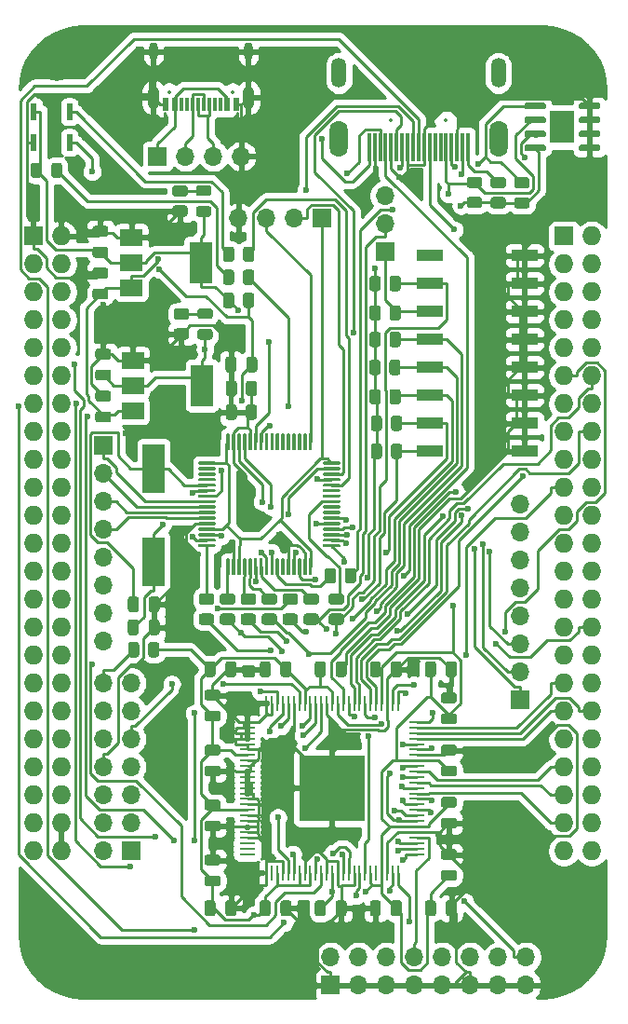
<source format=gbr>
%TF.GenerationSoftware,KiCad,Pcbnew,(5.1.10)-1*%
%TF.CreationDate,2021-10-29T17:34:37+08:00*%
%TF.ProjectId,project,70726f6a-6563-4742-9e6b-696361645f70,rev?*%
%TF.SameCoordinates,Original*%
%TF.FileFunction,Copper,L1,Top*%
%TF.FilePolarity,Positive*%
%FSLAX46Y46*%
G04 Gerber Fmt 4.6, Leading zero omitted, Abs format (unit mm)*
G04 Created by KiCad (PCBNEW (5.1.10)-1) date 2021-10-29 17:34:37*
%MOMM*%
%LPD*%
G01*
G04 APERTURE LIST*
%TA.AperFunction,SMDPad,CuDef*%
%ADD10R,5.994400X5.994400*%
%TD*%
%TA.AperFunction,SMDPad,CuDef*%
%ADD11R,0.279400X1.473200*%
%TD*%
%TA.AperFunction,SMDPad,CuDef*%
%ADD12R,1.473200X0.279400*%
%TD*%
%TA.AperFunction,SMDPad,CuDef*%
%ADD13R,2.000000X1.500000*%
%TD*%
%TA.AperFunction,SMDPad,CuDef*%
%ADD14R,2.000000X3.800000*%
%TD*%
%TA.AperFunction,ComponentPad*%
%ADD15O,1.727200X1.727200*%
%TD*%
%TA.AperFunction,ComponentPad*%
%ADD16R,1.727200X1.727200*%
%TD*%
%TA.AperFunction,ComponentPad*%
%ADD17O,1.700000X1.700000*%
%TD*%
%TA.AperFunction,ComponentPad*%
%ADD18R,1.700000X1.700000*%
%TD*%
%TA.AperFunction,SMDPad,CuDef*%
%ADD19R,0.550000X1.500000*%
%TD*%
%TA.AperFunction,SMDPad,CuDef*%
%ADD20R,2.290000X3.000000*%
%TD*%
%TA.AperFunction,SMDPad,CuDef*%
%ADD21R,2.440000X1.120000*%
%TD*%
%TA.AperFunction,SMDPad,CuDef*%
%ADD22R,2.000000X4.500000*%
%TD*%
%TA.AperFunction,SMDPad,CuDef*%
%ADD23R,0.600000X1.300000*%
%TD*%
%TA.AperFunction,ComponentPad*%
%ADD24O,1.050000X2.100000*%
%TD*%
%TA.AperFunction,ComponentPad*%
%ADD25O,0.800000X1.600000*%
%TD*%
%TA.AperFunction,SMDPad,CuDef*%
%ADD26R,0.300000X1.300000*%
%TD*%
%TA.AperFunction,ComponentPad*%
%ADD27O,1.350000X2.700000*%
%TD*%
%TA.AperFunction,ComponentPad*%
%ADD28O,1.650000X3.300000*%
%TD*%
%TA.AperFunction,SMDPad,CuDef*%
%ADD29R,0.300000X2.600000*%
%TD*%
%TA.AperFunction,ViaPad*%
%ADD30C,3.200000*%
%TD*%
%TA.AperFunction,ViaPad*%
%ADD31C,0.600000*%
%TD*%
%TA.AperFunction,Conductor*%
%ADD32C,0.250000*%
%TD*%
%TA.AperFunction,Conductor*%
%ADD33C,0.254000*%
%TD*%
%TA.AperFunction,Conductor*%
%ADD34C,0.350000*%
%TD*%
%ADD35C,0.350000*%
%ADD36O,0.600000X1.700000*%
%ADD37O,0.600000X1.200000*%
G04 APERTURE END LIST*
D10*
%TO.P,U2,101*%
%TO.N,GND*%
X143548000Y-112547000D03*
D11*
%TO.P,U2,100*%
%TO.N,/OCK_INV*%
X149542400Y-120268600D03*
%TO.P,U2,99*%
%TO.N,/RSVD*%
X149059800Y-120268600D03*
%TO.P,U2,98*%
%TO.N,GND*%
X148551800Y-120268600D03*
%TO.P,U2,97*%
%TO.N,+3.3V_1*%
X148043800Y-120268600D03*
%TO.P,U2,96*%
%TO.N,/EXT_RES*%
X147535800Y-120268600D03*
%TO.P,U2,95*%
%TO.N,+3.3V_1*%
X147053200Y-120268600D03*
%TO.P,U2,94*%
%TO.N,/RXC-*%
X146545200Y-120268600D03*
%TO.P,U2,93*%
%TO.N,/RXC+*%
X146037200Y-120268600D03*
%TO.P,U2,92*%
%TO.N,GND*%
X145554600Y-120268600D03*
%TO.P,U2,91*%
%TO.N,/RX0-*%
X145046600Y-120268600D03*
%TO.P,U2,90*%
%TO.N,/RX0+*%
X144538600Y-120268600D03*
%TO.P,U2,89*%
%TO.N,GND*%
X144056000Y-120268600D03*
%TO.P,U2,88*%
%TO.N,+3.3V_1*%
X143548000Y-120268600D03*
%TO.P,U2,87*%
%TO.N,GND*%
X143040000Y-120268600D03*
%TO.P,U2,86*%
%TO.N,/RX1-*%
X142557400Y-120268600D03*
%TO.P,U2,85*%
%TO.N,/RX1+*%
X142049400Y-120268600D03*
%TO.P,U2,84*%
%TO.N,+3.3V_1*%
X141541400Y-120268600D03*
%TO.P,U2,83*%
%TO.N,GND*%
X141058800Y-120268600D03*
%TO.P,U2,82*%
%TO.N,+3.3V_1*%
X140550800Y-120268600D03*
%TO.P,U2,81*%
%TO.N,/RX2-*%
X140042800Y-120268600D03*
%TO.P,U2,80*%
%TO.N,/RX2+*%
X139560200Y-120268600D03*
%TO.P,U2,79*%
%TO.N,GND*%
X139052200Y-120268600D03*
%TO.P,U2,78*%
%TO.N,+3.3V_1*%
X138544200Y-120268600D03*
%TO.P,U2,77*%
%TO.N,N/C*%
X138036200Y-120268600D03*
%TO.P,U2,76*%
%TO.N,GND*%
X137553600Y-120268600D03*
D12*
%TO.P,U2,75*%
%TO.N,N/C*%
X135826400Y-118541400D03*
%TO.P,U2,74*%
X135826400Y-118058800D03*
%TO.P,U2,73*%
X135826400Y-117550800D03*
%TO.P,U2,72*%
%TO.N,GND*%
X135826400Y-117042800D03*
%TO.P,U2,71*%
X135826400Y-116534800D03*
%TO.P,U2,70*%
X135826400Y-116052200D03*
%TO.P,U2,69*%
X135826400Y-115544200D03*
%TO.P,U2,68*%
X135826400Y-115036200D03*
%TO.P,U2,67*%
%TO.N,+3.3V_1*%
X135826400Y-114553600D03*
%TO.P,U2,66*%
%TO.N,GND*%
X135826400Y-114045600D03*
%TO.P,U2,65*%
X135826400Y-113537600D03*
%TO.P,U2,64*%
X135826400Y-113055000D03*
%TO.P,U2,63*%
X135826400Y-112547000D03*
%TO.P,U2,62*%
X135826400Y-112039000D03*
%TO.P,U2,61*%
X135826400Y-111556400D03*
%TO.P,U2,60*%
X135826400Y-111048400D03*
%TO.P,U2,59*%
X135826400Y-110540400D03*
%TO.P,U2,58*%
X135826400Y-110057800D03*
%TO.P,U2,57*%
%TO.N,+3.3V_1*%
X135826400Y-109549800D03*
%TO.P,U2,56*%
%TO.N,GND*%
X135826400Y-109041800D03*
%TO.P,U2,55*%
X135826400Y-108559200D03*
%TO.P,U2,54*%
X135826400Y-108051200D03*
%TO.P,U2,53*%
X135826400Y-107543200D03*
%TO.P,U2,52*%
X135826400Y-107035200D03*
%TO.P,U2,51*%
X135826400Y-106552600D03*
D11*
%TO.P,U2,50*%
X137553600Y-104825400D03*
%TO.P,U2,49*%
X138036200Y-104825400D03*
%TO.P,U2,48*%
%TO.N,/HSYNC*%
X138544200Y-104825400D03*
%TO.P,U2,47*%
%TO.N,/VSYNC*%
X139052200Y-104825400D03*
%TO.P,U2,46*%
%TO.N,/DATAEN*%
X139560200Y-104825400D03*
%TO.P,U2,45*%
%TO.N,GND*%
X140042800Y-104825400D03*
%TO.P,U2,44*%
%TO.N,/PCLK*%
X140550800Y-104825400D03*
%TO.P,U2,43*%
%TO.N,+3.3V_1*%
X141058800Y-104825400D03*
%TO.P,U2,42*%
%TO.N,/CTL3*%
X141541400Y-104825400D03*
%TO.P,U2,41*%
%TO.N,/CTL2*%
X142049400Y-104825400D03*
%TO.P,U2,40*%
%TO.N,/CTL1*%
X142557400Y-104825400D03*
%TO.P,U2,39*%
%TO.N,GND*%
X143040000Y-104825400D03*
%TO.P,U2,38*%
%TO.N,+3.3V_1*%
X143548000Y-104825400D03*
%TO.P,U2,37*%
%TO.N,/Data23*%
X144056000Y-104825400D03*
%TO.P,U2,36*%
%TO.N,/Data22*%
X144538600Y-104825400D03*
%TO.P,U2,35*%
%TO.N,/Data21*%
X145046600Y-104825400D03*
%TO.P,U2,34*%
%TO.N,/Data20*%
X145554600Y-104825400D03*
%TO.P,U2,33*%
%TO.N,/Data19*%
X146037200Y-104825400D03*
%TO.P,U2,32*%
%TO.N,/Data18*%
X146545200Y-104825400D03*
%TO.P,U2,31*%
%TO.N,/Data17*%
X147053200Y-104825400D03*
%TO.P,U2,30*%
%TO.N,/Data16*%
X147535800Y-104825400D03*
%TO.P,U2,29*%
%TO.N,+3.3V_1*%
X148043800Y-104825400D03*
%TO.P,U2,28*%
%TO.N,GND*%
X148551800Y-104825400D03*
%TO.P,U2,27*%
%TO.N,/Data15*%
X149059800Y-104825400D03*
%TO.P,U2,26*%
%TO.N,/Data14*%
X149542400Y-104825400D03*
D12*
%TO.P,U2,25*%
%TO.N,/Data13*%
X151269600Y-106552600D03*
%TO.P,U2,24*%
%TO.N,/Data12*%
X151269600Y-107035200D03*
%TO.P,U2,23*%
%TO.N,/Data11*%
X151269600Y-107543200D03*
%TO.P,U2,22*%
%TO.N,/Data10*%
X151269600Y-108051200D03*
%TO.P,U2,21*%
%TO.N,/Data9*%
X151269600Y-108559200D03*
%TO.P,U2,20*%
%TO.N,/Data8*%
X151269600Y-109041800D03*
%TO.P,U2,19*%
%TO.N,GND*%
X151269600Y-109549800D03*
%TO.P,U2,18*%
%TO.N,+3.3V_1*%
X151269600Y-110057800D03*
%TO.P,U2,17*%
%TO.N,/Data7*%
X151269600Y-110540400D03*
%TO.P,U2,16*%
%TO.N,/Data6*%
X151269600Y-111048400D03*
%TO.P,U2,15*%
%TO.N,/Data5*%
X151269600Y-111556400D03*
%TO.P,U2,14*%
%TO.N,/Data4*%
X151269600Y-112039000D03*
%TO.P,U2,13*%
%TO.N,/Data3*%
X151269600Y-112547000D03*
%TO.P,U2,12*%
%TO.N,/Data2*%
X151269600Y-113055000D03*
%TO.P,U2,11*%
%TO.N,/Data1*%
X151269600Y-113537600D03*
%TO.P,U2,10*%
%TO.N,/Data0*%
X151269600Y-114045600D03*
%TO.P,U2,9*%
%TO.N,/PDO#*%
X151269600Y-114553600D03*
%TO.P,U2,8*%
%TO.N,/SCDT*%
X151269600Y-115036200D03*
%TO.P,U2,7*%
%TO.N,/STAG#*%
X151269600Y-115544200D03*
%TO.P,U2,6*%
%TO.N,+3.3V_1*%
X151269600Y-116052200D03*
%TO.P,U2,5*%
%TO.N,GND*%
X151269600Y-116534800D03*
%TO.P,U2,4*%
%TO.N,/PIXS*%
X151269600Y-117042800D03*
%TO.P,U2,3*%
%TO.N,/ST*%
X151269600Y-117550800D03*
%TO.P,U2,2*%
%TO.N,/PD#*%
X151269600Y-118058800D03*
%TO.P,U2,1*%
%TO.N,/DFO*%
X151269600Y-118541400D03*
%TD*%
%TO.P,R5,2*%
%TO.N,Net-(J1-Pad19)*%
%TA.AperFunction,SMDPad,CuDef*%
G36*
G01*
X159111001Y-58045400D02*
X158210999Y-58045400D01*
G75*
G02*
X157961000Y-57795401I0J249999D01*
G01*
X157961000Y-57270399D01*
G75*
G02*
X158210999Y-57020400I249999J0D01*
G01*
X159111001Y-57020400D01*
G75*
G02*
X159361000Y-57270399I0J-249999D01*
G01*
X159361000Y-57795401D01*
G75*
G02*
X159111001Y-58045400I-249999J0D01*
G01*
G37*
%TD.AperFunction*%
%TO.P,R5,1*%
%TO.N,+3.3V_1*%
%TA.AperFunction,SMDPad,CuDef*%
G36*
G01*
X159111001Y-59870400D02*
X158210999Y-59870400D01*
G75*
G02*
X157961000Y-59620401I0J249999D01*
G01*
X157961000Y-59095399D01*
G75*
G02*
X158210999Y-58845400I249999J0D01*
G01*
X159111001Y-58845400D01*
G75*
G02*
X159361000Y-59095399I0J-249999D01*
G01*
X159361000Y-59620401D01*
G75*
G02*
X159111001Y-59870400I-249999J0D01*
G01*
G37*
%TD.AperFunction*%
%TD*%
%TO.P,R24,2*%
%TO.N,GND*%
%TA.AperFunction,SMDPad,CuDef*%
G36*
G01*
X129381999Y-70783400D02*
X130282001Y-70783400D01*
G75*
G02*
X130532000Y-71033399I0J-249999D01*
G01*
X130532000Y-71558401D01*
G75*
G02*
X130282001Y-71808400I-249999J0D01*
G01*
X129381999Y-71808400D01*
G75*
G02*
X129132000Y-71558401I0J249999D01*
G01*
X129132000Y-71033399D01*
G75*
G02*
X129381999Y-70783400I249999J0D01*
G01*
G37*
%TD.AperFunction*%
%TO.P,R24,1*%
%TO.N,Net-(D2-Pad1)*%
%TA.AperFunction,SMDPad,CuDef*%
G36*
G01*
X129381999Y-68958400D02*
X130282001Y-68958400D01*
G75*
G02*
X130532000Y-69208399I0J-249999D01*
G01*
X130532000Y-69733401D01*
G75*
G02*
X130282001Y-69983400I-249999J0D01*
G01*
X129381999Y-69983400D01*
G75*
G02*
X129132000Y-69733401I0J249999D01*
G01*
X129132000Y-69208399D01*
G75*
G02*
X129381999Y-68958400I249999J0D01*
G01*
G37*
%TD.AperFunction*%
%TD*%
%TO.P,C22,2*%
%TO.N,GND*%
%TA.AperFunction,SMDPad,CuDef*%
G36*
G01*
X123195000Y-77426400D02*
X122245000Y-77426400D01*
G75*
G02*
X121995000Y-77176400I0J250000D01*
G01*
X121995000Y-76676400D01*
G75*
G02*
X122245000Y-76426400I250000J0D01*
G01*
X123195000Y-76426400D01*
G75*
G02*
X123445000Y-76676400I0J-250000D01*
G01*
X123445000Y-77176400D01*
G75*
G02*
X123195000Y-77426400I-250000J0D01*
G01*
G37*
%TD.AperFunction*%
%TO.P,C22,1*%
%TO.N,BOARD_5V*%
%TA.AperFunction,SMDPad,CuDef*%
G36*
G01*
X123195000Y-79326400D02*
X122245000Y-79326400D01*
G75*
G02*
X121995000Y-79076400I0J250000D01*
G01*
X121995000Y-78576400D01*
G75*
G02*
X122245000Y-78326400I250000J0D01*
G01*
X123195000Y-78326400D01*
G75*
G02*
X123445000Y-78576400I0J-250000D01*
G01*
X123445000Y-79076400D01*
G75*
G02*
X123195000Y-79326400I-250000J0D01*
G01*
G37*
%TD.AperFunction*%
%TD*%
%TO.P,C24,2*%
%TO.N,GND*%
%TA.AperFunction,SMDPad,CuDef*%
G36*
G01*
X123195000Y-73616400D02*
X122245000Y-73616400D01*
G75*
G02*
X121995000Y-73366400I0J250000D01*
G01*
X121995000Y-72866400D01*
G75*
G02*
X122245000Y-72616400I250000J0D01*
G01*
X123195000Y-72616400D01*
G75*
G02*
X123445000Y-72866400I0J-250000D01*
G01*
X123445000Y-73366400D01*
G75*
G02*
X123195000Y-73616400I-250000J0D01*
G01*
G37*
%TD.AperFunction*%
%TO.P,C24,1*%
%TO.N,+3.3V_1*%
%TA.AperFunction,SMDPad,CuDef*%
G36*
G01*
X123195000Y-75516400D02*
X122245000Y-75516400D01*
G75*
G02*
X121995000Y-75266400I0J250000D01*
G01*
X121995000Y-74766400D01*
G75*
G02*
X122245000Y-74516400I250000J0D01*
G01*
X123195000Y-74516400D01*
G75*
G02*
X123445000Y-74766400I0J-250000D01*
G01*
X123445000Y-75266400D01*
G75*
G02*
X123195000Y-75516400I-250000J0D01*
G01*
G37*
%TD.AperFunction*%
%TD*%
D13*
%TO.P,U3,1*%
%TO.N,GND*%
X125412000Y-73671400D03*
%TO.P,U3,3*%
%TO.N,BOARD_5V*%
X125412000Y-78271400D03*
%TO.P,U3,2*%
%TO.N,+3.3V_1*%
X125412000Y-75971400D03*
D14*
X131712000Y-75971400D03*
%TD*%
%TO.P,LED_3V3_1,2*%
%TO.N,+3.3V_1*%
%TA.AperFunction,SMDPad,CuDef*%
G36*
G01*
X131534750Y-70833400D02*
X132447250Y-70833400D01*
G75*
G02*
X132691000Y-71077150I0J-243750D01*
G01*
X132691000Y-71564650D01*
G75*
G02*
X132447250Y-71808400I-243750J0D01*
G01*
X131534750Y-71808400D01*
G75*
G02*
X131291000Y-71564650I0J243750D01*
G01*
X131291000Y-71077150D01*
G75*
G02*
X131534750Y-70833400I243750J0D01*
G01*
G37*
%TD.AperFunction*%
%TO.P,LED_3V3_1,1*%
%TO.N,Net-(D2-Pad1)*%
%TA.AperFunction,SMDPad,CuDef*%
G36*
G01*
X131534750Y-68958400D02*
X132447250Y-68958400D01*
G75*
G02*
X132691000Y-69202150I0J-243750D01*
G01*
X132691000Y-69689650D01*
G75*
G02*
X132447250Y-69933400I-243750J0D01*
G01*
X131534750Y-69933400D01*
G75*
G02*
X131291000Y-69689650I0J243750D01*
G01*
X131291000Y-69202150D01*
G75*
G02*
X131534750Y-68958400I243750J0D01*
G01*
G37*
%TD.AperFunction*%
%TD*%
D15*
%TO.P,P2,46*%
%TO.N,/Data1*%
X167170000Y-118262400D03*
%TO.P,P2,45*%
%TO.N,/Data0*%
X164630000Y-118262400D03*
%TO.P,P2,44*%
%TO.N,/Data3*%
X167170000Y-115722400D03*
%TO.P,P2,43*%
%TO.N,/Data2*%
X164630000Y-115722400D03*
%TO.P,P2,42*%
%TO.N,/Data5*%
X167170000Y-113182400D03*
%TO.P,P2,41*%
%TO.N,/Data4*%
X164630000Y-113182400D03*
%TO.P,P2,40*%
%TO.N,/Data7*%
X167170000Y-110642400D03*
%TO.P,P2,39*%
%TO.N,/Data6*%
X164630000Y-110642400D03*
%TO.P,P2,38*%
%TO.N,/Data9*%
X167170000Y-108102400D03*
%TO.P,P2,37*%
%TO.N,/Data8*%
X164630000Y-108102400D03*
%TO.P,P2,36*%
%TO.N,/Data11*%
X167170000Y-105562400D03*
%TO.P,P2,35*%
%TO.N,/Data10*%
X164630000Y-105562400D03*
%TO.P,P2,34*%
%TO.N,/Data13*%
X167170000Y-103022400D03*
%TO.P,P2,33*%
%TO.N,/Data12*%
X164630000Y-103022400D03*
%TO.P,P2,32*%
%TO.N,/Data15*%
X167170000Y-100482400D03*
%TO.P,P2,31*%
%TO.N,/Data14*%
X164630000Y-100482400D03*
%TO.P,P2,30*%
%TO.N,/DATAEN*%
X167170000Y-97942400D03*
%TO.P,P2,29*%
%TO.N,/HSYNC*%
X164630000Y-97942400D03*
%TO.P,P2,28*%
%TO.N,/PCLK*%
X167170000Y-95402400D03*
%TO.P,P2,27*%
%TO.N,/VSYNC*%
X164630000Y-95402400D03*
%TO.P,P2,26*%
%TO.N,/GPIO_INIT_DONE*%
X167170000Y-92862400D03*
%TO.P,P2,25*%
%TO.N,Net-(P2-Pad25)*%
X164630000Y-92862400D03*
%TO.P,P2,24*%
%TO.N,Net-(P2-Pad24)*%
X167170000Y-90322400D03*
%TO.P,P2,23*%
%TO.N,Net-(P2-Pad23)*%
X164630000Y-90322400D03*
%TO.P,P2,22*%
%TO.N,Net-(P2-Pad22)*%
X167170000Y-87782400D03*
%TO.P,P2,21*%
%TO.N,Net-(P2-Pad21)*%
X164630000Y-87782400D03*
%TO.P,P2,20*%
%TO.N,Net-(P2-Pad20)*%
X167170000Y-85242400D03*
%TO.P,P2,19*%
%TO.N,/Data23*%
X164630000Y-85242400D03*
%TO.P,P2,18*%
%TO.N,/GPIO5*%
X167170000Y-82702400D03*
%TO.P,P2,17*%
%TO.N,/Data20*%
X164630000Y-82702400D03*
%TO.P,P2,16*%
%TO.N,/Data17*%
X167170000Y-80162400D03*
%TO.P,P2,15*%
%TO.N,/Data16*%
X164630000Y-80162400D03*
%TO.P,P2,14*%
%TO.N,/Data21*%
X167170000Y-77622400D03*
%TO.P,P2,13*%
%TO.N,/Data22*%
X164630000Y-77622400D03*
%TO.P,P2,12*%
%TO.N,/Data19*%
X167170000Y-75082400D03*
%TO.P,P2,11*%
%TO.N,/Data18*%
X164630000Y-75082400D03*
%TO.P,P2,10*%
%TO.N,Net-(P2-Pad10)*%
X167170000Y-72542400D03*
%TO.P,P2,9*%
%TO.N,Net-(P2-Pad9)*%
X164630000Y-72542400D03*
%TO.P,P2,8*%
%TO.N,Net-(P2-Pad8)*%
X167170000Y-70002400D03*
%TO.P,P2,7*%
%TO.N,Net-(P2-Pad7)*%
X164630000Y-70002400D03*
%TO.P,P2,6*%
%TO.N,Net-(P2-Pad6)*%
X167170000Y-67462400D03*
%TO.P,P2,5*%
%TO.N,Net-(P2-Pad5)*%
X164630000Y-67462400D03*
%TO.P,P2,4*%
%TO.N,Net-(P2-Pad4)*%
X167170000Y-64922400D03*
%TO.P,P2,3*%
%TO.N,Net-(P2-Pad3)*%
X164630000Y-64922400D03*
%TO.P,P2,2*%
%TO.N,Net-(P2-Pad2)*%
X167170000Y-62382400D03*
D16*
%TO.P,P2,1*%
%TO.N,Net-(P2-Pad1)*%
X164630000Y-62382400D03*
%TD*%
D17*
%TO.P,J3,16*%
%TO.N,/SCDT*%
X161201000Y-127914000D03*
%TO.P,J3,15*%
%TO.N,GND*%
X161201000Y-130454000D03*
%TO.P,J3,14*%
%TO.N,/OCK_INV*%
X158661000Y-127914000D03*
%TO.P,J3,13*%
%TO.N,GND*%
X158661000Y-130454000D03*
%TO.P,J3,12*%
%TO.N,/PDO#*%
X156121000Y-127914000D03*
%TO.P,J3,11*%
%TO.N,GND*%
X156121000Y-130454000D03*
%TO.P,J3,10*%
%TO.N,/STAG#*%
X153581000Y-127914000D03*
%TO.P,J3,9*%
%TO.N,GND*%
X153581000Y-130454000D03*
%TO.P,J3,8*%
%TO.N,/PIXS*%
X151041000Y-127914000D03*
%TO.P,J3,7*%
%TO.N,GND*%
X151041000Y-130454000D03*
%TO.P,J3,6*%
%TO.N,/ST*%
X148501000Y-127914000D03*
%TO.P,J3,5*%
%TO.N,GND*%
X148501000Y-130454000D03*
%TO.P,J3,4*%
%TO.N,/PD#*%
X145961000Y-127914000D03*
%TO.P,J3,3*%
%TO.N,GND*%
X145961000Y-130454000D03*
%TO.P,J3,2*%
%TO.N,/DFO*%
X143421000Y-127914000D03*
D18*
%TO.P,J3,1*%
%TO.N,GND*%
X143421000Y-130454000D03*
%TD*%
%TO.P,R26,2*%
%TO.N,/PB0*%
%TA.AperFunction,SMDPad,CuDef*%
G36*
G01*
X143910000Y-92793399D02*
X143910000Y-93693401D01*
G75*
G02*
X143660001Y-93943400I-249999J0D01*
G01*
X143134999Y-93943400D01*
G75*
G02*
X142885000Y-93693401I0J249999D01*
G01*
X142885000Y-92793399D01*
G75*
G02*
X143134999Y-92543400I249999J0D01*
G01*
X143660001Y-92543400D01*
G75*
G02*
X143910000Y-92793399I0J-249999D01*
G01*
G37*
%TD.AperFunction*%
%TO.P,R26,1*%
%TO.N,HDMI_5V*%
%TA.AperFunction,SMDPad,CuDef*%
G36*
G01*
X145735000Y-92793399D02*
X145735000Y-93693401D01*
G75*
G02*
X145485001Y-93943400I-249999J0D01*
G01*
X144959999Y-93943400D01*
G75*
G02*
X144710000Y-93693401I0J249999D01*
G01*
X144710000Y-92793399D01*
G75*
G02*
X144959999Y-92543400I249999J0D01*
G01*
X145485001Y-92543400D01*
G75*
G02*
X145735000Y-92793399I0J-249999D01*
G01*
G37*
%TD.AperFunction*%
%TD*%
%TO.P,R2,2*%
%TO.N,+3.3V_1*%
%TA.AperFunction,SMDPad,CuDef*%
G36*
G01*
X148101000Y-78950399D02*
X148101000Y-79850401D01*
G75*
G02*
X147851001Y-80100400I-249999J0D01*
G01*
X147325999Y-80100400D01*
G75*
G02*
X147076000Y-79850401I0J249999D01*
G01*
X147076000Y-78950399D01*
G75*
G02*
X147325999Y-78700400I249999J0D01*
G01*
X147851001Y-78700400D01*
G75*
G02*
X148101000Y-78950399I0J-249999D01*
G01*
G37*
%TD.AperFunction*%
%TO.P,R2,1*%
%TO.N,/PD#*%
%TA.AperFunction,SMDPad,CuDef*%
G36*
G01*
X149926000Y-78950399D02*
X149926000Y-79850401D01*
G75*
G02*
X149676001Y-80100400I-249999J0D01*
G01*
X149150999Y-80100400D01*
G75*
G02*
X148901000Y-79850401I0J249999D01*
G01*
X148901000Y-78950399D01*
G75*
G02*
X149150999Y-78700400I249999J0D01*
G01*
X149676001Y-78700400D01*
G75*
G02*
X149926000Y-78950399I0J-249999D01*
G01*
G37*
%TD.AperFunction*%
%TD*%
%TO.P,R9,2*%
%TO.N,+3.3V_1*%
%TA.AperFunction,SMDPad,CuDef*%
G36*
G01*
X147974000Y-68917399D02*
X147974000Y-69817401D01*
G75*
G02*
X147724001Y-70067400I-249999J0D01*
G01*
X147198999Y-70067400D01*
G75*
G02*
X146949000Y-69817401I0J249999D01*
G01*
X146949000Y-68917399D01*
G75*
G02*
X147198999Y-68667400I249999J0D01*
G01*
X147724001Y-68667400D01*
G75*
G02*
X147974000Y-68917399I0J-249999D01*
G01*
G37*
%TD.AperFunction*%
%TO.P,R9,1*%
%TO.N,Net-(J2-Pad1)*%
%TA.AperFunction,SMDPad,CuDef*%
G36*
G01*
X149799000Y-68917399D02*
X149799000Y-69817401D01*
G75*
G02*
X149549001Y-70067400I-249999J0D01*
G01*
X149023999Y-70067400D01*
G75*
G02*
X148774000Y-69817401I0J249999D01*
G01*
X148774000Y-68917399D01*
G75*
G02*
X149023999Y-68667400I249999J0D01*
G01*
X149549001Y-68667400D01*
G75*
G02*
X149799000Y-68917399I0J-249999D01*
G01*
G37*
%TD.AperFunction*%
%TD*%
%TO.P,R19,2*%
%TO.N,/ST*%
%TA.AperFunction,SMDPad,CuDef*%
G36*
G01*
X135477999Y-96691400D02*
X136378001Y-96691400D01*
G75*
G02*
X136628000Y-96941399I0J-249999D01*
G01*
X136628000Y-97466401D01*
G75*
G02*
X136378001Y-97716400I-249999J0D01*
G01*
X135477999Y-97716400D01*
G75*
G02*
X135228000Y-97466401I0J249999D01*
G01*
X135228000Y-96941399D01*
G75*
G02*
X135477999Y-96691400I249999J0D01*
G01*
G37*
%TD.AperFunction*%
%TO.P,R19,1*%
%TO.N,/PA4*%
%TA.AperFunction,SMDPad,CuDef*%
G36*
G01*
X135477999Y-94866400D02*
X136378001Y-94866400D01*
G75*
G02*
X136628000Y-95116399I0J-249999D01*
G01*
X136628000Y-95641401D01*
G75*
G02*
X136378001Y-95891400I-249999J0D01*
G01*
X135477999Y-95891400D01*
G75*
G02*
X135228000Y-95641401I0J249999D01*
G01*
X135228000Y-95116399D01*
G75*
G02*
X135477999Y-94866400I249999J0D01*
G01*
G37*
%TD.AperFunction*%
%TD*%
%TO.P,R22,2*%
%TO.N,/PDO#*%
%TA.AperFunction,SMDPad,CuDef*%
G36*
G01*
X141192999Y-96691400D02*
X142093001Y-96691400D01*
G75*
G02*
X142343000Y-96941399I0J-249999D01*
G01*
X142343000Y-97466401D01*
G75*
G02*
X142093001Y-97716400I-249999J0D01*
G01*
X141192999Y-97716400D01*
G75*
G02*
X140943000Y-97466401I0J249999D01*
G01*
X140943000Y-96941399D01*
G75*
G02*
X141192999Y-96691400I249999J0D01*
G01*
G37*
%TD.AperFunction*%
%TO.P,R22,1*%
%TO.N,/PA7*%
%TA.AperFunction,SMDPad,CuDef*%
G36*
G01*
X141192999Y-94866400D02*
X142093001Y-94866400D01*
G75*
G02*
X142343000Y-95116399I0J-249999D01*
G01*
X142343000Y-95641401D01*
G75*
G02*
X142093001Y-95891400I-249999J0D01*
G01*
X141192999Y-95891400D01*
G75*
G02*
X140943000Y-95641401I0J249999D01*
G01*
X140943000Y-95116399D01*
G75*
G02*
X141192999Y-94866400I249999J0D01*
G01*
G37*
%TD.AperFunction*%
%TD*%
%TO.P,R20,2*%
%TO.N,/PIXS*%
%TA.AperFunction,SMDPad,CuDef*%
G36*
G01*
X137382999Y-96691400D02*
X138283001Y-96691400D01*
G75*
G02*
X138533000Y-96941399I0J-249999D01*
G01*
X138533000Y-97466401D01*
G75*
G02*
X138283001Y-97716400I-249999J0D01*
G01*
X137382999Y-97716400D01*
G75*
G02*
X137133000Y-97466401I0J249999D01*
G01*
X137133000Y-96941399D01*
G75*
G02*
X137382999Y-96691400I249999J0D01*
G01*
G37*
%TD.AperFunction*%
%TO.P,R20,1*%
%TO.N,/PA5*%
%TA.AperFunction,SMDPad,CuDef*%
G36*
G01*
X137382999Y-94866400D02*
X138283001Y-94866400D01*
G75*
G02*
X138533000Y-95116399I0J-249999D01*
G01*
X138533000Y-95641401D01*
G75*
G02*
X138283001Y-95891400I-249999J0D01*
G01*
X137382999Y-95891400D01*
G75*
G02*
X137133000Y-95641401I0J249999D01*
G01*
X137133000Y-95116399D01*
G75*
G02*
X137382999Y-94866400I249999J0D01*
G01*
G37*
%TD.AperFunction*%
%TD*%
D19*
%TO.P,RESET,2*%
%TO.N,STM_NRST*%
X119646000Y-53873400D03*
%TO.P,RESET,1*%
%TO.N,GND*%
X116396000Y-53873400D03*
%TD*%
D20*
%TO.P,U1,9*%
%TO.N,N/C*%
X164503000Y-52488400D03*
%TO.P,U1,8*%
%TO.N,+3.3V_1*%
%TA.AperFunction,SMDPad,CuDef*%
G36*
G01*
X163003000Y-54243400D02*
X163003000Y-54543400D01*
G75*
G02*
X162853000Y-54693400I-150000J0D01*
G01*
X161203000Y-54693400D01*
G75*
G02*
X161053000Y-54543400I0J150000D01*
G01*
X161053000Y-54243400D01*
G75*
G02*
X161203000Y-54093400I150000J0D01*
G01*
X162853000Y-54093400D01*
G75*
G02*
X163003000Y-54243400I0J-150000D01*
G01*
G37*
%TD.AperFunction*%
%TO.P,U1,7*%
%TO.N,GND*%
%TA.AperFunction,SMDPad,CuDef*%
G36*
G01*
X163003000Y-52973400D02*
X163003000Y-53273400D01*
G75*
G02*
X162853000Y-53423400I-150000J0D01*
G01*
X161203000Y-53423400D01*
G75*
G02*
X161053000Y-53273400I0J150000D01*
G01*
X161053000Y-52973400D01*
G75*
G02*
X161203000Y-52823400I150000J0D01*
G01*
X162853000Y-52823400D01*
G75*
G02*
X163003000Y-52973400I0J-150000D01*
G01*
G37*
%TD.AperFunction*%
%TO.P,U1,6*%
%TO.N,EXT_SCL*%
%TA.AperFunction,SMDPad,CuDef*%
G36*
G01*
X163003000Y-51703400D02*
X163003000Y-52003400D01*
G75*
G02*
X162853000Y-52153400I-150000J0D01*
G01*
X161203000Y-52153400D01*
G75*
G02*
X161053000Y-52003400I0J150000D01*
G01*
X161053000Y-51703400D01*
G75*
G02*
X161203000Y-51553400I150000J0D01*
G01*
X162853000Y-51553400D01*
G75*
G02*
X163003000Y-51703400I0J-150000D01*
G01*
G37*
%TD.AperFunction*%
%TO.P,U1,5*%
%TO.N,EXT_SDA*%
%TA.AperFunction,SMDPad,CuDef*%
G36*
G01*
X163003000Y-50433400D02*
X163003000Y-50733400D01*
G75*
G02*
X162853000Y-50883400I-150000J0D01*
G01*
X161203000Y-50883400D01*
G75*
G02*
X161053000Y-50733400I0J150000D01*
G01*
X161053000Y-50433400D01*
G75*
G02*
X161203000Y-50283400I150000J0D01*
G01*
X162853000Y-50283400D01*
G75*
G02*
X163003000Y-50433400I0J-150000D01*
G01*
G37*
%TD.AperFunction*%
%TO.P,U1,4*%
%TO.N,GND*%
%TA.AperFunction,SMDPad,CuDef*%
G36*
G01*
X167953000Y-50433400D02*
X167953000Y-50733400D01*
G75*
G02*
X167803000Y-50883400I-150000J0D01*
G01*
X166153000Y-50883400D01*
G75*
G02*
X166003000Y-50733400I0J150000D01*
G01*
X166003000Y-50433400D01*
G75*
G02*
X166153000Y-50283400I150000J0D01*
G01*
X167803000Y-50283400D01*
G75*
G02*
X167953000Y-50433400I0J-150000D01*
G01*
G37*
%TD.AperFunction*%
%TO.P,U1,3*%
%TA.AperFunction,SMDPad,CuDef*%
G36*
G01*
X167953000Y-51703400D02*
X167953000Y-52003400D01*
G75*
G02*
X167803000Y-52153400I-150000J0D01*
G01*
X166153000Y-52153400D01*
G75*
G02*
X166003000Y-52003400I0J150000D01*
G01*
X166003000Y-51703400D01*
G75*
G02*
X166153000Y-51553400I150000J0D01*
G01*
X167803000Y-51553400D01*
G75*
G02*
X167953000Y-51703400I0J-150000D01*
G01*
G37*
%TD.AperFunction*%
%TO.P,U1,2*%
%TA.AperFunction,SMDPad,CuDef*%
G36*
G01*
X167953000Y-52973400D02*
X167953000Y-53273400D01*
G75*
G02*
X167803000Y-53423400I-150000J0D01*
G01*
X166153000Y-53423400D01*
G75*
G02*
X166003000Y-53273400I0J150000D01*
G01*
X166003000Y-52973400D01*
G75*
G02*
X166153000Y-52823400I150000J0D01*
G01*
X167803000Y-52823400D01*
G75*
G02*
X167953000Y-52973400I0J-150000D01*
G01*
G37*
%TD.AperFunction*%
%TO.P,U1,1*%
%TA.AperFunction,SMDPad,CuDef*%
G36*
G01*
X167953000Y-54243400D02*
X167953000Y-54543400D01*
G75*
G02*
X167803000Y-54693400I-150000J0D01*
G01*
X166153000Y-54693400D01*
G75*
G02*
X166003000Y-54543400I0J150000D01*
G01*
X166003000Y-54243400D01*
G75*
G02*
X166153000Y-54093400I150000J0D01*
G01*
X167803000Y-54093400D01*
G75*
G02*
X167953000Y-54243400I0J-150000D01*
G01*
G37*
%TD.AperFunction*%
%TD*%
%TO.P,R14,2*%
%TO.N,STM_NRST*%
%TA.AperFunction,SMDPad,CuDef*%
G36*
G01*
X135439000Y-68674401D02*
X135439000Y-67774399D01*
G75*
G02*
X135688999Y-67524400I249999J0D01*
G01*
X136214001Y-67524400D01*
G75*
G02*
X136464000Y-67774399I0J-249999D01*
G01*
X136464000Y-68674401D01*
G75*
G02*
X136214001Y-68924400I-249999J0D01*
G01*
X135688999Y-68924400D01*
G75*
G02*
X135439000Y-68674401I0J249999D01*
G01*
G37*
%TD.AperFunction*%
%TO.P,R14,1*%
%TO.N,+3.3V_2*%
%TA.AperFunction,SMDPad,CuDef*%
G36*
G01*
X133614000Y-68674401D02*
X133614000Y-67774399D01*
G75*
G02*
X133863999Y-67524400I249999J0D01*
G01*
X134389001Y-67524400D01*
G75*
G02*
X134639000Y-67774399I0J-249999D01*
G01*
X134639000Y-68674401D01*
G75*
G02*
X134389001Y-68924400I-249999J0D01*
G01*
X133863999Y-68924400D01*
G75*
G02*
X133614000Y-68674401I0J249999D01*
G01*
G37*
%TD.AperFunction*%
%TD*%
%TO.P,R3,2*%
%TO.N,+3.3V_1*%
%TA.AperFunction,SMDPad,CuDef*%
G36*
G01*
X147974000Y-76537399D02*
X147974000Y-77437401D01*
G75*
G02*
X147724001Y-77687400I-249999J0D01*
G01*
X147198999Y-77687400D01*
G75*
G02*
X146949000Y-77437401I0J249999D01*
G01*
X146949000Y-76537399D01*
G75*
G02*
X147198999Y-76287400I249999J0D01*
G01*
X147724001Y-76287400D01*
G75*
G02*
X147974000Y-76537399I0J-249999D01*
G01*
G37*
%TD.AperFunction*%
%TO.P,R3,1*%
%TO.N,/ST*%
%TA.AperFunction,SMDPad,CuDef*%
G36*
G01*
X149799000Y-76537399D02*
X149799000Y-77437401D01*
G75*
G02*
X149549001Y-77687400I-249999J0D01*
G01*
X149023999Y-77687400D01*
G75*
G02*
X148774000Y-77437401I0J249999D01*
G01*
X148774000Y-76537399D01*
G75*
G02*
X149023999Y-76287400I249999J0D01*
G01*
X149549001Y-76287400D01*
G75*
G02*
X149799000Y-76537399I0J-249999D01*
G01*
G37*
%TD.AperFunction*%
%TD*%
%TO.P,R1,2*%
%TO.N,+3.3V_1*%
%TA.AperFunction,SMDPad,CuDef*%
G36*
G01*
X148101000Y-81490399D02*
X148101000Y-82390401D01*
G75*
G02*
X147851001Y-82640400I-249999J0D01*
G01*
X147325999Y-82640400D01*
G75*
G02*
X147076000Y-82390401I0J249999D01*
G01*
X147076000Y-81490399D01*
G75*
G02*
X147325999Y-81240400I249999J0D01*
G01*
X147851001Y-81240400D01*
G75*
G02*
X148101000Y-81490399I0J-249999D01*
G01*
G37*
%TD.AperFunction*%
%TO.P,R1,1*%
%TO.N,/DFO*%
%TA.AperFunction,SMDPad,CuDef*%
G36*
G01*
X149926000Y-81490399D02*
X149926000Y-82390401D01*
G75*
G02*
X149676001Y-82640400I-249999J0D01*
G01*
X149150999Y-82640400D01*
G75*
G02*
X148901000Y-82390401I0J249999D01*
G01*
X148901000Y-81490399D01*
G75*
G02*
X149150999Y-81240400I249999J0D01*
G01*
X149676001Y-81240400D01*
G75*
G02*
X149926000Y-81490399I0J-249999D01*
G01*
G37*
%TD.AperFunction*%
%TD*%
%TO.P,R4,2*%
%TO.N,EXT_SCL*%
%TA.AperFunction,SMDPad,CuDef*%
G36*
G01*
X156952001Y-58021900D02*
X156051999Y-58021900D01*
G75*
G02*
X155802000Y-57771901I0J249999D01*
G01*
X155802000Y-57246899D01*
G75*
G02*
X156051999Y-56996900I249999J0D01*
G01*
X156952001Y-56996900D01*
G75*
G02*
X157202000Y-57246899I0J-249999D01*
G01*
X157202000Y-57771901D01*
G75*
G02*
X156952001Y-58021900I-249999J0D01*
G01*
G37*
%TD.AperFunction*%
%TO.P,R4,1*%
%TO.N,+3.3V_1*%
%TA.AperFunction,SMDPad,CuDef*%
G36*
G01*
X156952001Y-59846900D02*
X156051999Y-59846900D01*
G75*
G02*
X155802000Y-59596901I0J249999D01*
G01*
X155802000Y-59071899D01*
G75*
G02*
X156051999Y-58821900I249999J0D01*
G01*
X156952001Y-58821900D01*
G75*
G02*
X157202000Y-59071899I0J-249999D01*
G01*
X157202000Y-59596901D01*
G75*
G02*
X156952001Y-59846900I-249999J0D01*
G01*
G37*
%TD.AperFunction*%
%TD*%
%TO.P,U5,64*%
%TO.N,+3.3V_2*%
%TA.AperFunction,SMDPad,CuDef*%
G36*
G01*
X133933000Y-81791400D02*
X133933000Y-80391400D01*
G75*
G02*
X134008000Y-80316400I75000J0D01*
G01*
X134158000Y-80316400D01*
G75*
G02*
X134233000Y-80391400I0J-75000D01*
G01*
X134233000Y-81791400D01*
G75*
G02*
X134158000Y-81866400I-75000J0D01*
G01*
X134008000Y-81866400D01*
G75*
G02*
X133933000Y-81791400I0J75000D01*
G01*
G37*
%TD.AperFunction*%
%TO.P,U5,63*%
%TO.N,GND*%
%TA.AperFunction,SMDPad,CuDef*%
G36*
G01*
X134433000Y-81791400D02*
X134433000Y-80391400D01*
G75*
G02*
X134508000Y-80316400I75000J0D01*
G01*
X134658000Y-80316400D01*
G75*
G02*
X134733000Y-80391400I0J-75000D01*
G01*
X134733000Y-81791400D01*
G75*
G02*
X134658000Y-81866400I-75000J0D01*
G01*
X134508000Y-81866400D01*
G75*
G02*
X134433000Y-81791400I0J75000D01*
G01*
G37*
%TD.AperFunction*%
%TO.P,U5,62*%
%TO.N,/PB9*%
%TA.AperFunction,SMDPad,CuDef*%
G36*
G01*
X134933000Y-81791400D02*
X134933000Y-80391400D01*
G75*
G02*
X135008000Y-80316400I75000J0D01*
G01*
X135158000Y-80316400D01*
G75*
G02*
X135233000Y-80391400I0J-75000D01*
G01*
X135233000Y-81791400D01*
G75*
G02*
X135158000Y-81866400I-75000J0D01*
G01*
X135008000Y-81866400D01*
G75*
G02*
X134933000Y-81791400I0J75000D01*
G01*
G37*
%TD.AperFunction*%
%TO.P,U5,61*%
%TO.N,/PB8*%
%TA.AperFunction,SMDPad,CuDef*%
G36*
G01*
X135433000Y-81791400D02*
X135433000Y-80391400D01*
G75*
G02*
X135508000Y-80316400I75000J0D01*
G01*
X135658000Y-80316400D01*
G75*
G02*
X135733000Y-80391400I0J-75000D01*
G01*
X135733000Y-81791400D01*
G75*
G02*
X135658000Y-81866400I-75000J0D01*
G01*
X135508000Y-81866400D01*
G75*
G02*
X135433000Y-81791400I0J75000D01*
G01*
G37*
%TD.AperFunction*%
%TO.P,U5,60*%
%TO.N,GND*%
%TA.AperFunction,SMDPad,CuDef*%
G36*
G01*
X135933000Y-81791400D02*
X135933000Y-80391400D01*
G75*
G02*
X136008000Y-80316400I75000J0D01*
G01*
X136158000Y-80316400D01*
G75*
G02*
X136233000Y-80391400I0J-75000D01*
G01*
X136233000Y-81791400D01*
G75*
G02*
X136158000Y-81866400I-75000J0D01*
G01*
X136008000Y-81866400D01*
G75*
G02*
X135933000Y-81791400I0J75000D01*
G01*
G37*
%TD.AperFunction*%
%TO.P,U5,59*%
%TO.N,EXT_SCL*%
%TA.AperFunction,SMDPad,CuDef*%
G36*
G01*
X136433000Y-81791400D02*
X136433000Y-80391400D01*
G75*
G02*
X136508000Y-80316400I75000J0D01*
G01*
X136658000Y-80316400D01*
G75*
G02*
X136733000Y-80391400I0J-75000D01*
G01*
X136733000Y-81791400D01*
G75*
G02*
X136658000Y-81866400I-75000J0D01*
G01*
X136508000Y-81866400D01*
G75*
G02*
X136433000Y-81791400I0J75000D01*
G01*
G37*
%TD.AperFunction*%
%TO.P,U5,58*%
%TO.N,EXT_SDA*%
%TA.AperFunction,SMDPad,CuDef*%
G36*
G01*
X136933000Y-81791400D02*
X136933000Y-80391400D01*
G75*
G02*
X137008000Y-80316400I75000J0D01*
G01*
X137158000Y-80316400D01*
G75*
G02*
X137233000Y-80391400I0J-75000D01*
G01*
X137233000Y-81791400D01*
G75*
G02*
X137158000Y-81866400I-75000J0D01*
G01*
X137008000Y-81866400D01*
G75*
G02*
X136933000Y-81791400I0J75000D01*
G01*
G37*
%TD.AperFunction*%
%TO.P,U5,57*%
%TO.N,/PB5*%
%TA.AperFunction,SMDPad,CuDef*%
G36*
G01*
X137433000Y-81791400D02*
X137433000Y-80391400D01*
G75*
G02*
X137508000Y-80316400I75000J0D01*
G01*
X137658000Y-80316400D01*
G75*
G02*
X137733000Y-80391400I0J-75000D01*
G01*
X137733000Y-81791400D01*
G75*
G02*
X137658000Y-81866400I-75000J0D01*
G01*
X137508000Y-81866400D01*
G75*
G02*
X137433000Y-81791400I0J75000D01*
G01*
G37*
%TD.AperFunction*%
%TO.P,U5,56*%
%TO.N,/PB4*%
%TA.AperFunction,SMDPad,CuDef*%
G36*
G01*
X137933000Y-81791400D02*
X137933000Y-80391400D01*
G75*
G02*
X138008000Y-80316400I75000J0D01*
G01*
X138158000Y-80316400D01*
G75*
G02*
X138233000Y-80391400I0J-75000D01*
G01*
X138233000Y-81791400D01*
G75*
G02*
X138158000Y-81866400I-75000J0D01*
G01*
X138008000Y-81866400D01*
G75*
G02*
X137933000Y-81791400I0J75000D01*
G01*
G37*
%TD.AperFunction*%
%TO.P,U5,55*%
%TO.N,/PB3*%
%TA.AperFunction,SMDPad,CuDef*%
G36*
G01*
X138433000Y-81791400D02*
X138433000Y-80391400D01*
G75*
G02*
X138508000Y-80316400I75000J0D01*
G01*
X138658000Y-80316400D01*
G75*
G02*
X138733000Y-80391400I0J-75000D01*
G01*
X138733000Y-81791400D01*
G75*
G02*
X138658000Y-81866400I-75000J0D01*
G01*
X138508000Y-81866400D01*
G75*
G02*
X138433000Y-81791400I0J75000D01*
G01*
G37*
%TD.AperFunction*%
%TO.P,U5,54*%
%TO.N,Net-(U5-Pad54)*%
%TA.AperFunction,SMDPad,CuDef*%
G36*
G01*
X138933000Y-81791400D02*
X138933000Y-80391400D01*
G75*
G02*
X139008000Y-80316400I75000J0D01*
G01*
X139158000Y-80316400D01*
G75*
G02*
X139233000Y-80391400I0J-75000D01*
G01*
X139233000Y-81791400D01*
G75*
G02*
X139158000Y-81866400I-75000J0D01*
G01*
X139008000Y-81866400D01*
G75*
G02*
X138933000Y-81791400I0J75000D01*
G01*
G37*
%TD.AperFunction*%
%TO.P,U5,53*%
%TO.N,/PC12*%
%TA.AperFunction,SMDPad,CuDef*%
G36*
G01*
X139433000Y-81791400D02*
X139433000Y-80391400D01*
G75*
G02*
X139508000Y-80316400I75000J0D01*
G01*
X139658000Y-80316400D01*
G75*
G02*
X139733000Y-80391400I0J-75000D01*
G01*
X139733000Y-81791400D01*
G75*
G02*
X139658000Y-81866400I-75000J0D01*
G01*
X139508000Y-81866400D01*
G75*
G02*
X139433000Y-81791400I0J75000D01*
G01*
G37*
%TD.AperFunction*%
%TO.P,U5,52*%
%TO.N,/PC11*%
%TA.AperFunction,SMDPad,CuDef*%
G36*
G01*
X139933000Y-81791400D02*
X139933000Y-80391400D01*
G75*
G02*
X140008000Y-80316400I75000J0D01*
G01*
X140158000Y-80316400D01*
G75*
G02*
X140233000Y-80391400I0J-75000D01*
G01*
X140233000Y-81791400D01*
G75*
G02*
X140158000Y-81866400I-75000J0D01*
G01*
X140008000Y-81866400D01*
G75*
G02*
X139933000Y-81791400I0J75000D01*
G01*
G37*
%TD.AperFunction*%
%TO.P,U5,51*%
%TO.N,/PC10*%
%TA.AperFunction,SMDPad,CuDef*%
G36*
G01*
X140433000Y-81791400D02*
X140433000Y-80391400D01*
G75*
G02*
X140508000Y-80316400I75000J0D01*
G01*
X140658000Y-80316400D01*
G75*
G02*
X140733000Y-80391400I0J-75000D01*
G01*
X140733000Y-81791400D01*
G75*
G02*
X140658000Y-81866400I-75000J0D01*
G01*
X140508000Y-81866400D01*
G75*
G02*
X140433000Y-81791400I0J75000D01*
G01*
G37*
%TD.AperFunction*%
%TO.P,U5,50*%
%TO.N,/PA15*%
%TA.AperFunction,SMDPad,CuDef*%
G36*
G01*
X140933000Y-81791400D02*
X140933000Y-80391400D01*
G75*
G02*
X141008000Y-80316400I75000J0D01*
G01*
X141158000Y-80316400D01*
G75*
G02*
X141233000Y-80391400I0J-75000D01*
G01*
X141233000Y-81791400D01*
G75*
G02*
X141158000Y-81866400I-75000J0D01*
G01*
X141008000Y-81866400D01*
G75*
G02*
X140933000Y-81791400I0J75000D01*
G01*
G37*
%TD.AperFunction*%
%TO.P,U5,49*%
%TO.N,/PA14*%
%TA.AperFunction,SMDPad,CuDef*%
G36*
G01*
X141433000Y-81791400D02*
X141433000Y-80391400D01*
G75*
G02*
X141508000Y-80316400I75000J0D01*
G01*
X141658000Y-80316400D01*
G75*
G02*
X141733000Y-80391400I0J-75000D01*
G01*
X141733000Y-81791400D01*
G75*
G02*
X141658000Y-81866400I-75000J0D01*
G01*
X141508000Y-81866400D01*
G75*
G02*
X141433000Y-81791400I0J75000D01*
G01*
G37*
%TD.AperFunction*%
%TO.P,U5,48*%
%TO.N,+3.3V_2*%
%TA.AperFunction,SMDPad,CuDef*%
G36*
G01*
X142733000Y-83091400D02*
X142733000Y-82941400D01*
G75*
G02*
X142808000Y-82866400I75000J0D01*
G01*
X144208000Y-82866400D01*
G75*
G02*
X144283000Y-82941400I0J-75000D01*
G01*
X144283000Y-83091400D01*
G75*
G02*
X144208000Y-83166400I-75000J0D01*
G01*
X142808000Y-83166400D01*
G75*
G02*
X142733000Y-83091400I0J75000D01*
G01*
G37*
%TD.AperFunction*%
%TO.P,U5,47*%
%TO.N,GND*%
%TA.AperFunction,SMDPad,CuDef*%
G36*
G01*
X142733000Y-83591400D02*
X142733000Y-83441400D01*
G75*
G02*
X142808000Y-83366400I75000J0D01*
G01*
X144208000Y-83366400D01*
G75*
G02*
X144283000Y-83441400I0J-75000D01*
G01*
X144283000Y-83591400D01*
G75*
G02*
X144208000Y-83666400I-75000J0D01*
G01*
X142808000Y-83666400D01*
G75*
G02*
X142733000Y-83591400I0J75000D01*
G01*
G37*
%TD.AperFunction*%
%TO.P,U5,46*%
%TO.N,/PA13*%
%TA.AperFunction,SMDPad,CuDef*%
G36*
G01*
X142733000Y-84091400D02*
X142733000Y-83941400D01*
G75*
G02*
X142808000Y-83866400I75000J0D01*
G01*
X144208000Y-83866400D01*
G75*
G02*
X144283000Y-83941400I0J-75000D01*
G01*
X144283000Y-84091400D01*
G75*
G02*
X144208000Y-84166400I-75000J0D01*
G01*
X142808000Y-84166400D01*
G75*
G02*
X142733000Y-84091400I0J75000D01*
G01*
G37*
%TD.AperFunction*%
%TO.P,U5,45*%
%TO.N,USER_LED*%
%TA.AperFunction,SMDPad,CuDef*%
G36*
G01*
X142733000Y-84591400D02*
X142733000Y-84441400D01*
G75*
G02*
X142808000Y-84366400I75000J0D01*
G01*
X144208000Y-84366400D01*
G75*
G02*
X144283000Y-84441400I0J-75000D01*
G01*
X144283000Y-84591400D01*
G75*
G02*
X144208000Y-84666400I-75000J0D01*
G01*
X142808000Y-84666400D01*
G75*
G02*
X142733000Y-84591400I0J75000D01*
G01*
G37*
%TD.AperFunction*%
%TO.P,U5,44*%
%TO.N,USER_KEY*%
%TA.AperFunction,SMDPad,CuDef*%
G36*
G01*
X142733000Y-85091400D02*
X142733000Y-84941400D01*
G75*
G02*
X142808000Y-84866400I75000J0D01*
G01*
X144208000Y-84866400D01*
G75*
G02*
X144283000Y-84941400I0J-75000D01*
G01*
X144283000Y-85091400D01*
G75*
G02*
X144208000Y-85166400I-75000J0D01*
G01*
X142808000Y-85166400D01*
G75*
G02*
X142733000Y-85091400I0J75000D01*
G01*
G37*
%TD.AperFunction*%
%TO.P,U5,43*%
%TO.N,/PA10*%
%TA.AperFunction,SMDPad,CuDef*%
G36*
G01*
X142733000Y-85591400D02*
X142733000Y-85441400D01*
G75*
G02*
X142808000Y-85366400I75000J0D01*
G01*
X144208000Y-85366400D01*
G75*
G02*
X144283000Y-85441400I0J-75000D01*
G01*
X144283000Y-85591400D01*
G75*
G02*
X144208000Y-85666400I-75000J0D01*
G01*
X142808000Y-85666400D01*
G75*
G02*
X142733000Y-85591400I0J75000D01*
G01*
G37*
%TD.AperFunction*%
%TO.P,U5,42*%
%TO.N,/PA9*%
%TA.AperFunction,SMDPad,CuDef*%
G36*
G01*
X142733000Y-86091400D02*
X142733000Y-85941400D01*
G75*
G02*
X142808000Y-85866400I75000J0D01*
G01*
X144208000Y-85866400D01*
G75*
G02*
X144283000Y-85941400I0J-75000D01*
G01*
X144283000Y-86091400D01*
G75*
G02*
X144208000Y-86166400I-75000J0D01*
G01*
X142808000Y-86166400D01*
G75*
G02*
X142733000Y-86091400I0J75000D01*
G01*
G37*
%TD.AperFunction*%
%TO.P,U5,41*%
%TO.N,/PA8*%
%TA.AperFunction,SMDPad,CuDef*%
G36*
G01*
X142733000Y-86591400D02*
X142733000Y-86441400D01*
G75*
G02*
X142808000Y-86366400I75000J0D01*
G01*
X144208000Y-86366400D01*
G75*
G02*
X144283000Y-86441400I0J-75000D01*
G01*
X144283000Y-86591400D01*
G75*
G02*
X144208000Y-86666400I-75000J0D01*
G01*
X142808000Y-86666400D01*
G75*
G02*
X142733000Y-86591400I0J75000D01*
G01*
G37*
%TD.AperFunction*%
%TO.P,U5,40*%
%TO.N,/PC9*%
%TA.AperFunction,SMDPad,CuDef*%
G36*
G01*
X142733000Y-87091400D02*
X142733000Y-86941400D01*
G75*
G02*
X142808000Y-86866400I75000J0D01*
G01*
X144208000Y-86866400D01*
G75*
G02*
X144283000Y-86941400I0J-75000D01*
G01*
X144283000Y-87091400D01*
G75*
G02*
X144208000Y-87166400I-75000J0D01*
G01*
X142808000Y-87166400D01*
G75*
G02*
X142733000Y-87091400I0J75000D01*
G01*
G37*
%TD.AperFunction*%
%TO.P,U5,39*%
%TO.N,/PC8*%
%TA.AperFunction,SMDPad,CuDef*%
G36*
G01*
X142733000Y-87591400D02*
X142733000Y-87441400D01*
G75*
G02*
X142808000Y-87366400I75000J0D01*
G01*
X144208000Y-87366400D01*
G75*
G02*
X144283000Y-87441400I0J-75000D01*
G01*
X144283000Y-87591400D01*
G75*
G02*
X144208000Y-87666400I-75000J0D01*
G01*
X142808000Y-87666400D01*
G75*
G02*
X142733000Y-87591400I0J75000D01*
G01*
G37*
%TD.AperFunction*%
%TO.P,U5,38*%
%TO.N,/PC7*%
%TA.AperFunction,SMDPad,CuDef*%
G36*
G01*
X142733000Y-88091400D02*
X142733000Y-87941400D01*
G75*
G02*
X142808000Y-87866400I75000J0D01*
G01*
X144208000Y-87866400D01*
G75*
G02*
X144283000Y-87941400I0J-75000D01*
G01*
X144283000Y-88091400D01*
G75*
G02*
X144208000Y-88166400I-75000J0D01*
G01*
X142808000Y-88166400D01*
G75*
G02*
X142733000Y-88091400I0J75000D01*
G01*
G37*
%TD.AperFunction*%
%TO.P,U5,37*%
%TO.N,/PC6*%
%TA.AperFunction,SMDPad,CuDef*%
G36*
G01*
X142733000Y-88591400D02*
X142733000Y-88441400D01*
G75*
G02*
X142808000Y-88366400I75000J0D01*
G01*
X144208000Y-88366400D01*
G75*
G02*
X144283000Y-88441400I0J-75000D01*
G01*
X144283000Y-88591400D01*
G75*
G02*
X144208000Y-88666400I-75000J0D01*
G01*
X142808000Y-88666400D01*
G75*
G02*
X142733000Y-88591400I0J75000D01*
G01*
G37*
%TD.AperFunction*%
%TO.P,U5,36*%
%TO.N,/PB15*%
%TA.AperFunction,SMDPad,CuDef*%
G36*
G01*
X142733000Y-89091400D02*
X142733000Y-88941400D01*
G75*
G02*
X142808000Y-88866400I75000J0D01*
G01*
X144208000Y-88866400D01*
G75*
G02*
X144283000Y-88941400I0J-75000D01*
G01*
X144283000Y-89091400D01*
G75*
G02*
X144208000Y-89166400I-75000J0D01*
G01*
X142808000Y-89166400D01*
G75*
G02*
X142733000Y-89091400I0J75000D01*
G01*
G37*
%TD.AperFunction*%
%TO.P,U5,35*%
%TO.N,/PB14*%
%TA.AperFunction,SMDPad,CuDef*%
G36*
G01*
X142733000Y-89591400D02*
X142733000Y-89441400D01*
G75*
G02*
X142808000Y-89366400I75000J0D01*
G01*
X144208000Y-89366400D01*
G75*
G02*
X144283000Y-89441400I0J-75000D01*
G01*
X144283000Y-89591400D01*
G75*
G02*
X144208000Y-89666400I-75000J0D01*
G01*
X142808000Y-89666400D01*
G75*
G02*
X142733000Y-89591400I0J75000D01*
G01*
G37*
%TD.AperFunction*%
%TO.P,U5,34*%
%TO.N,/PB13*%
%TA.AperFunction,SMDPad,CuDef*%
G36*
G01*
X142733000Y-90091400D02*
X142733000Y-89941400D01*
G75*
G02*
X142808000Y-89866400I75000J0D01*
G01*
X144208000Y-89866400D01*
G75*
G02*
X144283000Y-89941400I0J-75000D01*
G01*
X144283000Y-90091400D01*
G75*
G02*
X144208000Y-90166400I-75000J0D01*
G01*
X142808000Y-90166400D01*
G75*
G02*
X142733000Y-90091400I0J75000D01*
G01*
G37*
%TD.AperFunction*%
%TO.P,U5,33*%
%TO.N,/PB12*%
%TA.AperFunction,SMDPad,CuDef*%
G36*
G01*
X142733000Y-90591400D02*
X142733000Y-90441400D01*
G75*
G02*
X142808000Y-90366400I75000J0D01*
G01*
X144208000Y-90366400D01*
G75*
G02*
X144283000Y-90441400I0J-75000D01*
G01*
X144283000Y-90591400D01*
G75*
G02*
X144208000Y-90666400I-75000J0D01*
G01*
X142808000Y-90666400D01*
G75*
G02*
X142733000Y-90591400I0J75000D01*
G01*
G37*
%TD.AperFunction*%
%TO.P,U5,32*%
%TO.N,+3.3V_2*%
%TA.AperFunction,SMDPad,CuDef*%
G36*
G01*
X141433000Y-93141400D02*
X141433000Y-91741400D01*
G75*
G02*
X141508000Y-91666400I75000J0D01*
G01*
X141658000Y-91666400D01*
G75*
G02*
X141733000Y-91741400I0J-75000D01*
G01*
X141733000Y-93141400D01*
G75*
G02*
X141658000Y-93216400I-75000J0D01*
G01*
X141508000Y-93216400D01*
G75*
G02*
X141433000Y-93141400I0J75000D01*
G01*
G37*
%TD.AperFunction*%
%TO.P,U5,31*%
%TO.N,GND*%
%TA.AperFunction,SMDPad,CuDef*%
G36*
G01*
X140933000Y-93141400D02*
X140933000Y-91741400D01*
G75*
G02*
X141008000Y-91666400I75000J0D01*
G01*
X141158000Y-91666400D01*
G75*
G02*
X141233000Y-91741400I0J-75000D01*
G01*
X141233000Y-93141400D01*
G75*
G02*
X141158000Y-93216400I-75000J0D01*
G01*
X141008000Y-93216400D01*
G75*
G02*
X140933000Y-93141400I0J75000D01*
G01*
G37*
%TD.AperFunction*%
%TO.P,U5,30*%
%TO.N,/PB11*%
%TA.AperFunction,SMDPad,CuDef*%
G36*
G01*
X140433000Y-93141400D02*
X140433000Y-91741400D01*
G75*
G02*
X140508000Y-91666400I75000J0D01*
G01*
X140658000Y-91666400D01*
G75*
G02*
X140733000Y-91741400I0J-75000D01*
G01*
X140733000Y-93141400D01*
G75*
G02*
X140658000Y-93216400I-75000J0D01*
G01*
X140508000Y-93216400D01*
G75*
G02*
X140433000Y-93141400I0J75000D01*
G01*
G37*
%TD.AperFunction*%
%TO.P,U5,29*%
%TO.N,/PB10*%
%TA.AperFunction,SMDPad,CuDef*%
G36*
G01*
X139933000Y-93141400D02*
X139933000Y-91741400D01*
G75*
G02*
X140008000Y-91666400I75000J0D01*
G01*
X140158000Y-91666400D01*
G75*
G02*
X140233000Y-91741400I0J-75000D01*
G01*
X140233000Y-93141400D01*
G75*
G02*
X140158000Y-93216400I-75000J0D01*
G01*
X140008000Y-93216400D01*
G75*
G02*
X139933000Y-93141400I0J75000D01*
G01*
G37*
%TD.AperFunction*%
%TO.P,U5,28*%
%TO.N,GND*%
%TA.AperFunction,SMDPad,CuDef*%
G36*
G01*
X139433000Y-93141400D02*
X139433000Y-91741400D01*
G75*
G02*
X139508000Y-91666400I75000J0D01*
G01*
X139658000Y-91666400D01*
G75*
G02*
X139733000Y-91741400I0J-75000D01*
G01*
X139733000Y-93141400D01*
G75*
G02*
X139658000Y-93216400I-75000J0D01*
G01*
X139508000Y-93216400D01*
G75*
G02*
X139433000Y-93141400I0J75000D01*
G01*
G37*
%TD.AperFunction*%
%TO.P,U5,27*%
%TO.N,/PB1*%
%TA.AperFunction,SMDPad,CuDef*%
G36*
G01*
X138933000Y-93141400D02*
X138933000Y-91741400D01*
G75*
G02*
X139008000Y-91666400I75000J0D01*
G01*
X139158000Y-91666400D01*
G75*
G02*
X139233000Y-91741400I0J-75000D01*
G01*
X139233000Y-93141400D01*
G75*
G02*
X139158000Y-93216400I-75000J0D01*
G01*
X139008000Y-93216400D01*
G75*
G02*
X138933000Y-93141400I0J75000D01*
G01*
G37*
%TD.AperFunction*%
%TO.P,U5,26*%
%TO.N,/PB0*%
%TA.AperFunction,SMDPad,CuDef*%
G36*
G01*
X138433000Y-93141400D02*
X138433000Y-91741400D01*
G75*
G02*
X138508000Y-91666400I75000J0D01*
G01*
X138658000Y-91666400D01*
G75*
G02*
X138733000Y-91741400I0J-75000D01*
G01*
X138733000Y-93141400D01*
G75*
G02*
X138658000Y-93216400I-75000J0D01*
G01*
X138508000Y-93216400D01*
G75*
G02*
X138433000Y-93141400I0J75000D01*
G01*
G37*
%TD.AperFunction*%
%TO.P,U5,25*%
%TO.N,/PC5*%
%TA.AperFunction,SMDPad,CuDef*%
G36*
G01*
X137933000Y-93141400D02*
X137933000Y-91741400D01*
G75*
G02*
X138008000Y-91666400I75000J0D01*
G01*
X138158000Y-91666400D01*
G75*
G02*
X138233000Y-91741400I0J-75000D01*
G01*
X138233000Y-93141400D01*
G75*
G02*
X138158000Y-93216400I-75000J0D01*
G01*
X138008000Y-93216400D01*
G75*
G02*
X137933000Y-93141400I0J75000D01*
G01*
G37*
%TD.AperFunction*%
%TO.P,U5,24*%
%TO.N,/PC4*%
%TA.AperFunction,SMDPad,CuDef*%
G36*
G01*
X137433000Y-93141400D02*
X137433000Y-91741400D01*
G75*
G02*
X137508000Y-91666400I75000J0D01*
G01*
X137658000Y-91666400D01*
G75*
G02*
X137733000Y-91741400I0J-75000D01*
G01*
X137733000Y-93141400D01*
G75*
G02*
X137658000Y-93216400I-75000J0D01*
G01*
X137508000Y-93216400D01*
G75*
G02*
X137433000Y-93141400I0J75000D01*
G01*
G37*
%TD.AperFunction*%
%TO.P,U5,23*%
%TO.N,/PA7*%
%TA.AperFunction,SMDPad,CuDef*%
G36*
G01*
X136933000Y-93141400D02*
X136933000Y-91741400D01*
G75*
G02*
X137008000Y-91666400I75000J0D01*
G01*
X137158000Y-91666400D01*
G75*
G02*
X137233000Y-91741400I0J-75000D01*
G01*
X137233000Y-93141400D01*
G75*
G02*
X137158000Y-93216400I-75000J0D01*
G01*
X137008000Y-93216400D01*
G75*
G02*
X136933000Y-93141400I0J75000D01*
G01*
G37*
%TD.AperFunction*%
%TO.P,U5,22*%
%TO.N,/PA6*%
%TA.AperFunction,SMDPad,CuDef*%
G36*
G01*
X136433000Y-93141400D02*
X136433000Y-91741400D01*
G75*
G02*
X136508000Y-91666400I75000J0D01*
G01*
X136658000Y-91666400D01*
G75*
G02*
X136733000Y-91741400I0J-75000D01*
G01*
X136733000Y-93141400D01*
G75*
G02*
X136658000Y-93216400I-75000J0D01*
G01*
X136508000Y-93216400D01*
G75*
G02*
X136433000Y-93141400I0J75000D01*
G01*
G37*
%TD.AperFunction*%
%TO.P,U5,21*%
%TO.N,/PA5*%
%TA.AperFunction,SMDPad,CuDef*%
G36*
G01*
X135933000Y-93141400D02*
X135933000Y-91741400D01*
G75*
G02*
X136008000Y-91666400I75000J0D01*
G01*
X136158000Y-91666400D01*
G75*
G02*
X136233000Y-91741400I0J-75000D01*
G01*
X136233000Y-93141400D01*
G75*
G02*
X136158000Y-93216400I-75000J0D01*
G01*
X136008000Y-93216400D01*
G75*
G02*
X135933000Y-93141400I0J75000D01*
G01*
G37*
%TD.AperFunction*%
%TO.P,U5,20*%
%TO.N,/PA4*%
%TA.AperFunction,SMDPad,CuDef*%
G36*
G01*
X135433000Y-93141400D02*
X135433000Y-91741400D01*
G75*
G02*
X135508000Y-91666400I75000J0D01*
G01*
X135658000Y-91666400D01*
G75*
G02*
X135733000Y-91741400I0J-75000D01*
G01*
X135733000Y-93141400D01*
G75*
G02*
X135658000Y-93216400I-75000J0D01*
G01*
X135508000Y-93216400D01*
G75*
G02*
X135433000Y-93141400I0J75000D01*
G01*
G37*
%TD.AperFunction*%
%TO.P,U5,19*%
%TO.N,+3.3V_2*%
%TA.AperFunction,SMDPad,CuDef*%
G36*
G01*
X134933000Y-93141400D02*
X134933000Y-91741400D01*
G75*
G02*
X135008000Y-91666400I75000J0D01*
G01*
X135158000Y-91666400D01*
G75*
G02*
X135233000Y-91741400I0J-75000D01*
G01*
X135233000Y-93141400D01*
G75*
G02*
X135158000Y-93216400I-75000J0D01*
G01*
X135008000Y-93216400D01*
G75*
G02*
X134933000Y-93141400I0J75000D01*
G01*
G37*
%TD.AperFunction*%
%TO.P,U5,18*%
%TO.N,GND*%
%TA.AperFunction,SMDPad,CuDef*%
G36*
G01*
X134433000Y-93141400D02*
X134433000Y-91741400D01*
G75*
G02*
X134508000Y-91666400I75000J0D01*
G01*
X134658000Y-91666400D01*
G75*
G02*
X134733000Y-91741400I0J-75000D01*
G01*
X134733000Y-93141400D01*
G75*
G02*
X134658000Y-93216400I-75000J0D01*
G01*
X134508000Y-93216400D01*
G75*
G02*
X134433000Y-93141400I0J75000D01*
G01*
G37*
%TD.AperFunction*%
%TO.P,U5,17*%
%TO.N,/PA3*%
%TA.AperFunction,SMDPad,CuDef*%
G36*
G01*
X133933000Y-93141400D02*
X133933000Y-91741400D01*
G75*
G02*
X134008000Y-91666400I75000J0D01*
G01*
X134158000Y-91666400D01*
G75*
G02*
X134233000Y-91741400I0J-75000D01*
G01*
X134233000Y-93141400D01*
G75*
G02*
X134158000Y-93216400I-75000J0D01*
G01*
X134008000Y-93216400D01*
G75*
G02*
X133933000Y-93141400I0J75000D01*
G01*
G37*
%TD.AperFunction*%
%TO.P,U5,16*%
%TO.N,/PA2*%
%TA.AperFunction,SMDPad,CuDef*%
G36*
G01*
X131383000Y-90591400D02*
X131383000Y-90441400D01*
G75*
G02*
X131458000Y-90366400I75000J0D01*
G01*
X132858000Y-90366400D01*
G75*
G02*
X132933000Y-90441400I0J-75000D01*
G01*
X132933000Y-90591400D01*
G75*
G02*
X132858000Y-90666400I-75000J0D01*
G01*
X131458000Y-90666400D01*
G75*
G02*
X131383000Y-90591400I0J75000D01*
G01*
G37*
%TD.AperFunction*%
%TO.P,U5,15*%
%TO.N,/PA1*%
%TA.AperFunction,SMDPad,CuDef*%
G36*
G01*
X131383000Y-90091400D02*
X131383000Y-89941400D01*
G75*
G02*
X131458000Y-89866400I75000J0D01*
G01*
X132858000Y-89866400D01*
G75*
G02*
X132933000Y-89941400I0J-75000D01*
G01*
X132933000Y-90091400D01*
G75*
G02*
X132858000Y-90166400I-75000J0D01*
G01*
X131458000Y-90166400D01*
G75*
G02*
X131383000Y-90091400I0J75000D01*
G01*
G37*
%TD.AperFunction*%
%TO.P,U5,14*%
%TO.N,/GPIO_INIT_DONE*%
%TA.AperFunction,SMDPad,CuDef*%
G36*
G01*
X131383000Y-89591400D02*
X131383000Y-89441400D01*
G75*
G02*
X131458000Y-89366400I75000J0D01*
G01*
X132858000Y-89366400D01*
G75*
G02*
X132933000Y-89441400I0J-75000D01*
G01*
X132933000Y-89591400D01*
G75*
G02*
X132858000Y-89666400I-75000J0D01*
G01*
X131458000Y-89666400D01*
G75*
G02*
X131383000Y-89591400I0J75000D01*
G01*
G37*
%TD.AperFunction*%
%TO.P,U5,13*%
%TO.N,+3.3V_2*%
%TA.AperFunction,SMDPad,CuDef*%
G36*
G01*
X131383000Y-89091400D02*
X131383000Y-88941400D01*
G75*
G02*
X131458000Y-88866400I75000J0D01*
G01*
X132858000Y-88866400D01*
G75*
G02*
X132933000Y-88941400I0J-75000D01*
G01*
X132933000Y-89091400D01*
G75*
G02*
X132858000Y-89166400I-75000J0D01*
G01*
X131458000Y-89166400D01*
G75*
G02*
X131383000Y-89091400I0J75000D01*
G01*
G37*
%TD.AperFunction*%
%TO.P,U5,12*%
%TO.N,GND*%
%TA.AperFunction,SMDPad,CuDef*%
G36*
G01*
X131383000Y-88591400D02*
X131383000Y-88441400D01*
G75*
G02*
X131458000Y-88366400I75000J0D01*
G01*
X132858000Y-88366400D01*
G75*
G02*
X132933000Y-88441400I0J-75000D01*
G01*
X132933000Y-88591400D01*
G75*
G02*
X132858000Y-88666400I-75000J0D01*
G01*
X131458000Y-88666400D01*
G75*
G02*
X131383000Y-88591400I0J75000D01*
G01*
G37*
%TD.AperFunction*%
%TO.P,U5,11*%
%TO.N,/PC3*%
%TA.AperFunction,SMDPad,CuDef*%
G36*
G01*
X131383000Y-88091400D02*
X131383000Y-87941400D01*
G75*
G02*
X131458000Y-87866400I75000J0D01*
G01*
X132858000Y-87866400D01*
G75*
G02*
X132933000Y-87941400I0J-75000D01*
G01*
X132933000Y-88091400D01*
G75*
G02*
X132858000Y-88166400I-75000J0D01*
G01*
X131458000Y-88166400D01*
G75*
G02*
X131383000Y-88091400I0J75000D01*
G01*
G37*
%TD.AperFunction*%
%TO.P,U5,10*%
%TO.N,/PC2*%
%TA.AperFunction,SMDPad,CuDef*%
G36*
G01*
X131383000Y-87591400D02*
X131383000Y-87441400D01*
G75*
G02*
X131458000Y-87366400I75000J0D01*
G01*
X132858000Y-87366400D01*
G75*
G02*
X132933000Y-87441400I0J-75000D01*
G01*
X132933000Y-87591400D01*
G75*
G02*
X132858000Y-87666400I-75000J0D01*
G01*
X131458000Y-87666400D01*
G75*
G02*
X131383000Y-87591400I0J75000D01*
G01*
G37*
%TD.AperFunction*%
%TO.P,U5,9*%
%TO.N,/PC1*%
%TA.AperFunction,SMDPad,CuDef*%
G36*
G01*
X131383000Y-87091400D02*
X131383000Y-86941400D01*
G75*
G02*
X131458000Y-86866400I75000J0D01*
G01*
X132858000Y-86866400D01*
G75*
G02*
X132933000Y-86941400I0J-75000D01*
G01*
X132933000Y-87091400D01*
G75*
G02*
X132858000Y-87166400I-75000J0D01*
G01*
X131458000Y-87166400D01*
G75*
G02*
X131383000Y-87091400I0J75000D01*
G01*
G37*
%TD.AperFunction*%
%TO.P,U5,8*%
%TO.N,/PC0*%
%TA.AperFunction,SMDPad,CuDef*%
G36*
G01*
X131383000Y-86591400D02*
X131383000Y-86441400D01*
G75*
G02*
X131458000Y-86366400I75000J0D01*
G01*
X132858000Y-86366400D01*
G75*
G02*
X132933000Y-86441400I0J-75000D01*
G01*
X132933000Y-86591400D01*
G75*
G02*
X132858000Y-86666400I-75000J0D01*
G01*
X131458000Y-86666400D01*
G75*
G02*
X131383000Y-86591400I0J75000D01*
G01*
G37*
%TD.AperFunction*%
%TO.P,U5,7*%
%TO.N,STM_NRST*%
%TA.AperFunction,SMDPad,CuDef*%
G36*
G01*
X131383000Y-86091400D02*
X131383000Y-85941400D01*
G75*
G02*
X131458000Y-85866400I75000J0D01*
G01*
X132858000Y-85866400D01*
G75*
G02*
X132933000Y-85941400I0J-75000D01*
G01*
X132933000Y-86091400D01*
G75*
G02*
X132858000Y-86166400I-75000J0D01*
G01*
X131458000Y-86166400D01*
G75*
G02*
X131383000Y-86091400I0J75000D01*
G01*
G37*
%TD.AperFunction*%
%TO.P,U5,6*%
%TO.N,Net-(C20-Pad1)*%
%TA.AperFunction,SMDPad,CuDef*%
G36*
G01*
X131383000Y-85591400D02*
X131383000Y-85441400D01*
G75*
G02*
X131458000Y-85366400I75000J0D01*
G01*
X132858000Y-85366400D01*
G75*
G02*
X132933000Y-85441400I0J-75000D01*
G01*
X132933000Y-85591400D01*
G75*
G02*
X132858000Y-85666400I-75000J0D01*
G01*
X131458000Y-85666400D01*
G75*
G02*
X131383000Y-85591400I0J75000D01*
G01*
G37*
%TD.AperFunction*%
%TO.P,U5,5*%
%TO.N,Net-(C19-Pad2)*%
%TA.AperFunction,SMDPad,CuDef*%
G36*
G01*
X131383000Y-85091400D02*
X131383000Y-84941400D01*
G75*
G02*
X131458000Y-84866400I75000J0D01*
G01*
X132858000Y-84866400D01*
G75*
G02*
X132933000Y-84941400I0J-75000D01*
G01*
X132933000Y-85091400D01*
G75*
G02*
X132858000Y-85166400I-75000J0D01*
G01*
X131458000Y-85166400D01*
G75*
G02*
X131383000Y-85091400I0J75000D01*
G01*
G37*
%TD.AperFunction*%
%TO.P,U5,4*%
%TO.N,/PC15*%
%TA.AperFunction,SMDPad,CuDef*%
G36*
G01*
X131383000Y-84591400D02*
X131383000Y-84441400D01*
G75*
G02*
X131458000Y-84366400I75000J0D01*
G01*
X132858000Y-84366400D01*
G75*
G02*
X132933000Y-84441400I0J-75000D01*
G01*
X132933000Y-84591400D01*
G75*
G02*
X132858000Y-84666400I-75000J0D01*
G01*
X131458000Y-84666400D01*
G75*
G02*
X131383000Y-84591400I0J75000D01*
G01*
G37*
%TD.AperFunction*%
%TO.P,U5,3*%
%TO.N,/PC14*%
%TA.AperFunction,SMDPad,CuDef*%
G36*
G01*
X131383000Y-84091400D02*
X131383000Y-83941400D01*
G75*
G02*
X131458000Y-83866400I75000J0D01*
G01*
X132858000Y-83866400D01*
G75*
G02*
X132933000Y-83941400I0J-75000D01*
G01*
X132933000Y-84091400D01*
G75*
G02*
X132858000Y-84166400I-75000J0D01*
G01*
X131458000Y-84166400D01*
G75*
G02*
X131383000Y-84091400I0J75000D01*
G01*
G37*
%TD.AperFunction*%
%TO.P,U5,2*%
%TO.N,/PC13*%
%TA.AperFunction,SMDPad,CuDef*%
G36*
G01*
X131383000Y-83591400D02*
X131383000Y-83441400D01*
G75*
G02*
X131458000Y-83366400I75000J0D01*
G01*
X132858000Y-83366400D01*
G75*
G02*
X132933000Y-83441400I0J-75000D01*
G01*
X132933000Y-83591400D01*
G75*
G02*
X132858000Y-83666400I-75000J0D01*
G01*
X131458000Y-83666400D01*
G75*
G02*
X131383000Y-83591400I0J75000D01*
G01*
G37*
%TD.AperFunction*%
%TO.P,U5,1*%
%TO.N,+3.3V_2*%
%TA.AperFunction,SMDPad,CuDef*%
G36*
G01*
X131383000Y-83091400D02*
X131383000Y-82941400D01*
G75*
G02*
X131458000Y-82866400I75000J0D01*
G01*
X132858000Y-82866400D01*
G75*
G02*
X132933000Y-82941400I0J-75000D01*
G01*
X132933000Y-83091400D01*
G75*
G02*
X132858000Y-83166400I-75000J0D01*
G01*
X131458000Y-83166400D01*
G75*
G02*
X131383000Y-83091400I0J75000D01*
G01*
G37*
%TD.AperFunction*%
%TD*%
%TO.P,R8,2*%
%TO.N,+3.3V_1*%
%TA.AperFunction,SMDPad,CuDef*%
G36*
G01*
X147974000Y-71330399D02*
X147974000Y-72230401D01*
G75*
G02*
X147724001Y-72480400I-249999J0D01*
G01*
X147198999Y-72480400D01*
G75*
G02*
X146949000Y-72230401I0J249999D01*
G01*
X146949000Y-71330399D01*
G75*
G02*
X147198999Y-71080400I249999J0D01*
G01*
X147724001Y-71080400D01*
G75*
G02*
X147974000Y-71330399I0J-249999D01*
G01*
G37*
%TD.AperFunction*%
%TO.P,R8,1*%
%TO.N,/STAG#*%
%TA.AperFunction,SMDPad,CuDef*%
G36*
G01*
X149799000Y-71330399D02*
X149799000Y-72230401D01*
G75*
G02*
X149549001Y-72480400I-249999J0D01*
G01*
X149023999Y-72480400D01*
G75*
G02*
X148774000Y-72230401I0J249999D01*
G01*
X148774000Y-71330399D01*
G75*
G02*
X149023999Y-71080400I249999J0D01*
G01*
X149549001Y-71080400D01*
G75*
G02*
X149799000Y-71330399I0J-249999D01*
G01*
G37*
%TD.AperFunction*%
%TD*%
%TO.P,R11,2*%
%TO.N,+3.3V_1*%
%TA.AperFunction,SMDPad,CuDef*%
G36*
G01*
X126803000Y-100424401D02*
X126803000Y-99524399D01*
G75*
G02*
X127052999Y-99274400I249999J0D01*
G01*
X127578001Y-99274400D01*
G75*
G02*
X127828000Y-99524399I0J-249999D01*
G01*
X127828000Y-100424401D01*
G75*
G02*
X127578001Y-100674400I-249999J0D01*
G01*
X127052999Y-100674400D01*
G75*
G02*
X126803000Y-100424401I0J249999D01*
G01*
G37*
%TD.AperFunction*%
%TO.P,R11,1*%
%TO.N,/RSVD*%
%TA.AperFunction,SMDPad,CuDef*%
G36*
G01*
X124978000Y-100424401D02*
X124978000Y-99524399D01*
G75*
G02*
X125227999Y-99274400I249999J0D01*
G01*
X125753001Y-99274400D01*
G75*
G02*
X126003000Y-99524399I0J-249999D01*
G01*
X126003000Y-100424401D01*
G75*
G02*
X125753001Y-100674400I-249999J0D01*
G01*
X125227999Y-100674400D01*
G75*
G02*
X124978000Y-100424401I0J249999D01*
G01*
G37*
%TD.AperFunction*%
%TD*%
%TO.P,R15,2*%
%TO.N,USER_KEY*%
%TA.AperFunction,SMDPad,CuDef*%
G36*
G01*
X135439000Y-64483401D02*
X135439000Y-63583399D01*
G75*
G02*
X135688999Y-63333400I249999J0D01*
G01*
X136214001Y-63333400D01*
G75*
G02*
X136464000Y-63583399I0J-249999D01*
G01*
X136464000Y-64483401D01*
G75*
G02*
X136214001Y-64733400I-249999J0D01*
G01*
X135688999Y-64733400D01*
G75*
G02*
X135439000Y-64483401I0J249999D01*
G01*
G37*
%TD.AperFunction*%
%TO.P,R15,1*%
%TO.N,Net-(R15-Pad1)*%
%TA.AperFunction,SMDPad,CuDef*%
G36*
G01*
X133614000Y-64483401D02*
X133614000Y-63583399D01*
G75*
G02*
X133863999Y-63333400I249999J0D01*
G01*
X134389001Y-63333400D01*
G75*
G02*
X134639000Y-63583399I0J-249999D01*
G01*
X134639000Y-64483401D01*
G75*
G02*
X134389001Y-64733400I-249999J0D01*
G01*
X133863999Y-64733400D01*
G75*
G02*
X133614000Y-64483401I0J249999D01*
G01*
G37*
%TD.AperFunction*%
%TD*%
%TO.P,R21,2*%
%TO.N,/STAG#*%
%TA.AperFunction,SMDPad,CuDef*%
G36*
G01*
X139287999Y-96691400D02*
X140188001Y-96691400D01*
G75*
G02*
X140438000Y-96941399I0J-249999D01*
G01*
X140438000Y-97466401D01*
G75*
G02*
X140188001Y-97716400I-249999J0D01*
G01*
X139287999Y-97716400D01*
G75*
G02*
X139038000Y-97466401I0J249999D01*
G01*
X139038000Y-96941399D01*
G75*
G02*
X139287999Y-96691400I249999J0D01*
G01*
G37*
%TD.AperFunction*%
%TO.P,R21,1*%
%TO.N,/PA6*%
%TA.AperFunction,SMDPad,CuDef*%
G36*
G01*
X139287999Y-94866400D02*
X140188001Y-94866400D01*
G75*
G02*
X140438000Y-95116399I0J-249999D01*
G01*
X140438000Y-95641401D01*
G75*
G02*
X140188001Y-95891400I-249999J0D01*
G01*
X139287999Y-95891400D01*
G75*
G02*
X139038000Y-95641401I0J249999D01*
G01*
X139038000Y-95116399D01*
G75*
G02*
X139287999Y-94866400I249999J0D01*
G01*
G37*
%TD.AperFunction*%
%TD*%
%TO.P,R13,2*%
%TO.N,GND*%
%TA.AperFunction,SMDPad,CuDef*%
G36*
G01*
X135693000Y-76675401D02*
X135693000Y-75775399D01*
G75*
G02*
X135942999Y-75525400I249999J0D01*
G01*
X136468001Y-75525400D01*
G75*
G02*
X136718000Y-75775399I0J-249999D01*
G01*
X136718000Y-76675401D01*
G75*
G02*
X136468001Y-76925400I-249999J0D01*
G01*
X135942999Y-76925400D01*
G75*
G02*
X135693000Y-76675401I0J249999D01*
G01*
G37*
%TD.AperFunction*%
%TO.P,R13,1*%
%TA.AperFunction,SMDPad,CuDef*%
G36*
G01*
X133868000Y-76675401D02*
X133868000Y-75775399D01*
G75*
G02*
X134117999Y-75525400I249999J0D01*
G01*
X134643001Y-75525400D01*
G75*
G02*
X134893000Y-75775399I0J-249999D01*
G01*
X134893000Y-76675401D01*
G75*
G02*
X134643001Y-76925400I-249999J0D01*
G01*
X134117999Y-76925400D01*
G75*
G02*
X133868000Y-76675401I0J249999D01*
G01*
G37*
%TD.AperFunction*%
%TD*%
%TO.P,R6,2*%
%TO.N,EXT_SDA*%
%TA.AperFunction,SMDPad,CuDef*%
G36*
G01*
X161270001Y-58068900D02*
X160369999Y-58068900D01*
G75*
G02*
X160120000Y-57818901I0J249999D01*
G01*
X160120000Y-57293899D01*
G75*
G02*
X160369999Y-57043900I249999J0D01*
G01*
X161270001Y-57043900D01*
G75*
G02*
X161520000Y-57293899I0J-249999D01*
G01*
X161520000Y-57818901D01*
G75*
G02*
X161270001Y-58068900I-249999J0D01*
G01*
G37*
%TD.AperFunction*%
%TO.P,R6,1*%
%TO.N,+3.3V_1*%
%TA.AperFunction,SMDPad,CuDef*%
G36*
G01*
X161270001Y-59893900D02*
X160369999Y-59893900D01*
G75*
G02*
X160120000Y-59643901I0J249999D01*
G01*
X160120000Y-59118899D01*
G75*
G02*
X160369999Y-58868900I249999J0D01*
G01*
X161270001Y-58868900D01*
G75*
G02*
X161520000Y-59118899I0J-249999D01*
G01*
X161520000Y-59643901D01*
G75*
G02*
X161270001Y-59893900I-249999J0D01*
G01*
G37*
%TD.AperFunction*%
%TD*%
%TO.P,R7,2*%
%TO.N,+3.3V_1*%
%TA.AperFunction,SMDPad,CuDef*%
G36*
G01*
X147951000Y-73870399D02*
X147951000Y-74770401D01*
G75*
G02*
X147701001Y-75020400I-249999J0D01*
G01*
X147175999Y-75020400D01*
G75*
G02*
X146926000Y-74770401I0J249999D01*
G01*
X146926000Y-73870399D01*
G75*
G02*
X147175999Y-73620400I249999J0D01*
G01*
X147701001Y-73620400D01*
G75*
G02*
X147951000Y-73870399I0J-249999D01*
G01*
G37*
%TD.AperFunction*%
%TO.P,R7,1*%
%TO.N,/PIXS*%
%TA.AperFunction,SMDPad,CuDef*%
G36*
G01*
X149776000Y-73870399D02*
X149776000Y-74770401D01*
G75*
G02*
X149526001Y-75020400I-249999J0D01*
G01*
X149000999Y-75020400D01*
G75*
G02*
X148751000Y-74770401I0J249999D01*
G01*
X148751000Y-73870399D01*
G75*
G02*
X149000999Y-73620400I249999J0D01*
G01*
X149526001Y-73620400D01*
G75*
G02*
X149776000Y-73870399I0J-249999D01*
G01*
G37*
%TD.AperFunction*%
%TD*%
%TO.P,R16,2*%
%TO.N,USER_LED*%
%TA.AperFunction,SMDPad,CuDef*%
G36*
G01*
X135439000Y-66578901D02*
X135439000Y-65678899D01*
G75*
G02*
X135688999Y-65428900I249999J0D01*
G01*
X136214001Y-65428900D01*
G75*
G02*
X136464000Y-65678899I0J-249999D01*
G01*
X136464000Y-66578901D01*
G75*
G02*
X136214001Y-66828900I-249999J0D01*
G01*
X135688999Y-66828900D01*
G75*
G02*
X135439000Y-66578901I0J249999D01*
G01*
G37*
%TD.AperFunction*%
%TO.P,R16,1*%
%TO.N,Net-(D1-Pad1)*%
%TA.AperFunction,SMDPad,CuDef*%
G36*
G01*
X133614000Y-66578901D02*
X133614000Y-65678899D01*
G75*
G02*
X133863999Y-65428900I249999J0D01*
G01*
X134389001Y-65428900D01*
G75*
G02*
X134639000Y-65678899I0J-249999D01*
G01*
X134639000Y-66578901D01*
G75*
G02*
X134389001Y-66828900I-249999J0D01*
G01*
X133863999Y-66828900D01*
G75*
G02*
X133614000Y-66578901I0J249999D01*
G01*
G37*
%TD.AperFunction*%
%TD*%
%TO.P,R17,2*%
%TO.N,/DFO*%
%TA.AperFunction,SMDPad,CuDef*%
G36*
G01*
X131667999Y-96691400D02*
X132568001Y-96691400D01*
G75*
G02*
X132818000Y-96941399I0J-249999D01*
G01*
X132818000Y-97466401D01*
G75*
G02*
X132568001Y-97716400I-249999J0D01*
G01*
X131667999Y-97716400D01*
G75*
G02*
X131418000Y-97466401I0J249999D01*
G01*
X131418000Y-96941399D01*
G75*
G02*
X131667999Y-96691400I249999J0D01*
G01*
G37*
%TD.AperFunction*%
%TO.P,R17,1*%
%TO.N,/PA2*%
%TA.AperFunction,SMDPad,CuDef*%
G36*
G01*
X131667999Y-94866400D02*
X132568001Y-94866400D01*
G75*
G02*
X132818000Y-95116399I0J-249999D01*
G01*
X132818000Y-95641401D01*
G75*
G02*
X132568001Y-95891400I-249999J0D01*
G01*
X131667999Y-95891400D01*
G75*
G02*
X131418000Y-95641401I0J249999D01*
G01*
X131418000Y-95116399D01*
G75*
G02*
X131667999Y-94866400I249999J0D01*
G01*
G37*
%TD.AperFunction*%
%TD*%
%TO.P,R18,2*%
%TO.N,/PD#*%
%TA.AperFunction,SMDPad,CuDef*%
G36*
G01*
X133572999Y-96691400D02*
X134473001Y-96691400D01*
G75*
G02*
X134723000Y-96941399I0J-249999D01*
G01*
X134723000Y-97466401D01*
G75*
G02*
X134473001Y-97716400I-249999J0D01*
G01*
X133572999Y-97716400D01*
G75*
G02*
X133323000Y-97466401I0J249999D01*
G01*
X133323000Y-96941399D01*
G75*
G02*
X133572999Y-96691400I249999J0D01*
G01*
G37*
%TD.AperFunction*%
%TO.P,R18,1*%
%TO.N,/PA3*%
%TA.AperFunction,SMDPad,CuDef*%
G36*
G01*
X133572999Y-94866400D02*
X134473001Y-94866400D01*
G75*
G02*
X134723000Y-95116399I0J-249999D01*
G01*
X134723000Y-95641401D01*
G75*
G02*
X134473001Y-95891400I-249999J0D01*
G01*
X133572999Y-95891400D01*
G75*
G02*
X133323000Y-95641401I0J249999D01*
G01*
X133323000Y-95116399D01*
G75*
G02*
X133572999Y-94866400I249999J0D01*
G01*
G37*
%TD.AperFunction*%
%TD*%
%TO.P,R10,2*%
%TO.N,+3.3V_1*%
%TA.AperFunction,SMDPad,CuDef*%
G36*
G01*
X147974000Y-66250399D02*
X147974000Y-67150401D01*
G75*
G02*
X147724001Y-67400400I-249999J0D01*
G01*
X147198999Y-67400400D01*
G75*
G02*
X146949000Y-67150401I0J249999D01*
G01*
X146949000Y-66250399D01*
G75*
G02*
X147198999Y-66000400I249999J0D01*
G01*
X147724001Y-66000400D01*
G75*
G02*
X147974000Y-66250399I0J-249999D01*
G01*
G37*
%TD.AperFunction*%
%TO.P,R10,1*%
%TO.N,/OCK_INV*%
%TA.AperFunction,SMDPad,CuDef*%
G36*
G01*
X149799000Y-66250399D02*
X149799000Y-67150401D01*
G75*
G02*
X149549001Y-67400400I-249999J0D01*
G01*
X149023999Y-67400400D01*
G75*
G02*
X148774000Y-67150401I0J249999D01*
G01*
X148774000Y-66250399D01*
G75*
G02*
X149023999Y-66000400I249999J0D01*
G01*
X149549001Y-66000400D01*
G75*
G02*
X149799000Y-66250399I0J-249999D01*
G01*
G37*
%TD.AperFunction*%
%TD*%
%TO.P,R12,2*%
%TO.N,GND*%
%TA.AperFunction,SMDPad,CuDef*%
G36*
G01*
X135693000Y-78834401D02*
X135693000Y-77934399D01*
G75*
G02*
X135942999Y-77684400I249999J0D01*
G01*
X136468001Y-77684400D01*
G75*
G02*
X136718000Y-77934399I0J-249999D01*
G01*
X136718000Y-78834401D01*
G75*
G02*
X136468001Y-79084400I-249999J0D01*
G01*
X135942999Y-79084400D01*
G75*
G02*
X135693000Y-78834401I0J249999D01*
G01*
G37*
%TD.AperFunction*%
%TO.P,R12,1*%
%TA.AperFunction,SMDPad,CuDef*%
G36*
G01*
X133868000Y-78834401D02*
X133868000Y-77934399D01*
G75*
G02*
X134117999Y-77684400I249999J0D01*
G01*
X134643001Y-77684400D01*
G75*
G02*
X134893000Y-77934399I0J-249999D01*
G01*
X134893000Y-78834401D01*
G75*
G02*
X134643001Y-79084400I-249999J0D01*
G01*
X134117999Y-79084400D01*
G75*
G02*
X133868000Y-78834401I0J249999D01*
G01*
G37*
%TD.AperFunction*%
%TD*%
%TO.P,R23,2*%
%TO.N,/OCK_INV*%
%TA.AperFunction,SMDPad,CuDef*%
G36*
G01*
X143478999Y-96691400D02*
X144379001Y-96691400D01*
G75*
G02*
X144629000Y-96941399I0J-249999D01*
G01*
X144629000Y-97466401D01*
G75*
G02*
X144379001Y-97716400I-249999J0D01*
G01*
X143478999Y-97716400D01*
G75*
G02*
X143229000Y-97466401I0J249999D01*
G01*
X143229000Y-96941399D01*
G75*
G02*
X143478999Y-96691400I249999J0D01*
G01*
G37*
%TD.AperFunction*%
%TO.P,R23,1*%
%TO.N,/PA8*%
%TA.AperFunction,SMDPad,CuDef*%
G36*
G01*
X143478999Y-94866400D02*
X144379001Y-94866400D01*
G75*
G02*
X144629000Y-95116399I0J-249999D01*
G01*
X144629000Y-95641401D01*
G75*
G02*
X144379001Y-95891400I-249999J0D01*
G01*
X143478999Y-95891400D01*
G75*
G02*
X143229000Y-95641401I0J249999D01*
G01*
X143229000Y-95116399D01*
G75*
G02*
X143478999Y-94866400I249999J0D01*
G01*
G37*
%TD.AperFunction*%
%TD*%
%TO.P,R25,2*%
%TO.N,GND*%
%TA.AperFunction,SMDPad,CuDef*%
G36*
G01*
X129254999Y-59607400D02*
X130155001Y-59607400D01*
G75*
G02*
X130405000Y-59857399I0J-249999D01*
G01*
X130405000Y-60382401D01*
G75*
G02*
X130155001Y-60632400I-249999J0D01*
G01*
X129254999Y-60632400D01*
G75*
G02*
X129005000Y-60382401I0J249999D01*
G01*
X129005000Y-59857399D01*
G75*
G02*
X129254999Y-59607400I249999J0D01*
G01*
G37*
%TD.AperFunction*%
%TO.P,R25,1*%
%TO.N,Net-(D3-Pad1)*%
%TA.AperFunction,SMDPad,CuDef*%
G36*
G01*
X129254999Y-57782400D02*
X130155001Y-57782400D01*
G75*
G02*
X130405000Y-58032399I0J-249999D01*
G01*
X130405000Y-58557401D01*
G75*
G02*
X130155001Y-58807400I-249999J0D01*
G01*
X129254999Y-58807400D01*
G75*
G02*
X129005000Y-58557401I0J249999D01*
G01*
X129005000Y-58032399D01*
G75*
G02*
X129254999Y-57782400I249999J0D01*
G01*
G37*
%TD.AperFunction*%
%TD*%
D21*
%TO.P,SW1,16*%
%TO.N,/DFO*%
X152451000Y-81940400D03*
%TO.P,SW1,8*%
%TO.N,GND*%
X161061000Y-64160400D03*
%TO.P,SW1,15*%
%TO.N,/PD#*%
X152451000Y-79400400D03*
%TO.P,SW1,7*%
%TO.N,GND*%
X161061000Y-66700400D03*
%TO.P,SW1,14*%
%TO.N,/ST*%
X152451000Y-76860400D03*
%TO.P,SW1,6*%
%TO.N,GND*%
X161061000Y-69240400D03*
%TO.P,SW1,13*%
%TO.N,/PIXS*%
X152451000Y-74320400D03*
%TO.P,SW1,5*%
%TO.N,GND*%
X161061000Y-71780400D03*
%TO.P,SW1,12*%
%TO.N,/STAG#*%
X152451000Y-71780400D03*
%TO.P,SW1,4*%
%TO.N,GND*%
X161061000Y-74320400D03*
%TO.P,SW1,11*%
%TO.N,Net-(J2-Pad1)*%
X152451000Y-69240400D03*
%TO.P,SW1,3*%
%TO.N,GND*%
X161061000Y-76860400D03*
%TO.P,SW1,10*%
%TO.N,/OCK_INV*%
X152451000Y-66700400D03*
%TO.P,SW1,2*%
%TO.N,GND*%
X161061000Y-79400400D03*
%TO.P,SW1,9*%
%TO.N,Net-(SW1-Pad9)*%
X152451000Y-64160400D03*
%TO.P,SW1,1*%
%TO.N,GND*%
X161061000Y-81940400D03*
%TD*%
D19*
%TO.P,USER1,2*%
%TO.N,Net-(R15-Pad1)*%
X119646000Y-51079400D03*
%TO.P,USER1,1*%
%TO.N,+3.3V_2*%
X116396000Y-51079400D03*
%TD*%
D22*
%TO.P,Y1,2*%
%TO.N,Net-(C20-Pad1)*%
X127292000Y-92032400D03*
%TO.P,Y1,1*%
%TO.N,Net-(C19-Pad2)*%
X127292000Y-83532400D03*
%TD*%
%TO.P,C5,2*%
%TO.N,GND*%
%TA.AperFunction,SMDPad,CuDef*%
G36*
G01*
X153904000Y-102227000D02*
X153904000Y-101277000D01*
G75*
G02*
X154154000Y-101027000I250000J0D01*
G01*
X154654000Y-101027000D01*
G75*
G02*
X154904000Y-101277000I0J-250000D01*
G01*
X154904000Y-102227000D01*
G75*
G02*
X154654000Y-102477000I-250000J0D01*
G01*
X154154000Y-102477000D01*
G75*
G02*
X153904000Y-102227000I0J250000D01*
G01*
G37*
%TD.AperFunction*%
%TO.P,C5,1*%
%TO.N,+3.3V_1*%
%TA.AperFunction,SMDPad,CuDef*%
G36*
G01*
X152004000Y-102227000D02*
X152004000Y-101277000D01*
G75*
G02*
X152254000Y-101027000I250000J0D01*
G01*
X152754000Y-101027000D01*
G75*
G02*
X153004000Y-101277000I0J-250000D01*
G01*
X153004000Y-102227000D01*
G75*
G02*
X152754000Y-102477000I-250000J0D01*
G01*
X152254000Y-102477000D01*
G75*
G02*
X152004000Y-102227000I0J250000D01*
G01*
G37*
%TD.AperFunction*%
%TD*%
%TO.P,C13,2*%
%TO.N,GND*%
%TA.AperFunction,SMDPad,CuDef*%
G36*
G01*
X154649000Y-104858000D02*
X153699000Y-104858000D01*
G75*
G02*
X153449000Y-104608000I0J250000D01*
G01*
X153449000Y-104108000D01*
G75*
G02*
X153699000Y-103858000I250000J0D01*
G01*
X154649000Y-103858000D01*
G75*
G02*
X154899000Y-104108000I0J-250000D01*
G01*
X154899000Y-104608000D01*
G75*
G02*
X154649000Y-104858000I-250000J0D01*
G01*
G37*
%TD.AperFunction*%
%TO.P,C13,1*%
%TO.N,+3.3V_1*%
%TA.AperFunction,SMDPad,CuDef*%
G36*
G01*
X154649000Y-106758000D02*
X153699000Y-106758000D01*
G75*
G02*
X153449000Y-106508000I0J250000D01*
G01*
X153449000Y-106008000D01*
G75*
G02*
X153699000Y-105758000I250000J0D01*
G01*
X154649000Y-105758000D01*
G75*
G02*
X154899000Y-106008000I0J-250000D01*
G01*
X154899000Y-106508000D01*
G75*
G02*
X154649000Y-106758000I-250000J0D01*
G01*
G37*
%TD.AperFunction*%
%TD*%
%TO.P,D1,2*%
%TO.N,+3.3V_2*%
%TA.AperFunction,SMDPad,CuDef*%
G36*
G01*
X117101000Y-55957150D02*
X117101000Y-56869650D01*
G75*
G02*
X116857250Y-57113400I-243750J0D01*
G01*
X116369750Y-57113400D01*
G75*
G02*
X116126000Y-56869650I0J243750D01*
G01*
X116126000Y-55957150D01*
G75*
G02*
X116369750Y-55713400I243750J0D01*
G01*
X116857250Y-55713400D01*
G75*
G02*
X117101000Y-55957150I0J-243750D01*
G01*
G37*
%TD.AperFunction*%
%TO.P,D1,1*%
%TO.N,Net-(D1-Pad1)*%
%TA.AperFunction,SMDPad,CuDef*%
G36*
G01*
X118976000Y-55957150D02*
X118976000Y-56869650D01*
G75*
G02*
X118732250Y-57113400I-243750J0D01*
G01*
X118244750Y-57113400D01*
G75*
G02*
X118001000Y-56869650I0J243750D01*
G01*
X118001000Y-55957150D01*
G75*
G02*
X118244750Y-55713400I243750J0D01*
G01*
X118732250Y-55713400D01*
G75*
G02*
X118976000Y-55957150I0J-243750D01*
G01*
G37*
%TD.AperFunction*%
%TD*%
%TO.P,C11,2*%
%TO.N,GND*%
%TA.AperFunction,SMDPad,CuDef*%
G36*
G01*
X147988000Y-122994000D02*
X147988000Y-123944000D01*
G75*
G02*
X147738000Y-124194000I-250000J0D01*
G01*
X147238000Y-124194000D01*
G75*
G02*
X146988000Y-123944000I0J250000D01*
G01*
X146988000Y-122994000D01*
G75*
G02*
X147238000Y-122744000I250000J0D01*
G01*
X147738000Y-122744000D01*
G75*
G02*
X147988000Y-122994000I0J-250000D01*
G01*
G37*
%TD.AperFunction*%
%TO.P,C11,1*%
%TO.N,+3.3V_1*%
%TA.AperFunction,SMDPad,CuDef*%
G36*
G01*
X149888000Y-122994000D02*
X149888000Y-123944000D01*
G75*
G02*
X149638000Y-124194000I-250000J0D01*
G01*
X149138000Y-124194000D01*
G75*
G02*
X148888000Y-123944000I0J250000D01*
G01*
X148888000Y-122994000D01*
G75*
G02*
X149138000Y-122744000I250000J0D01*
G01*
X149638000Y-122744000D01*
G75*
G02*
X149888000Y-122994000I0J-250000D01*
G01*
G37*
%TD.AperFunction*%
%TD*%
D17*
%TO.P,J6,8*%
%TO.N,/PC7*%
X122720000Y-99212400D03*
%TO.P,J6,7*%
%TO.N,/PC6*%
X122720000Y-96672400D03*
%TO.P,J6,6*%
%TO.N,/PC5*%
X122720000Y-94132400D03*
%TO.P,J6,5*%
%TO.N,/PC4*%
X122720000Y-91592400D03*
%TO.P,J6,4*%
%TO.N,/PC3*%
X122720000Y-89052400D03*
%TO.P,J6,3*%
%TO.N,/PC2*%
X122720000Y-86512400D03*
%TO.P,J6,2*%
%TO.N,/PC1*%
X122720000Y-83972400D03*
D18*
%TO.P,J6,1*%
%TO.N,/PC0*%
X122720000Y-81432400D03*
%TD*%
%TO.P,C25,2*%
%TO.N,GND*%
%TA.AperFunction,SMDPad,CuDef*%
G36*
G01*
X122941000Y-62453100D02*
X121991000Y-62453100D01*
G75*
G02*
X121741000Y-62203100I0J250000D01*
G01*
X121741000Y-61703100D01*
G75*
G02*
X121991000Y-61453100I250000J0D01*
G01*
X122941000Y-61453100D01*
G75*
G02*
X123191000Y-61703100I0J-250000D01*
G01*
X123191000Y-62203100D01*
G75*
G02*
X122941000Y-62453100I-250000J0D01*
G01*
G37*
%TD.AperFunction*%
%TO.P,C25,1*%
%TO.N,+3.3V_2*%
%TA.AperFunction,SMDPad,CuDef*%
G36*
G01*
X122941000Y-64353100D02*
X121991000Y-64353100D01*
G75*
G02*
X121741000Y-64103100I0J250000D01*
G01*
X121741000Y-63603100D01*
G75*
G02*
X121991000Y-63353100I250000J0D01*
G01*
X122941000Y-63353100D01*
G75*
G02*
X123191000Y-63603100I0J-250000D01*
G01*
X123191000Y-64103100D01*
G75*
G02*
X122941000Y-64353100I-250000J0D01*
G01*
G37*
%TD.AperFunction*%
%TD*%
D17*
%TO.P,J8,4*%
%TO.N,GND*%
X135293000Y-55143400D03*
%TO.P,J8,3*%
%TO.N,USB_DN*%
X132753000Y-55143400D03*
%TO.P,J8,2*%
%TO.N,USB_DP*%
X130213000Y-55143400D03*
D18*
%TO.P,J8,1*%
%TO.N,BOARD_5V*%
X127673000Y-55143400D03*
%TD*%
%TO.P,C14,2*%
%TO.N,GND*%
%TA.AperFunction,SMDPad,CuDef*%
G36*
G01*
X154649000Y-109600000D02*
X153699000Y-109600000D01*
G75*
G02*
X153449000Y-109350000I0J250000D01*
G01*
X153449000Y-108850000D01*
G75*
G02*
X153699000Y-108600000I250000J0D01*
G01*
X154649000Y-108600000D01*
G75*
G02*
X154899000Y-108850000I0J-250000D01*
G01*
X154899000Y-109350000D01*
G75*
G02*
X154649000Y-109600000I-250000J0D01*
G01*
G37*
%TD.AperFunction*%
%TO.P,C14,1*%
%TO.N,+3.3V_1*%
%TA.AperFunction,SMDPad,CuDef*%
G36*
G01*
X154649000Y-111500000D02*
X153699000Y-111500000D01*
G75*
G02*
X153449000Y-111250000I0J250000D01*
G01*
X153449000Y-110750000D01*
G75*
G02*
X153699000Y-110500000I250000J0D01*
G01*
X154649000Y-110500000D01*
G75*
G02*
X154899000Y-110750000I0J-250000D01*
G01*
X154899000Y-111250000D01*
G75*
G02*
X154649000Y-111500000I-250000J0D01*
G01*
G37*
%TD.AperFunction*%
%TD*%
%TO.P,C6,2*%
%TO.N,GND*%
%TA.AperFunction,SMDPad,CuDef*%
G36*
G01*
X153699000Y-115241000D02*
X154649000Y-115241000D01*
G75*
G02*
X154899000Y-115491000I0J-250000D01*
G01*
X154899000Y-115991000D01*
G75*
G02*
X154649000Y-116241000I-250000J0D01*
G01*
X153699000Y-116241000D01*
G75*
G02*
X153449000Y-115991000I0J250000D01*
G01*
X153449000Y-115491000D01*
G75*
G02*
X153699000Y-115241000I250000J0D01*
G01*
G37*
%TD.AperFunction*%
%TO.P,C6,1*%
%TO.N,+3.3V_1*%
%TA.AperFunction,SMDPad,CuDef*%
G36*
G01*
X153699000Y-113341000D02*
X154649000Y-113341000D01*
G75*
G02*
X154899000Y-113591000I0J-250000D01*
G01*
X154899000Y-114091000D01*
G75*
G02*
X154649000Y-114341000I-250000J0D01*
G01*
X153699000Y-114341000D01*
G75*
G02*
X153449000Y-114091000I0J250000D01*
G01*
X153449000Y-113591000D01*
G75*
G02*
X153699000Y-113341000I250000J0D01*
G01*
G37*
%TD.AperFunction*%
%TD*%
%TO.P,C17,2*%
%TO.N,GND*%
%TA.AperFunction,SMDPad,CuDef*%
G36*
G01*
X133143000Y-119590000D02*
X132193000Y-119590000D01*
G75*
G02*
X131943000Y-119340000I0J250000D01*
G01*
X131943000Y-118840000D01*
G75*
G02*
X132193000Y-118590000I250000J0D01*
G01*
X133143000Y-118590000D01*
G75*
G02*
X133393000Y-118840000I0J-250000D01*
G01*
X133393000Y-119340000D01*
G75*
G02*
X133143000Y-119590000I-250000J0D01*
G01*
G37*
%TD.AperFunction*%
%TO.P,C17,1*%
%TO.N,+3.3V_1*%
%TA.AperFunction,SMDPad,CuDef*%
G36*
G01*
X133143000Y-121490000D02*
X132193000Y-121490000D01*
G75*
G02*
X131943000Y-121240000I0J250000D01*
G01*
X131943000Y-120740000D01*
G75*
G02*
X132193000Y-120490000I250000J0D01*
G01*
X133143000Y-120490000D01*
G75*
G02*
X133393000Y-120740000I0J-250000D01*
G01*
X133393000Y-121240000D01*
G75*
G02*
X133143000Y-121490000I-250000J0D01*
G01*
G37*
%TD.AperFunction*%
%TD*%
%TO.P,C4,2*%
%TO.N,GND*%
%TA.AperFunction,SMDPad,CuDef*%
G36*
G01*
X133838000Y-123944000D02*
X133838000Y-122994000D01*
G75*
G02*
X134088000Y-122744000I250000J0D01*
G01*
X134588000Y-122744000D01*
G75*
G02*
X134838000Y-122994000I0J-250000D01*
G01*
X134838000Y-123944000D01*
G75*
G02*
X134588000Y-124194000I-250000J0D01*
G01*
X134088000Y-124194000D01*
G75*
G02*
X133838000Y-123944000I0J250000D01*
G01*
G37*
%TD.AperFunction*%
%TO.P,C4,1*%
%TO.N,+3.3V_1*%
%TA.AperFunction,SMDPad,CuDef*%
G36*
G01*
X131938000Y-123944000D02*
X131938000Y-122994000D01*
G75*
G02*
X132188000Y-122744000I250000J0D01*
G01*
X132688000Y-122744000D01*
G75*
G02*
X132938000Y-122994000I0J-250000D01*
G01*
X132938000Y-123944000D01*
G75*
G02*
X132688000Y-124194000I-250000J0D01*
G01*
X132188000Y-124194000D01*
G75*
G02*
X131938000Y-123944000I0J250000D01*
G01*
G37*
%TD.AperFunction*%
%TD*%
%TO.P,C9,2*%
%TO.N,GND*%
%TA.AperFunction,SMDPad,CuDef*%
G36*
G01*
X132193000Y-115495000D02*
X133143000Y-115495000D01*
G75*
G02*
X133393000Y-115745000I0J-250000D01*
G01*
X133393000Y-116245000D01*
G75*
G02*
X133143000Y-116495000I-250000J0D01*
G01*
X132193000Y-116495000D01*
G75*
G02*
X131943000Y-116245000I0J250000D01*
G01*
X131943000Y-115745000D01*
G75*
G02*
X132193000Y-115495000I250000J0D01*
G01*
G37*
%TD.AperFunction*%
%TO.P,C9,1*%
%TO.N,+3.3V_1*%
%TA.AperFunction,SMDPad,CuDef*%
G36*
G01*
X132193000Y-113595000D02*
X133143000Y-113595000D01*
G75*
G02*
X133393000Y-113845000I0J-250000D01*
G01*
X133393000Y-114345000D01*
G75*
G02*
X133143000Y-114595000I-250000J0D01*
G01*
X132193000Y-114595000D01*
G75*
G02*
X131943000Y-114345000I0J250000D01*
G01*
X131943000Y-113845000D01*
G75*
G02*
X132193000Y-113595000I250000J0D01*
G01*
G37*
%TD.AperFunction*%
%TD*%
%TO.P,C2,2*%
%TO.N,GND*%
%TA.AperFunction,SMDPad,CuDef*%
G36*
G01*
X137955000Y-101277000D02*
X137955000Y-102227000D01*
G75*
G02*
X137705000Y-102477000I-250000J0D01*
G01*
X137205000Y-102477000D01*
G75*
G02*
X136955000Y-102227000I0J250000D01*
G01*
X136955000Y-101277000D01*
G75*
G02*
X137205000Y-101027000I250000J0D01*
G01*
X137705000Y-101027000D01*
G75*
G02*
X137955000Y-101277000I0J-250000D01*
G01*
G37*
%TD.AperFunction*%
%TO.P,C2,1*%
%TO.N,+3.3V_1*%
%TA.AperFunction,SMDPad,CuDef*%
G36*
G01*
X139855000Y-101277000D02*
X139855000Y-102227000D01*
G75*
G02*
X139605000Y-102477000I-250000J0D01*
G01*
X139105000Y-102477000D01*
G75*
G02*
X138855000Y-102227000I0J250000D01*
G01*
X138855000Y-101277000D01*
G75*
G02*
X139105000Y-101027000I250000J0D01*
G01*
X139605000Y-101027000D01*
G75*
G02*
X139855000Y-101277000I0J-250000D01*
G01*
G37*
%TD.AperFunction*%
%TD*%
%TO.P,C18,2*%
%TO.N,GND*%
%TA.AperFunction,SMDPad,CuDef*%
G36*
G01*
X148888000Y-102227000D02*
X148888000Y-101277000D01*
G75*
G02*
X149138000Y-101027000I250000J0D01*
G01*
X149638000Y-101027000D01*
G75*
G02*
X149888000Y-101277000I0J-250000D01*
G01*
X149888000Y-102227000D01*
G75*
G02*
X149638000Y-102477000I-250000J0D01*
G01*
X149138000Y-102477000D01*
G75*
G02*
X148888000Y-102227000I0J250000D01*
G01*
G37*
%TD.AperFunction*%
%TO.P,C18,1*%
%TO.N,+3.3V_1*%
%TA.AperFunction,SMDPad,CuDef*%
G36*
G01*
X146988000Y-102227000D02*
X146988000Y-101277000D01*
G75*
G02*
X147238000Y-101027000I250000J0D01*
G01*
X147738000Y-101027000D01*
G75*
G02*
X147988000Y-101277000I0J-250000D01*
G01*
X147988000Y-102227000D01*
G75*
G02*
X147738000Y-102477000I-250000J0D01*
G01*
X147238000Y-102477000D01*
G75*
G02*
X146988000Y-102227000I0J250000D01*
G01*
G37*
%TD.AperFunction*%
%TD*%
%TO.P,C23,2*%
%TO.N,GND*%
%TA.AperFunction,SMDPad,CuDef*%
G36*
G01*
X122941000Y-66250400D02*
X121991000Y-66250400D01*
G75*
G02*
X121741000Y-66000400I0J250000D01*
G01*
X121741000Y-65500400D01*
G75*
G02*
X121991000Y-65250400I250000J0D01*
G01*
X122941000Y-65250400D01*
G75*
G02*
X123191000Y-65500400I0J-250000D01*
G01*
X123191000Y-66000400D01*
G75*
G02*
X122941000Y-66250400I-250000J0D01*
G01*
G37*
%TD.AperFunction*%
%TO.P,C23,1*%
%TO.N,BOARD_5V*%
%TA.AperFunction,SMDPad,CuDef*%
G36*
G01*
X122941000Y-68150400D02*
X121991000Y-68150400D01*
G75*
G02*
X121741000Y-67900400I0J250000D01*
G01*
X121741000Y-67400400D01*
G75*
G02*
X121991000Y-67150400I250000J0D01*
G01*
X122941000Y-67150400D01*
G75*
G02*
X123191000Y-67400400I0J-250000D01*
G01*
X123191000Y-67900400D01*
G75*
G02*
X122941000Y-68150400I-250000J0D01*
G01*
G37*
%TD.AperFunction*%
%TD*%
D17*
%TO.P,J9,8*%
%TO.N,/PB15*%
X160693000Y-86766000D03*
%TO.P,J9,7*%
%TO.N,/PB14*%
X160693000Y-89306000D03*
%TO.P,J9,6*%
%TO.N,/PB13*%
X160693000Y-91846000D03*
%TO.P,J9,5*%
%TO.N,/PB12*%
X160693000Y-94386000D03*
%TO.P,J9,4*%
%TO.N,/PB11*%
X160693000Y-96926000D03*
%TO.P,J9,3*%
%TO.N,/PB10*%
X160693000Y-99466000D03*
%TO.P,J9,2*%
%TO.N,/PB9*%
X160693000Y-102006000D03*
D18*
%TO.P,J9,1*%
%TO.N,/PB8*%
X160693000Y-104546000D03*
%TD*%
%TO.P,C7,2*%
%TO.N,GND*%
%TA.AperFunction,SMDPad,CuDef*%
G36*
G01*
X138855000Y-123944000D02*
X138855000Y-122994000D01*
G75*
G02*
X139105000Y-122744000I250000J0D01*
G01*
X139605000Y-122744000D01*
G75*
G02*
X139855000Y-122994000I0J-250000D01*
G01*
X139855000Y-123944000D01*
G75*
G02*
X139605000Y-124194000I-250000J0D01*
G01*
X139105000Y-124194000D01*
G75*
G02*
X138855000Y-123944000I0J250000D01*
G01*
G37*
%TD.AperFunction*%
%TO.P,C7,1*%
%TO.N,+3.3V_1*%
%TA.AperFunction,SMDPad,CuDef*%
G36*
G01*
X136955000Y-123944000D02*
X136955000Y-122994000D01*
G75*
G02*
X137205000Y-122744000I250000J0D01*
G01*
X137705000Y-122744000D01*
G75*
G02*
X137955000Y-122994000I0J-250000D01*
G01*
X137955000Y-123944000D01*
G75*
G02*
X137705000Y-124194000I-250000J0D01*
G01*
X137205000Y-124194000D01*
G75*
G02*
X136955000Y-123944000I0J250000D01*
G01*
G37*
%TD.AperFunction*%
%TD*%
%TO.P,C10,2*%
%TO.N,GND*%
%TA.AperFunction,SMDPad,CuDef*%
G36*
G01*
X143871000Y-123944000D02*
X143871000Y-122994000D01*
G75*
G02*
X144121000Y-122744000I250000J0D01*
G01*
X144621000Y-122744000D01*
G75*
G02*
X144871000Y-122994000I0J-250000D01*
G01*
X144871000Y-123944000D01*
G75*
G02*
X144621000Y-124194000I-250000J0D01*
G01*
X144121000Y-124194000D01*
G75*
G02*
X143871000Y-123944000I0J250000D01*
G01*
G37*
%TD.AperFunction*%
%TO.P,C10,1*%
%TO.N,+3.3V_1*%
%TA.AperFunction,SMDPad,CuDef*%
G36*
G01*
X141971000Y-123944000D02*
X141971000Y-122994000D01*
G75*
G02*
X142221000Y-122744000I250000J0D01*
G01*
X142721000Y-122744000D01*
G75*
G02*
X142971000Y-122994000I0J-250000D01*
G01*
X142971000Y-123944000D01*
G75*
G02*
X142721000Y-124194000I-250000J0D01*
G01*
X142221000Y-124194000D01*
G75*
G02*
X141971000Y-123944000I0J250000D01*
G01*
G37*
%TD.AperFunction*%
%TD*%
%TO.P,C19,2*%
%TO.N,Net-(C19-Pad2)*%
%TA.AperFunction,SMDPad,CuDef*%
G36*
G01*
X125961000Y-95375000D02*
X125961000Y-96325000D01*
G75*
G02*
X125711000Y-96575000I-250000J0D01*
G01*
X125211000Y-96575000D01*
G75*
G02*
X124961000Y-96325000I0J250000D01*
G01*
X124961000Y-95375000D01*
G75*
G02*
X125211000Y-95125000I250000J0D01*
G01*
X125711000Y-95125000D01*
G75*
G02*
X125961000Y-95375000I0J-250000D01*
G01*
G37*
%TD.AperFunction*%
%TO.P,C19,1*%
%TO.N,GND*%
%TA.AperFunction,SMDPad,CuDef*%
G36*
G01*
X127861000Y-95375000D02*
X127861000Y-96325000D01*
G75*
G02*
X127611000Y-96575000I-250000J0D01*
G01*
X127111000Y-96575000D01*
G75*
G02*
X126861000Y-96325000I0J250000D01*
G01*
X126861000Y-95375000D01*
G75*
G02*
X127111000Y-95125000I250000J0D01*
G01*
X127611000Y-95125000D01*
G75*
G02*
X127861000Y-95375000I0J-250000D01*
G01*
G37*
%TD.AperFunction*%
%TD*%
%TO.P,C12,2*%
%TO.N,GND*%
%TA.AperFunction,SMDPad,CuDef*%
G36*
G01*
X154649000Y-119082000D02*
X153699000Y-119082000D01*
G75*
G02*
X153449000Y-118832000I0J250000D01*
G01*
X153449000Y-118332000D01*
G75*
G02*
X153699000Y-118082000I250000J0D01*
G01*
X154649000Y-118082000D01*
G75*
G02*
X154899000Y-118332000I0J-250000D01*
G01*
X154899000Y-118832000D01*
G75*
G02*
X154649000Y-119082000I-250000J0D01*
G01*
G37*
%TD.AperFunction*%
%TO.P,C12,1*%
%TO.N,+3.3V_1*%
%TA.AperFunction,SMDPad,CuDef*%
G36*
G01*
X154649000Y-120982000D02*
X153699000Y-120982000D01*
G75*
G02*
X153449000Y-120732000I0J250000D01*
G01*
X153449000Y-120232000D01*
G75*
G02*
X153699000Y-119982000I250000J0D01*
G01*
X154649000Y-119982000D01*
G75*
G02*
X154899000Y-120232000I0J-250000D01*
G01*
X154899000Y-120732000D01*
G75*
G02*
X154649000Y-120982000I-250000J0D01*
G01*
G37*
%TD.AperFunction*%
%TD*%
%TO.P,C3,2*%
%TO.N,GND*%
%TA.AperFunction,SMDPad,CuDef*%
G36*
G01*
X132193000Y-110500000D02*
X133143000Y-110500000D01*
G75*
G02*
X133393000Y-110750000I0J-250000D01*
G01*
X133393000Y-111250000D01*
G75*
G02*
X133143000Y-111500000I-250000J0D01*
G01*
X132193000Y-111500000D01*
G75*
G02*
X131943000Y-111250000I0J250000D01*
G01*
X131943000Y-110750000D01*
G75*
G02*
X132193000Y-110500000I250000J0D01*
G01*
G37*
%TD.AperFunction*%
%TO.P,C3,1*%
%TO.N,+3.3V_1*%
%TA.AperFunction,SMDPad,CuDef*%
G36*
G01*
X132193000Y-108600000D02*
X133143000Y-108600000D01*
G75*
G02*
X133393000Y-108850000I0J-250000D01*
G01*
X133393000Y-109350000D01*
G75*
G02*
X133143000Y-109600000I-250000J0D01*
G01*
X132193000Y-109600000D01*
G75*
G02*
X131943000Y-109350000I0J250000D01*
G01*
X131943000Y-108850000D01*
G75*
G02*
X132193000Y-108600000I250000J0D01*
G01*
G37*
%TD.AperFunction*%
%TD*%
%TO.P,C20,2*%
%TO.N,GND*%
%TA.AperFunction,SMDPad,CuDef*%
G36*
G01*
X126853000Y-98417400D02*
X126853000Y-97467400D01*
G75*
G02*
X127103000Y-97217400I250000J0D01*
G01*
X127603000Y-97217400D01*
G75*
G02*
X127853000Y-97467400I0J-250000D01*
G01*
X127853000Y-98417400D01*
G75*
G02*
X127603000Y-98667400I-250000J0D01*
G01*
X127103000Y-98667400D01*
G75*
G02*
X126853000Y-98417400I0J250000D01*
G01*
G37*
%TD.AperFunction*%
%TO.P,C20,1*%
%TO.N,Net-(C20-Pad1)*%
%TA.AperFunction,SMDPad,CuDef*%
G36*
G01*
X124953000Y-98417400D02*
X124953000Y-97467400D01*
G75*
G02*
X125203000Y-97217400I250000J0D01*
G01*
X125703000Y-97217400D01*
G75*
G02*
X125953000Y-97467400I0J-250000D01*
G01*
X125953000Y-98417400D01*
G75*
G02*
X125703000Y-98667400I-250000J0D01*
G01*
X125203000Y-98667400D01*
G75*
G02*
X124953000Y-98417400I0J250000D01*
G01*
G37*
%TD.AperFunction*%
%TD*%
%TO.P,C21,2*%
%TO.N,GND*%
%TA.AperFunction,SMDPad,CuDef*%
G36*
G01*
X134843000Y-73591400D02*
X134843000Y-74541400D01*
G75*
G02*
X134593000Y-74791400I-250000J0D01*
G01*
X134093000Y-74791400D01*
G75*
G02*
X133843000Y-74541400I0J250000D01*
G01*
X133843000Y-73591400D01*
G75*
G02*
X134093000Y-73341400I250000J0D01*
G01*
X134593000Y-73341400D01*
G75*
G02*
X134843000Y-73591400I0J-250000D01*
G01*
G37*
%TD.AperFunction*%
%TO.P,C21,1*%
%TO.N,STM_NRST*%
%TA.AperFunction,SMDPad,CuDef*%
G36*
G01*
X136743000Y-73591400D02*
X136743000Y-74541400D01*
G75*
G02*
X136493000Y-74791400I-250000J0D01*
G01*
X135993000Y-74791400D01*
G75*
G02*
X135743000Y-74541400I0J250000D01*
G01*
X135743000Y-73591400D01*
G75*
G02*
X135993000Y-73341400I250000J0D01*
G01*
X136493000Y-73341400D01*
G75*
G02*
X136743000Y-73591400I0J-250000D01*
G01*
G37*
%TD.AperFunction*%
%TD*%
%TO.P,C8,2*%
%TO.N,GND*%
%TA.AperFunction,SMDPad,CuDef*%
G36*
G01*
X133143000Y-104604000D02*
X132193000Y-104604000D01*
G75*
G02*
X131943000Y-104354000I0J250000D01*
G01*
X131943000Y-103854000D01*
G75*
G02*
X132193000Y-103604000I250000J0D01*
G01*
X133143000Y-103604000D01*
G75*
G02*
X133393000Y-103854000I0J-250000D01*
G01*
X133393000Y-104354000D01*
G75*
G02*
X133143000Y-104604000I-250000J0D01*
G01*
G37*
%TD.AperFunction*%
%TO.P,C8,1*%
%TO.N,+3.3V_1*%
%TA.AperFunction,SMDPad,CuDef*%
G36*
G01*
X133143000Y-106504000D02*
X132193000Y-106504000D01*
G75*
G02*
X131943000Y-106254000I0J250000D01*
G01*
X131943000Y-105754000D01*
G75*
G02*
X132193000Y-105504000I250000J0D01*
G01*
X133143000Y-105504000D01*
G75*
G02*
X133393000Y-105754000I0J-250000D01*
G01*
X133393000Y-106254000D01*
G75*
G02*
X133143000Y-106504000I-250000J0D01*
G01*
G37*
%TD.AperFunction*%
%TD*%
%TO.P,LED_3V3_2,2*%
%TO.N,+3.3V_2*%
%TA.AperFunction,SMDPad,CuDef*%
G36*
G01*
X131407750Y-59657400D02*
X132320250Y-59657400D01*
G75*
G02*
X132564000Y-59901150I0J-243750D01*
G01*
X132564000Y-60388650D01*
G75*
G02*
X132320250Y-60632400I-243750J0D01*
G01*
X131407750Y-60632400D01*
G75*
G02*
X131164000Y-60388650I0J243750D01*
G01*
X131164000Y-59901150D01*
G75*
G02*
X131407750Y-59657400I243750J0D01*
G01*
G37*
%TD.AperFunction*%
%TO.P,LED_3V3_2,1*%
%TO.N,Net-(D3-Pad1)*%
%TA.AperFunction,SMDPad,CuDef*%
G36*
G01*
X131407750Y-57782400D02*
X132320250Y-57782400D01*
G75*
G02*
X132564000Y-58026150I0J-243750D01*
G01*
X132564000Y-58513650D01*
G75*
G02*
X132320250Y-58757400I-243750J0D01*
G01*
X131407750Y-58757400D01*
G75*
G02*
X131164000Y-58513650I0J243750D01*
G01*
X131164000Y-58026150D01*
G75*
G02*
X131407750Y-57782400I243750J0D01*
G01*
G37*
%TD.AperFunction*%
%TD*%
%TO.P,C1,2*%
%TO.N,GND*%
%TA.AperFunction,SMDPad,CuDef*%
G36*
G01*
X133838000Y-102227000D02*
X133838000Y-101277000D01*
G75*
G02*
X134088000Y-101027000I250000J0D01*
G01*
X134588000Y-101027000D01*
G75*
G02*
X134838000Y-101277000I0J-250000D01*
G01*
X134838000Y-102227000D01*
G75*
G02*
X134588000Y-102477000I-250000J0D01*
G01*
X134088000Y-102477000D01*
G75*
G02*
X133838000Y-102227000I0J250000D01*
G01*
G37*
%TD.AperFunction*%
%TO.P,C1,1*%
%TO.N,+3.3V_1*%
%TA.AperFunction,SMDPad,CuDef*%
G36*
G01*
X131938000Y-102227000D02*
X131938000Y-101277000D01*
G75*
G02*
X132188000Y-101027000I250000J0D01*
G01*
X132688000Y-101027000D01*
G75*
G02*
X132938000Y-101277000I0J-250000D01*
G01*
X132938000Y-102227000D01*
G75*
G02*
X132688000Y-102477000I-250000J0D01*
G01*
X132188000Y-102477000D01*
G75*
G02*
X131938000Y-102227000I0J250000D01*
G01*
G37*
%TD.AperFunction*%
%TD*%
%TO.P,C15,2*%
%TO.N,GND*%
%TA.AperFunction,SMDPad,CuDef*%
G36*
G01*
X153904000Y-123944000D02*
X153904000Y-122994000D01*
G75*
G02*
X154154000Y-122744000I250000J0D01*
G01*
X154654000Y-122744000D01*
G75*
G02*
X154904000Y-122994000I0J-250000D01*
G01*
X154904000Y-123944000D01*
G75*
G02*
X154654000Y-124194000I-250000J0D01*
G01*
X154154000Y-124194000D01*
G75*
G02*
X153904000Y-123944000I0J250000D01*
G01*
G37*
%TD.AperFunction*%
%TO.P,C15,1*%
%TO.N,+3.3V_1*%
%TA.AperFunction,SMDPad,CuDef*%
G36*
G01*
X152004000Y-123944000D02*
X152004000Y-122994000D01*
G75*
G02*
X152254000Y-122744000I250000J0D01*
G01*
X152754000Y-122744000D01*
G75*
G02*
X153004000Y-122994000I0J-250000D01*
G01*
X153004000Y-123944000D01*
G75*
G02*
X152754000Y-124194000I-250000J0D01*
G01*
X152254000Y-124194000D01*
G75*
G02*
X152004000Y-123944000I0J250000D01*
G01*
G37*
%TD.AperFunction*%
%TD*%
%TO.P,C16,2*%
%TO.N,GND*%
%TA.AperFunction,SMDPad,CuDef*%
G36*
G01*
X143871000Y-102227000D02*
X143871000Y-101277000D01*
G75*
G02*
X144121000Y-101027000I250000J0D01*
G01*
X144621000Y-101027000D01*
G75*
G02*
X144871000Y-101277000I0J-250000D01*
G01*
X144871000Y-102227000D01*
G75*
G02*
X144621000Y-102477000I-250000J0D01*
G01*
X144121000Y-102477000D01*
G75*
G02*
X143871000Y-102227000I0J250000D01*
G01*
G37*
%TD.AperFunction*%
%TO.P,C16,1*%
%TO.N,+3.3V_1*%
%TA.AperFunction,SMDPad,CuDef*%
G36*
G01*
X141971000Y-102227000D02*
X141971000Y-101277000D01*
G75*
G02*
X142221000Y-101027000I250000J0D01*
G01*
X142721000Y-101027000D01*
G75*
G02*
X142971000Y-101277000I0J-250000D01*
G01*
X142971000Y-102227000D01*
G75*
G02*
X142721000Y-102477000I-250000J0D01*
G01*
X142221000Y-102477000D01*
G75*
G02*
X141971000Y-102227000I0J250000D01*
G01*
G37*
%TD.AperFunction*%
%TD*%
D17*
%TO.P,J2,3*%
%TO.N,/SCDT*%
X148374000Y-58699400D03*
%TO.P,J2,2*%
%TO.N,/PDO#*%
X148374000Y-61239400D03*
D18*
%TO.P,J2,1*%
%TO.N,Net-(J2-Pad1)*%
X148374000Y-63779400D03*
%TD*%
D17*
%TO.P,J4,14*%
%TO.N,/RSVD*%
X122720000Y-102992000D03*
%TO.P,J4,13*%
%TO.N,/PCLK*%
X125260000Y-102992000D03*
%TO.P,J4,12*%
%TO.N,Net-(J4-Pad12)*%
X122720000Y-105532000D03*
%TO.P,J4,11*%
%TO.N,/HSYNC*%
X125260000Y-105532000D03*
%TO.P,J4,10*%
%TO.N,Net-(J4-Pad10)*%
X122720000Y-108072000D03*
%TO.P,J4,9*%
%TO.N,/VSYNC*%
X125260000Y-108072000D03*
%TO.P,J4,8*%
%TO.N,GND*%
X122720000Y-110612000D03*
%TO.P,J4,7*%
%TO.N,/DATAEN*%
X125260000Y-110612000D03*
%TO.P,J4,6*%
%TO.N,Net-(J4-Pad6)*%
X122720000Y-113152000D03*
%TO.P,J4,5*%
%TO.N,/CTL3*%
X125260000Y-113152000D03*
%TO.P,J4,4*%
%TO.N,Net-(J4-Pad4)*%
X122720000Y-115692000D03*
%TO.P,J4,3*%
%TO.N,/CTL2*%
X125260000Y-115692000D03*
%TO.P,J4,2*%
%TO.N,Net-(J4-Pad2)*%
X122720000Y-118232000D03*
D18*
%TO.P,J4,1*%
%TO.N,/CTL1*%
X125260000Y-118232000D03*
%TD*%
D17*
%TO.P,J5,4*%
%TO.N,GND*%
X135039000Y-60731400D03*
%TO.P,J5,3*%
%TO.N,/PA14*%
X137579000Y-60731400D03*
%TO.P,J5,2*%
%TO.N,/PA13*%
X140119000Y-60731400D03*
D18*
%TO.P,J5,1*%
%TO.N,+3.3V_2*%
X142659000Y-60731400D03*
%TD*%
D13*
%TO.P,U4,1*%
%TO.N,GND*%
X125285000Y-62495400D03*
%TO.P,U4,3*%
%TO.N,BOARD_5V*%
X125285000Y-67095400D03*
%TO.P,U4,2*%
%TO.N,+3.3V_2*%
X125285000Y-64795400D03*
D14*
X131585000Y-64795400D03*
%TD*%
D23*
%TO.P,J7,B4_A9*%
%TO.N,BOARD_5V*%
X129210000Y-50444400D03*
%TO.P,J7,A4_B9*%
X134010000Y-50444400D03*
%TO.P,J7,B1_A12*%
%TO.N,GND*%
X128410000Y-50444400D03*
%TO.P,J7,A1_B12*%
X134810000Y-50444400D03*
D24*
%TO.P,J7,S2*%
X127290000Y-49804400D03*
D25*
%TO.P,J7,S4*%
X127290000Y-45624400D03*
%TO.P,J7,S3*%
X135930000Y-45624400D03*
D24*
%TO.P,J7,S1*%
X135930000Y-49804400D03*
D26*
%TO.P,J7,B5*%
%TO.N,Net-(J7-PadB5)*%
X129860000Y-50444400D03*
%TO.P,J7,A8*%
%TO.N,Net-(J7-PadA8)*%
X130360000Y-50444400D03*
%TO.P,J7,B6*%
%TO.N,USB_DP*%
X130860000Y-50444400D03*
%TO.P,J7,A7*%
%TO.N,USB_DN*%
X131360000Y-50444400D03*
%TO.P,J7,B8*%
%TO.N,Net-(J7-PadB8)*%
X133360000Y-50444400D03*
%TO.P,J7,A5*%
%TO.N,Net-(J7-PadA5)*%
X132860000Y-50444400D03*
%TO.P,J7,B7*%
%TO.N,USB_DN*%
X132360000Y-50444400D03*
%TO.P,J7,A6*%
%TO.N,USB_DP*%
X131860000Y-50444400D03*
%TD*%
D27*
%TO.P,J1,S4*%
%TO.N,N/C*%
X144172000Y-47581400D03*
%TO.P,J1,S3*%
X158672000Y-47581400D03*
D28*
%TO.P,J1,S2*%
X158672000Y-53541400D03*
%TO.P,J1,S1*%
X144172000Y-53541400D03*
D29*
%TO.P,J1,19*%
%TO.N,Net-(J1-Pad19)*%
X155922000Y-54301400D03*
%TO.P,J1,18*%
%TO.N,HDMI_5V*%
X155422000Y-54301400D03*
%TO.P,J1,17*%
%TO.N,GND*%
X154922000Y-54301400D03*
%TO.P,J1,16*%
%TO.N,EXT_SDA*%
X154422000Y-54301400D03*
%TO.P,J1,15*%
%TO.N,EXT_SCL*%
X153922000Y-54301400D03*
%TO.P,J1,14*%
%TO.N,Net-(J1-Pad14)*%
X153422000Y-54301400D03*
%TO.P,J1,13*%
%TO.N,Net-(J1-Pad13)*%
X152922000Y-54301400D03*
%TO.P,J1,12*%
%TO.N,/RXC-*%
X152422000Y-54301400D03*
%TO.P,J1,11*%
%TO.N,GND*%
X151922000Y-54301400D03*
%TO.P,J1,10*%
%TO.N,/RXC+*%
X151422000Y-54301400D03*
%TO.P,J1,9*%
%TO.N,/RX0-*%
X150922000Y-54301400D03*
%TO.P,J1,8*%
%TO.N,GND*%
X150422000Y-54301400D03*
%TO.P,J1,7*%
%TO.N,/RX0+*%
X149922000Y-54301400D03*
%TO.P,J1,6*%
%TO.N,/RX1-*%
X149422000Y-54301400D03*
%TO.P,J1,5*%
%TO.N,GND*%
X148922000Y-54301400D03*
%TO.P,J1,4*%
%TO.N,/RX1+*%
X148422000Y-54301400D03*
%TO.P,J1,3*%
%TO.N,/RX2-*%
X147922000Y-54301400D03*
%TO.P,J1,2*%
%TO.N,GND*%
X147422000Y-54301400D03*
%TO.P,J1,1*%
%TO.N,/RX2+*%
X146922000Y-54301400D03*
%TD*%
D15*
%TO.P,P1,46*%
%TO.N,GND*%
X118910000Y-118262400D03*
%TO.P,P1,45*%
X116370000Y-118262400D03*
%TO.P,P1,44*%
X118910000Y-115722400D03*
%TO.P,P1,43*%
%TO.N,/HOST_PRESENTZ*%
X116370000Y-115722400D03*
%TO.P,P1,42*%
%TO.N,Net-(P1-Pad42)*%
X118910000Y-113182400D03*
%TO.P,P1,41*%
%TO.N,Net-(P1-Pad41)*%
X116370000Y-113182400D03*
%TO.P,P1,40*%
%TO.N,Net-(P1-Pad40)*%
X118910000Y-110642400D03*
%TO.P,P1,39*%
%TO.N,Net-(P1-Pad39)*%
X116370000Y-110642400D03*
%TO.P,P1,38*%
%TO.N,Net-(P1-Pad38)*%
X118910000Y-108102400D03*
%TO.P,P1,37*%
%TO.N,Net-(P1-Pad37)*%
X116370000Y-108102400D03*
%TO.P,P1,36*%
%TO.N,Net-(P1-Pad36)*%
X118910000Y-105562400D03*
%TO.P,P1,35*%
%TO.N,Net-(P1-Pad35)*%
X116370000Y-105562400D03*
%TO.P,P1,34*%
%TO.N,Net-(P1-Pad34)*%
X118910000Y-103022400D03*
%TO.P,P1,33*%
%TO.N,Net-(P1-Pad33)*%
X116370000Y-103022400D03*
%TO.P,P1,32*%
%TO.N,Net-(P1-Pad32)*%
X118910000Y-100482400D03*
%TO.P,P1,31*%
%TO.N,Net-(P1-Pad31)*%
X116370000Y-100482400D03*
%TO.P,P1,30*%
%TO.N,Net-(P1-Pad30)*%
X118910000Y-97942400D03*
%TO.P,P1,29*%
%TO.N,Net-(P1-Pad29)*%
X116370000Y-97942400D03*
%TO.P,P1,28*%
%TO.N,Net-(P1-Pad28)*%
X118910000Y-95402400D03*
%TO.P,P1,27*%
%TO.N,Net-(P1-Pad27)*%
X116370000Y-95402400D03*
%TO.P,P1,26*%
%TO.N,Net-(P1-Pad26)*%
X118910000Y-92862400D03*
%TO.P,P1,25*%
%TO.N,Net-(P1-Pad25)*%
X116370000Y-92862400D03*
%TO.P,P1,24*%
%TO.N,Net-(P1-Pad24)*%
X118910000Y-90322400D03*
%TO.P,P1,23*%
%TO.N,Net-(P1-Pad23)*%
X116370000Y-90322400D03*
%TO.P,P1,22*%
%TO.N,Net-(P1-Pad22)*%
X118910000Y-87782400D03*
%TO.P,P1,21*%
%TO.N,Net-(P1-Pad21)*%
X116370000Y-87782400D03*
%TO.P,P1,20*%
%TO.N,EXT_SDA*%
X118910000Y-85242400D03*
%TO.P,P1,19*%
%TO.N,EXT_SCL*%
X116370000Y-85242400D03*
%TO.P,P1,18*%
%TO.N,Net-(P1-Pad18)*%
X118910000Y-82702400D03*
%TO.P,P1,17*%
%TO.N,Net-(P1-Pad17)*%
X116370000Y-82702400D03*
%TO.P,P1,16*%
%TO.N,Net-(P1-Pad16)*%
X118910000Y-80162400D03*
%TO.P,P1,15*%
%TO.N,/PA1*%
X116370000Y-80162400D03*
%TO.P,P1,14*%
%TO.N,Net-(P1-Pad14)*%
X118910000Y-77622400D03*
%TO.P,P1,13*%
%TO.N,Net-(P1-Pad13)*%
X116370000Y-77622400D03*
%TO.P,P1,12*%
%TO.N,Net-(P1-Pad12)*%
X118910000Y-75082400D03*
%TO.P,P1,11*%
%TO.N,Net-(P1-Pad11)*%
X116370000Y-75082400D03*
%TO.P,P1,10*%
%TO.N,Net-(P1-Pad10)*%
X118910000Y-72542400D03*
%TO.P,P1,9*%
%TO.N,Net-(P1-Pad9)*%
X116370000Y-72542400D03*
%TO.P,P1,8*%
%TO.N,Net-(P1-Pad8)*%
X118910000Y-70002400D03*
%TO.P,P1,7*%
%TO.N,Net-(P1-Pad7)*%
X116370000Y-70002400D03*
%TO.P,P1,6*%
%TO.N,Net-(P1-Pad6)*%
X118910000Y-67462400D03*
%TO.P,P1,5*%
%TO.N,Net-(P1-Pad5)*%
X116370000Y-67462400D03*
%TO.P,P1,4*%
%TO.N,Net-(P1-Pad4)*%
X118910000Y-64922400D03*
%TO.P,P1,3*%
%TO.N,/VINTF*%
X116370000Y-64922400D03*
%TO.P,P1,2*%
%TO.N,GND*%
X118910000Y-62382400D03*
D16*
%TO.P,P1,1*%
X116370000Y-62382400D03*
%TD*%
D30*
%TO.N,GND*%
X118465100Y-128232400D03*
X165075100Y-128232400D03*
X165075100Y-46697400D03*
X118465100Y-46697400D03*
D31*
%TO.N,BOARD_5V*%
X127750300Y-64516400D03*
%TO.N,GND*%
X125387100Y-80289400D03*
X124752100Y-80289400D03*
X139595700Y-87702700D03*
X122720000Y-68666200D03*
X147547000Y-56237000D03*
X161111600Y-55209400D03*
X149664700Y-56996200D03*
X138711900Y-89509300D03*
X131383300Y-91343800D03*
X134537100Y-90211700D03*
X135648800Y-88951900D03*
X126784100Y-80289400D03*
X127546100Y-80289400D03*
X128308100Y-80289400D03*
X129070100Y-80289400D03*
X129832100Y-80289400D03*
X130594100Y-80289400D03*
X126022100Y-80289400D03*
X130594100Y-81051400D03*
X130594100Y-81813400D03*
X130594100Y-82575400D03*
X130594100Y-83337400D03*
%TO.N,+3.3V_1*%
X131991000Y-72688300D03*
X147461500Y-65334000D03*
X155275400Y-59609300D03*
X146611100Y-121929000D03*
X154530000Y-96013100D03*
X146764800Y-93437200D03*
X143548000Y-121985500D03*
X136447700Y-124085600D03*
%TO.N,Net-(C20-Pad1)*%
X130870200Y-85713300D03*
X128134700Y-88591600D03*
%TO.N,STM_NRST*%
X121712500Y-56545700D03*
X127843600Y-65442000D03*
X135330100Y-77304900D03*
X133504700Y-83683500D03*
%TO.N,+3.3V_2*%
X135014400Y-69112300D03*
%TO.N,EXT_SDA*%
X154715900Y-56113800D03*
X137864300Y-79622800D03*
X156825400Y-55875600D03*
%TO.N,EXT_SCL*%
X154131700Y-58551100D03*
X137781700Y-72032500D03*
%TO.N,/RXC-*%
X146870600Y-107863500D03*
X149524100Y-98258500D03*
X155338900Y-87764000D03*
X154652100Y-61807600D03*
%TO.N,/RXC+*%
X145729400Y-122320400D03*
X131031000Y-125456300D03*
%TO.N,/RX0-*%
X143604000Y-118499200D03*
X125171600Y-119640000D03*
X120306300Y-77619200D03*
X141169200Y-58242500D03*
%TO.N,/RX0+*%
X149764000Y-56144000D03*
X120117600Y-74003600D03*
X127443000Y-116946900D03*
X144520300Y-118562800D03*
%TO.N,/RX1-*%
X121712700Y-101276800D03*
X145481800Y-71144800D03*
%TO.N,/RX1+*%
X150040800Y-93283400D03*
X131018600Y-105745400D03*
X131018600Y-117317900D03*
X142177400Y-119031600D03*
%TO.N,/RX2-*%
X139967200Y-118549000D03*
X129203600Y-117317900D03*
X121322700Y-78790400D03*
X144924500Y-56720700D03*
%TO.N,/RX2+*%
X138611300Y-115219100D03*
X139193700Y-124769600D03*
X114990700Y-77877500D03*
X142618000Y-53513000D03*
%TO.N,/SCDT*%
X149239300Y-114614500D03*
X155586200Y-122844500D03*
%TO.N,/PDO#*%
X143009700Y-98105800D03*
X152541900Y-114729000D03*
%TO.N,/RSVD*%
X148835400Y-121882200D03*
%TO.N,/PCLK*%
X133688100Y-103052800D03*
%TO.N,/HSYNC*%
X137012900Y-103763500D03*
%TO.N,/VSYNC*%
X137887000Y-107416700D03*
X128956400Y-103100200D03*
%TO.N,/DATAEN*%
X158480300Y-99447200D03*
X138926400Y-106885600D03*
%TO.N,/CTL3*%
X140878600Y-106897200D03*
%TO.N,/CTL2*%
X140897100Y-107764100D03*
%TO.N,/CTL1*%
X141059500Y-108893900D03*
%TO.N,/PC7*%
X144784000Y-88222900D03*
%TO.N,/PC6*%
X142100600Y-88516400D03*
%TO.N,/PC5*%
X138037900Y-91147100D03*
%TO.N,/PC4*%
X137136100Y-91152500D03*
%TO.N,/PB15*%
X145378800Y-88851900D03*
%TO.N,/PB14*%
X144883700Y-89513600D03*
%TO.N,/PB13*%
X144794600Y-90314000D03*
%TO.N,/PB12*%
X144670200Y-92015000D03*
%TO.N,/PB11*%
X142053200Y-93581700D03*
%TO.N,/PB10*%
X140264100Y-91160800D03*
X157898700Y-91082000D03*
%TO.N,/PB9*%
X137204400Y-86545900D03*
X157273400Y-90423400D03*
%TO.N,/PB8*%
X138000600Y-86971600D03*
X156489400Y-90809000D03*
%TO.N,/PA1*%
X130880400Y-89712800D03*
%TO.N,/Data18*%
X147473600Y-106101400D03*
X159323100Y-98349400D03*
%TO.N,/Data22*%
X154777900Y-85612700D03*
%TO.N,/Data21*%
X145616100Y-106068200D03*
X150414500Y-96731300D03*
X155953000Y-87138700D03*
%TO.N,/Data16*%
X160874400Y-84171600D03*
%TO.N,/Data20*%
X153602600Y-87818800D03*
%TO.N,/Data23*%
X148040000Y-106705200D03*
X155717800Y-100474500D03*
%TO.N,/GPIO_INIT_DONE*%
X133446700Y-89650900D03*
%TO.N,/Data14*%
X150241400Y-103930300D03*
%TO.N,/Data15*%
X151015700Y-103174600D03*
%TO.N,/Data13*%
X152657700Y-105727100D03*
%TO.N,/Data8*%
X152594800Y-108909400D03*
%TO.N,/Data9*%
X150006600Y-108545600D03*
%TO.N,/Data7*%
X150024300Y-110710400D03*
%TO.N,/Data5*%
X150021700Y-111556400D03*
%TO.N,/Data3*%
X149942900Y-112375600D03*
%TO.N,/Data0*%
X150028400Y-113626300D03*
%TO.N,/Data1*%
X152604000Y-113698800D03*
%TO.N,/DFO*%
X149995500Y-119087200D03*
X146268800Y-95394700D03*
X137950900Y-99996500D03*
%TO.N,/PD#*%
X138967500Y-100151200D03*
X135244400Y-98409500D03*
X148464100Y-91178500D03*
X149592300Y-118249600D03*
%TO.N,/ST*%
X149593900Y-117411800D03*
X145429000Y-97119100D03*
X139422100Y-99165400D03*
%TO.N,/PIXS*%
X141443900Y-100404500D03*
%TO.N,/STAG#*%
X149691500Y-115436400D03*
X148842300Y-111189200D03*
X141170800Y-98353900D03*
X147595700Y-96507200D03*
%TO.N,/OCK_INV*%
X150592600Y-124715400D03*
X143914900Y-98506400D03*
%TO.N,USER_LED*%
X139596300Y-77867400D03*
X142214200Y-84443100D03*
%TO.N,/PA6*%
X133107600Y-96257600D03*
X136605600Y-93800300D03*
%TO.N,HDMI_5V*%
X149092200Y-60021800D03*
X155328200Y-56811600D03*
%TD*%
D32*
%TO.N,Net-(J1-Pad19)*%
X155922000Y-55926700D02*
X156503000Y-56507700D01*
X156503000Y-56507700D02*
X157635800Y-56507700D01*
X157635800Y-56507700D02*
X158661000Y-57532900D01*
X155922000Y-54301400D02*
X155922000Y-55926700D01*
%TO.N,BOARD_5V*%
X125285000Y-66020100D02*
X126360300Y-66020100D01*
X126360300Y-66020100D02*
X127750300Y-64630100D01*
X127750300Y-64630100D02*
X127750300Y-64516400D01*
X125285000Y-67095400D02*
X125285000Y-66020100D01*
X122720000Y-78656400D02*
X123701700Y-78656400D01*
X123701700Y-78656400D02*
X124086700Y-78271400D01*
X122466000Y-67650400D02*
X121188500Y-68927900D01*
X121188500Y-68927900D02*
X121188500Y-76759400D01*
X121188500Y-76759400D02*
X121382000Y-76952900D01*
X121382000Y-76952900D02*
X121382000Y-77318400D01*
X121382000Y-77318400D02*
X122720000Y-78656400D01*
X122720000Y-78656400D02*
X122720000Y-78826400D01*
X125412000Y-78271400D02*
X124086700Y-78271400D01*
X123959700Y-67095400D02*
X123021000Y-67095400D01*
X123021000Y-67095400D02*
X122466000Y-67650400D01*
X134010000Y-50444400D02*
X134010000Y-49828500D01*
X134010000Y-49828500D02*
X133183500Y-49002000D01*
X133183500Y-49002000D02*
X129979400Y-49002000D01*
X129979400Y-49002000D02*
X129210000Y-49771400D01*
X129210000Y-49771400D02*
X129210000Y-50444400D01*
X125285000Y-67095400D02*
X123959700Y-67095400D01*
X127673000Y-55143400D02*
X127673000Y-53968100D01*
X129210000Y-50444400D02*
X129210000Y-52431100D01*
X129210000Y-52431100D02*
X127673000Y-53968100D01*
%TO.N,GND*%
X122720000Y-73116400D02*
X122720000Y-68666200D01*
X122720000Y-76926400D02*
X121643700Y-75850100D01*
X121643700Y-75850100D02*
X121643700Y-74192700D01*
X121643700Y-74192700D02*
X122720000Y-73116400D01*
X166978000Y-51853400D02*
X166978000Y-53123400D01*
X166978000Y-50583400D02*
X166978000Y-51853400D01*
X155865700Y-120273700D02*
X155865700Y-121680700D01*
X155865700Y-121680700D02*
X154404000Y-123142400D01*
X154404000Y-123142400D02*
X154404000Y-123469000D01*
X155865700Y-120273700D02*
X154174000Y-118582000D01*
X154174000Y-109100000D02*
X161757500Y-109100000D01*
X161757500Y-109100000D02*
X164025100Y-106832400D01*
X164025100Y-106832400D02*
X165063300Y-106832400D01*
X165063300Y-106832400D02*
X165819000Y-107588100D01*
X165819000Y-107588100D02*
X165819000Y-116228000D01*
X165819000Y-116228000D02*
X165135600Y-116911400D01*
X165135600Y-116911400D02*
X159228000Y-116911400D01*
X159228000Y-116911400D02*
X155865700Y-120273700D01*
X155753700Y-129278700D02*
X154851000Y-128376000D01*
X154851000Y-128376000D02*
X154851000Y-123916000D01*
X154851000Y-123916000D02*
X154404000Y-123469000D01*
X155753700Y-129278700D02*
X154756300Y-130276100D01*
X154756300Y-130276100D02*
X154756300Y-130454000D01*
X156121000Y-129278700D02*
X155753700Y-129278700D01*
X154922000Y-54301400D02*
X154922000Y-52676100D01*
X154946600Y-51559400D02*
X154946600Y-52651500D01*
X154946600Y-52651500D02*
X154922000Y-52676100D01*
X166978000Y-50583400D02*
X166292200Y-49897600D01*
X166292200Y-49897600D02*
X156608400Y-49897600D01*
X156608400Y-49897600D02*
X154946600Y-51559400D01*
X154946600Y-51559400D02*
X154352600Y-50965400D01*
X154352600Y-50965400D02*
X153564200Y-50965400D01*
X153564200Y-50965400D02*
X151922000Y-52607600D01*
X151922000Y-52607600D02*
X151922000Y-52676100D01*
X153380200Y-116534800D02*
X151269600Y-116534800D01*
X154174000Y-115741000D02*
X153380200Y-116534800D01*
X153380200Y-116534800D02*
X153380200Y-117788200D01*
X153380200Y-117788200D02*
X154174000Y-118582000D01*
X139326500Y-108045200D02*
X141381700Y-110100400D01*
X141381700Y-110100400D02*
X143548000Y-110100400D01*
X140042800Y-104825400D02*
X140042800Y-107328900D01*
X140042800Y-107328900D02*
X139326500Y-108045200D01*
X139326500Y-108045200D02*
X137884900Y-108045200D01*
X137884900Y-108045200D02*
X136888300Y-109041800D01*
X143548000Y-110100400D02*
X143548000Y-109224500D01*
X143548000Y-110885700D02*
X143548000Y-110100400D01*
X134583000Y-92441400D02*
X134583000Y-90257600D01*
X134583000Y-90257600D02*
X134537100Y-90211700D01*
X139595700Y-87702700D02*
X139595700Y-86135300D01*
X139595700Y-86135300D02*
X142214600Y-83516400D01*
X142214600Y-83516400D02*
X143508000Y-83516400D01*
X122720000Y-73116400D02*
X123531700Y-73116400D01*
X123531700Y-73116400D02*
X124086700Y-73671400D01*
X125412000Y-73671400D02*
X124086700Y-73671400D01*
X122466000Y-65750400D02*
X122079300Y-66137100D01*
X122079300Y-66137100D02*
X118421400Y-66137100D01*
X118421400Y-66137100D02*
X117558900Y-65274600D01*
X117558900Y-65274600D02*
X117558900Y-64388600D01*
X117558900Y-64388600D02*
X116741600Y-63571300D01*
X116741600Y-63571300D02*
X116370000Y-63571300D01*
X147422000Y-54301400D02*
X147422000Y-56112000D01*
X147422000Y-56112000D02*
X147547000Y-56237000D01*
X144371000Y-101752000D02*
X144788900Y-101334100D01*
X144788900Y-101334100D02*
X144788900Y-100278100D01*
X144788900Y-100278100D02*
X147098600Y-97968400D01*
X147098600Y-97968400D02*
X147655900Y-97968400D01*
X147655900Y-97968400D02*
X148843100Y-96781200D01*
X148843100Y-96781200D02*
X148843100Y-96144500D01*
X148843100Y-96144500D02*
X151459100Y-93528500D01*
X151459100Y-93528500D02*
X151459100Y-89044000D01*
X151459100Y-89044000D02*
X154265000Y-86238100D01*
X154265000Y-86238100D02*
X155218000Y-86238100D01*
X155218000Y-86238100D02*
X159515700Y-81940400D01*
X143548000Y-112547000D02*
X143548000Y-115869500D01*
X143548000Y-115869500D02*
X142383800Y-117033700D01*
X142383800Y-117033700D02*
X142383800Y-118353500D01*
X143548000Y-110885700D02*
X143548000Y-112547000D01*
X142383800Y-118353500D02*
X141912000Y-118353500D01*
X141912000Y-118353500D02*
X141058800Y-119206700D01*
X143040000Y-119206700D02*
X143040000Y-119009700D01*
X143040000Y-119009700D02*
X142383800Y-118353500D01*
X141058800Y-120268600D02*
X141058800Y-119206700D01*
X144056000Y-119206700D02*
X143040000Y-119206700D01*
X126971500Y-49485900D02*
X116489500Y-49485900D01*
X116489500Y-49485900D02*
X115795700Y-50179700D01*
X115795700Y-50179700D02*
X115795700Y-53873400D01*
X153581000Y-130454000D02*
X154756300Y-130454000D01*
X144371000Y-123469000D02*
X147488000Y-123469000D01*
X142206200Y-125819500D02*
X144371000Y-123654700D01*
X144371000Y-123654700D02*
X144371000Y-123469000D01*
X144371000Y-123469000D02*
X144362300Y-123460300D01*
X144362300Y-123460300D02*
X144362300Y-121457400D01*
X144362300Y-121457400D02*
X144182900Y-121457400D01*
X144182900Y-121457400D02*
X144056000Y-121330500D01*
X145554600Y-121330500D02*
X144489200Y-121330500D01*
X144489200Y-121330500D02*
X144362300Y-121457400D01*
X144037900Y-107237600D02*
X147688100Y-107237600D01*
X147688100Y-107237600D02*
X147781000Y-107330500D01*
X147781000Y-107330500D02*
X148299100Y-107330500D01*
X148299100Y-107330500D02*
X148665300Y-106964300D01*
X148665300Y-106964300D02*
X148665300Y-106446100D01*
X148665300Y-106446100D02*
X148551800Y-106332600D01*
X148551800Y-106332600D02*
X148551800Y-104825400D01*
X136205500Y-78384400D02*
X136205500Y-76225400D01*
X135886600Y-78703300D02*
X136205500Y-78384400D01*
X127290000Y-45624400D02*
X127290000Y-46749700D01*
X127290000Y-49804400D02*
X126971500Y-49485900D01*
X127290000Y-46749700D02*
X126971500Y-47068200D01*
X126971500Y-47068200D02*
X126971500Y-49485900D01*
X141083000Y-92441400D02*
X141083000Y-91200200D01*
X141083000Y-91200200D02*
X140889400Y-91006600D01*
X140889400Y-91006600D02*
X140889400Y-90901700D01*
X140889400Y-90901700D02*
X140523200Y-90535500D01*
X140523200Y-90535500D02*
X140418300Y-90535500D01*
X140418300Y-90535500D02*
X140369200Y-90486400D01*
X140369200Y-90486400D02*
X139689100Y-90486400D01*
X151269600Y-109549800D02*
X153724200Y-109549800D01*
X153724200Y-109549800D02*
X154174000Y-109100000D01*
X150422000Y-55926700D02*
X150422000Y-56489100D01*
X150422000Y-56489100D02*
X149914900Y-56996200D01*
X149914900Y-56996200D02*
X149664700Y-56996200D01*
X150422000Y-55926700D02*
X151922000Y-55926700D01*
X148922000Y-54301400D02*
X148922000Y-56253500D01*
X148922000Y-56253500D02*
X149664700Y-56996200D01*
X150207700Y-116534800D02*
X149530000Y-116534800D01*
X149530000Y-116534800D02*
X148551800Y-117513000D01*
X148551800Y-117513000D02*
X148551800Y-120268600D01*
X125285000Y-62495400D02*
X127329500Y-62495400D01*
X127329500Y-62495400D02*
X129705000Y-60119900D01*
X124622400Y-62495400D02*
X125285000Y-62495400D01*
X139689100Y-90486400D02*
X139583000Y-90592500D01*
X139583000Y-90592500D02*
X139583000Y-92441400D01*
X139689100Y-90486400D02*
X138711900Y-89509300D01*
X131383300Y-91343800D02*
X130240100Y-90200600D01*
X130240100Y-90200600D02*
X130240100Y-89370400D01*
X130240100Y-89370400D02*
X131094100Y-88516400D01*
X131094100Y-88516400D02*
X132158000Y-88516400D01*
X127361000Y-95850000D02*
X131383300Y-91827700D01*
X131383300Y-91827700D02*
X131383300Y-91343800D01*
X134583000Y-81091400D02*
X134583000Y-83017400D01*
X134583000Y-83017400D02*
X135648800Y-84083200D01*
X135648800Y-84083200D02*
X135648800Y-88951900D01*
X135886600Y-79794900D02*
X136083000Y-79991300D01*
X136083000Y-79991300D02*
X136083000Y-81091400D01*
X134583000Y-81091400D02*
X134583000Y-80248700D01*
X134583000Y-80248700D02*
X135036800Y-79794900D01*
X135036800Y-79794900D02*
X135886600Y-79794900D01*
X135886600Y-78703300D02*
X135886600Y-79794900D01*
X134380500Y-78384400D02*
X135567700Y-78384400D01*
X135567700Y-78384400D02*
X135886600Y-78703300D01*
X134380500Y-76225400D02*
X134380500Y-78384400D01*
X145554600Y-120268600D02*
X145554600Y-121330500D01*
X161111600Y-55209400D02*
X160727100Y-54824900D01*
X160727100Y-54824900D02*
X160727100Y-53992700D01*
X160727100Y-53992700D02*
X161596400Y-53123400D01*
X161596400Y-53123400D02*
X162028000Y-53123400D01*
X149388000Y-101752000D02*
X150459100Y-100680900D01*
X150459100Y-100680900D02*
X153332900Y-100680900D01*
X153332900Y-100680900D02*
X154404000Y-101752000D01*
X148551800Y-104825400D02*
X148551800Y-102588200D01*
X148551800Y-102588200D02*
X149388000Y-101752000D01*
X136574500Y-110057800D02*
X136091900Y-110540400D01*
X136888300Y-109041800D02*
X136888300Y-109828300D01*
X136888300Y-109828300D02*
X136658800Y-110057800D01*
X136658800Y-110057800D02*
X136574500Y-110057800D01*
X135826400Y-110057800D02*
X136574500Y-110057800D01*
X135959200Y-110540400D02*
X136091900Y-110540400D01*
X135826400Y-110540400D02*
X135959200Y-110540400D01*
X135959200Y-111048400D02*
X135947100Y-111060500D01*
X135947100Y-111060500D02*
X135947100Y-111556400D01*
X135959200Y-111048400D02*
X136091900Y-111048400D01*
X135826400Y-111048400D02*
X135959200Y-111048400D01*
X116370000Y-62382400D02*
X116370000Y-61193500D01*
X115795700Y-53873400D02*
X115795700Y-60619200D01*
X115795700Y-60619200D02*
X116370000Y-61193500D01*
X134338000Y-101752000D02*
X134104600Y-101752000D01*
X134104600Y-101752000D02*
X132668000Y-103188600D01*
X132668000Y-103188600D02*
X132668000Y-104104000D01*
X160288400Y-66700400D02*
X160439600Y-66549200D01*
X160439600Y-66549200D02*
X160439600Y-64160400D01*
X160288400Y-66700400D02*
X159515700Y-66700400D01*
X161061000Y-66700400D02*
X160288400Y-66700400D01*
X160867900Y-69240400D02*
X159515700Y-67888200D01*
X159515700Y-67888200D02*
X159515700Y-66700400D01*
X160867900Y-69240400D02*
X160674700Y-69240400D01*
X161061000Y-69240400D02*
X160867900Y-69240400D01*
X151922000Y-54301400D02*
X151922000Y-55926700D01*
X144037900Y-107237600D02*
X144037900Y-108734600D01*
X144037900Y-108734600D02*
X143548000Y-109224500D01*
X143040000Y-105887300D02*
X144037900Y-106885200D01*
X144037900Y-106885200D02*
X144037900Y-107237600D01*
X144056000Y-120268600D02*
X144056000Y-121330500D01*
X139355000Y-123469000D02*
X141705500Y-125819500D01*
X141705500Y-125819500D02*
X142206200Y-125819500D01*
X143421000Y-129278700D02*
X143121400Y-129278700D01*
X143121400Y-129278700D02*
X142206200Y-128363500D01*
X142206200Y-128363500D02*
X142206200Y-125819500D01*
X135826400Y-111556400D02*
X135947100Y-111556400D01*
X135947100Y-112039000D02*
X136218900Y-112039000D01*
X135826400Y-112039000D02*
X135947100Y-112039000D01*
X135947100Y-111556400D02*
X135947100Y-112039000D01*
X136149700Y-113055000D02*
X136345900Y-113055000D01*
X135826400Y-113055000D02*
X136149700Y-113055000D01*
X136149700Y-112547000D02*
X136218900Y-112477800D01*
X136218900Y-112477800D02*
X136218900Y-112039000D01*
X136080400Y-112547000D02*
X136149700Y-112547000D01*
X136149700Y-112547000D02*
X136149700Y-113055000D01*
X136775700Y-116052200D02*
X136775700Y-116488200D01*
X136775700Y-116488200D02*
X136729100Y-116534800D01*
X136775700Y-116052200D02*
X136775700Y-115590800D01*
X136775700Y-115590800D02*
X136729100Y-115544200D01*
X135826400Y-116052200D02*
X136775700Y-116052200D01*
X136729100Y-115544200D02*
X136888300Y-115544200D01*
X136357400Y-115544200D02*
X136729100Y-115544200D01*
X135953400Y-115544200D02*
X136357400Y-115544200D01*
X135826400Y-115544200D02*
X135953400Y-115544200D01*
X137553600Y-119206700D02*
X137553600Y-117708100D01*
X137553600Y-117708100D02*
X136888300Y-117042800D01*
X139052200Y-119206700D02*
X137553600Y-119206700D01*
X136729100Y-116534800D02*
X136888300Y-116694000D01*
X136888300Y-116694000D02*
X136888300Y-117042800D01*
X136357400Y-116534800D02*
X136729100Y-116534800D01*
X135826400Y-117042800D02*
X136888300Y-117042800D01*
X135826400Y-116534800D02*
X136334400Y-116534800D01*
X136357400Y-116534800D02*
X136334400Y-116534800D01*
X137553600Y-120268600D02*
X137553600Y-119206700D01*
X136091900Y-111048400D02*
X136091900Y-110540400D01*
X134338000Y-101752000D02*
X137455000Y-101752000D01*
X166978000Y-54393400D02*
X166978000Y-53123400D01*
X160439600Y-64160400D02*
X166978000Y-57622000D01*
X166978000Y-57622000D02*
X166978000Y-54393400D01*
X159515700Y-81940400D02*
X159515700Y-80173100D01*
X159515700Y-80173100D02*
X160288400Y-79400400D01*
X160674700Y-69240400D02*
X160674700Y-71780400D01*
X161061000Y-71780400D02*
X160674700Y-71780400D01*
X160674700Y-71780400D02*
X160674700Y-74320400D01*
X160288400Y-79400400D02*
X160288400Y-76860400D01*
X160288400Y-76860400D02*
X159515700Y-76860400D01*
X161061000Y-76860400D02*
X160288400Y-76860400D01*
X160674700Y-74320400D02*
X159515700Y-75479400D01*
X159515700Y-75479400D02*
X159515700Y-76860400D01*
X161061000Y-74320400D02*
X160674700Y-74320400D01*
X161061000Y-64160400D02*
X160439600Y-64160400D01*
X156121000Y-130454000D02*
X156121000Y-129278700D01*
X137613900Y-105827000D02*
X137674200Y-105887300D01*
X137674200Y-105887300D02*
X138036200Y-105887300D01*
X137553600Y-105034500D02*
X137553600Y-105766700D01*
X137553600Y-105766700D02*
X137613900Y-105827000D01*
X137613900Y-105827000D02*
X136888300Y-106552600D01*
X138036200Y-104825400D02*
X138036200Y-105887300D01*
X137553600Y-104825400D02*
X137553600Y-105034500D01*
X136345900Y-113537600D02*
X136334400Y-113537600D01*
X136357400Y-113537600D02*
X136345900Y-113537600D01*
X136345900Y-113537600D02*
X136345900Y-113055000D01*
X135826400Y-112547000D02*
X136080400Y-112547000D01*
X135826400Y-106552600D02*
X136888300Y-106552600D01*
X135295500Y-107543200D02*
X134764500Y-107543200D01*
X135826400Y-107543200D02*
X135295500Y-107543200D01*
X135295500Y-108051200D02*
X134764500Y-108051200D01*
X135826400Y-108051200D02*
X135295500Y-108051200D01*
X135295500Y-107543200D02*
X135295500Y-108051200D01*
X135826400Y-108559200D02*
X134764500Y-108559200D01*
X134764500Y-108559200D02*
X134764500Y-108051200D01*
X135826400Y-109041800D02*
X135826400Y-108559200D01*
X135473400Y-107035200D02*
X134923700Y-107035200D01*
X134923700Y-107035200D02*
X134764500Y-107194400D01*
X134764500Y-107194400D02*
X134764500Y-107543200D01*
X135572400Y-107035200D02*
X135473400Y-107035200D01*
X135473400Y-106552600D02*
X135473400Y-107035200D01*
X135826400Y-107035200D02*
X135572400Y-107035200D01*
X135473400Y-106552600D02*
X135120400Y-106552600D01*
X135826400Y-106552600D02*
X135473400Y-106552600D01*
X124622400Y-62495400D02*
X123959700Y-62495400D01*
X122466000Y-62123100D02*
X123587400Y-62123100D01*
X123587400Y-62123100D02*
X123959700Y-62495400D01*
X118910000Y-62382400D02*
X122206700Y-62382400D01*
X122206700Y-62382400D02*
X122466000Y-62123100D01*
X122466000Y-62123100D02*
X122466000Y-61953100D01*
X122720000Y-109436700D02*
X123087400Y-109436700D01*
X123087400Y-109436700D02*
X124082500Y-108441600D01*
X124082500Y-108441600D02*
X124082500Y-102473200D01*
X124082500Y-102473200D02*
X125098900Y-101456800D01*
X125098900Y-101456800D02*
X125588000Y-101456800D01*
X125588000Y-101456800D02*
X126365100Y-100679700D01*
X126365100Y-100679700D02*
X126365100Y-98930300D01*
X126365100Y-98930300D02*
X127353000Y-97942400D01*
X150422000Y-54301400D02*
X150422000Y-55926700D01*
X151922000Y-54301400D02*
X151922000Y-52676100D01*
X150738700Y-116534800D02*
X151269600Y-116534800D01*
X150738700Y-116534800D02*
X150207700Y-116534800D01*
X143040000Y-104825400D02*
X143040000Y-105887300D01*
X143040000Y-120268600D02*
X143040000Y-119206700D01*
X144056000Y-120268600D02*
X144056000Y-119206700D01*
X135120400Y-106552600D02*
X132671800Y-104104000D01*
X132671800Y-104104000D02*
X132668000Y-104104000D01*
X154174000Y-104358000D02*
X154404000Y-104128000D01*
X154404000Y-104128000D02*
X154404000Y-101752000D01*
X143421000Y-130454000D02*
X143421000Y-129278700D01*
X135826400Y-109041800D02*
X136888300Y-109041800D01*
X134343000Y-74066400D02*
X134380500Y-74103900D01*
X134380500Y-74103900D02*
X134380500Y-76225400D01*
X116370000Y-62382400D02*
X116370000Y-63571300D01*
X161061000Y-81940400D02*
X159515700Y-81940400D01*
X139052200Y-120268600D02*
X139052200Y-119206700D01*
X136729100Y-115036200D02*
X136888300Y-115195400D01*
X136888300Y-115195400D02*
X136888300Y-115544200D01*
X136729100Y-115036200D02*
X136888300Y-115036200D01*
X136357400Y-115036200D02*
X136729100Y-115036200D01*
X135826400Y-115036200D02*
X136334400Y-115036200D01*
X136357400Y-115036200D02*
X136334400Y-115036200D01*
X136888300Y-114045600D02*
X136888300Y-115036200D01*
X136729100Y-113537600D02*
X136888300Y-113696800D01*
X136888300Y-113696800D02*
X136888300Y-114045600D01*
X136357400Y-113537600D02*
X136729100Y-113537600D01*
X135826400Y-114045600D02*
X136888300Y-114045600D01*
X135826400Y-113537600D02*
X136334400Y-113537600D01*
X129832000Y-71295900D02*
X130630400Y-70497500D01*
X130630400Y-70497500D02*
X132705700Y-70497500D01*
X132705700Y-70497500D02*
X134343000Y-72134800D01*
X134343000Y-72134800D02*
X134343000Y-74066400D01*
X125412000Y-73671400D02*
X127456500Y-73671400D01*
X127456500Y-73671400D02*
X129832000Y-71295900D01*
X132668000Y-116052200D02*
X132668000Y-119090000D01*
X132668000Y-115995000D02*
X132668000Y-116052200D01*
X132668000Y-116052200D02*
X134764500Y-116052200D01*
X135826400Y-116052200D02*
X134764500Y-116052200D01*
X137553600Y-120268600D02*
X137553600Y-121330500D01*
X134338000Y-123469000D02*
X136476500Y-121330500D01*
X136476500Y-121330500D02*
X137553600Y-121330500D01*
X135826400Y-111048400D02*
X134764500Y-111048400D01*
X132668000Y-111000000D02*
X134716100Y-111000000D01*
X134716100Y-111000000D02*
X134764500Y-111048400D01*
X127353000Y-97942400D02*
X127361000Y-97934400D01*
X127361000Y-97934400D02*
X127361000Y-95850000D01*
X122720000Y-110612000D02*
X122720000Y-109436700D01*
X118910000Y-115722400D02*
X118910000Y-118262400D01*
X116396000Y-53873400D02*
X115795700Y-53873400D01*
X161061000Y-79400400D02*
X160288400Y-79400400D01*
X135293000Y-55143400D02*
X135293000Y-56318700D01*
X135039000Y-60731400D02*
X135039000Y-56572700D01*
X135039000Y-56572700D02*
X135293000Y-56318700D01*
X135293000Y-50444400D02*
X134810000Y-50444400D01*
X135930000Y-49804400D02*
X135293000Y-50441400D01*
X135293000Y-50441400D02*
X135293000Y-50444400D01*
X135293000Y-50444400D02*
X135293000Y-53968100D01*
X135293000Y-55143400D02*
X135293000Y-53968100D01*
X127290000Y-49804400D02*
X127930000Y-50444400D01*
X127930000Y-50444400D02*
X128410000Y-50444400D01*
%TO.N,USB_DP*%
X130860000Y-50444400D02*
X130860000Y-49469100D01*
X131860000Y-50444400D02*
X131860000Y-49469100D01*
X131860000Y-49469100D02*
X130860000Y-49469100D01*
X130860000Y-51419700D02*
X130860000Y-53321100D01*
X130860000Y-53321100D02*
X130213000Y-53968100D01*
X130860000Y-50444400D02*
X130860000Y-51419700D01*
X130213000Y-55143400D02*
X130213000Y-53968100D01*
%TO.N,USB_DN*%
X131360000Y-50444400D02*
X131360000Y-51419700D01*
X132360000Y-50444400D02*
X132360000Y-51419700D01*
X132238100Y-51419800D02*
X131360100Y-51419800D01*
X131360100Y-51419800D02*
X131360000Y-51419700D01*
X132360000Y-51419700D02*
X132238200Y-51419700D01*
X132238200Y-51419700D02*
X132238100Y-51419800D01*
X132238100Y-51419800D02*
X132238100Y-53453200D01*
X132238100Y-53453200D02*
X132753000Y-53968100D01*
X132753000Y-55143400D02*
X132753000Y-53968100D01*
%TO.N,+3.3V_1*%
X149379000Y-110057800D02*
X149071500Y-110057800D01*
X149071500Y-110057800D02*
X148074600Y-111054700D01*
X148074600Y-111054700D02*
X148074600Y-115369300D01*
X148074600Y-115369300D02*
X148767000Y-116061700D01*
X148767000Y-116061700D02*
X150198200Y-116061700D01*
X150198200Y-116061700D02*
X150207700Y-116052200D01*
X148767000Y-116061700D02*
X148043800Y-116784900D01*
X148043800Y-116784900D02*
X148043800Y-120268600D01*
X149388000Y-123469000D02*
X149828100Y-123909100D01*
X149828100Y-123909100D02*
X149828100Y-128402100D01*
X149828100Y-128402100D02*
X150515400Y-129089400D01*
X150515400Y-129089400D02*
X151566600Y-129089400D01*
X151566600Y-129089400D02*
X152216400Y-128439600D01*
X152216400Y-128439600D02*
X152216400Y-123756600D01*
X152216400Y-123756600D02*
X152504000Y-123469000D01*
X152504000Y-123469000D02*
X152504000Y-122152000D01*
X152504000Y-122152000D02*
X154174000Y-120482000D01*
X148043800Y-121330500D02*
X148043800Y-122124800D01*
X148043800Y-122124800D02*
X149388000Y-123469000D01*
X152331500Y-116052200D02*
X152331500Y-115823800D01*
X152331500Y-115823800D02*
X154174000Y-113981300D01*
X154174000Y-113981300D02*
X154174000Y-113841000D01*
X151269600Y-116052200D02*
X152331500Y-116052200D01*
X150738700Y-116052200D02*
X151269600Y-116052200D01*
X150738700Y-116052200D02*
X150207700Y-116052200D01*
X148043800Y-101752000D02*
X148043800Y-104825400D01*
X154530000Y-100210800D02*
X149390500Y-100210800D01*
X149390500Y-100210800D02*
X148043800Y-101557500D01*
X148043800Y-101557500D02*
X148043800Y-101752000D01*
X148043800Y-101752000D02*
X147488000Y-101752000D01*
X154530000Y-100210800D02*
X154530000Y-96013100D01*
X154174000Y-105918000D02*
X155251200Y-104840800D01*
X155251200Y-104840800D02*
X155251200Y-100932000D01*
X155251200Y-100932000D02*
X154530000Y-100210800D01*
X132668000Y-106004000D02*
X131577400Y-104913400D01*
X131577400Y-104913400D02*
X131577400Y-102612600D01*
X131577400Y-102612600D02*
X132438000Y-101752000D01*
X132668000Y-109100000D02*
X132668000Y-106004000D01*
X131991000Y-72688300D02*
X131991000Y-73467100D01*
X131991000Y-73467100D02*
X131712000Y-73746100D01*
X131991000Y-71320900D02*
X131991000Y-72688300D01*
X156502000Y-59334400D02*
X155550300Y-59334400D01*
X155550300Y-59334400D02*
X155275400Y-59609300D01*
X147461500Y-65334000D02*
X147461500Y-66700400D01*
X158661000Y-59357900D02*
X158637500Y-59334400D01*
X158637500Y-59334400D02*
X156502000Y-59334400D01*
X146764800Y-93437200D02*
X146863000Y-93339000D01*
X146863000Y-93339000D02*
X146863000Y-89525900D01*
X146863000Y-89525900D02*
X147406300Y-88982600D01*
X147406300Y-88982600D02*
X147406300Y-82122600D01*
X147406300Y-82122600D02*
X147588500Y-81940400D01*
X147461500Y-71780400D02*
X147438500Y-71803400D01*
X147438500Y-71803400D02*
X147438500Y-74320400D01*
X147461500Y-69367400D02*
X147461500Y-71780400D01*
X147165800Y-121330500D02*
X146611100Y-121885200D01*
X146611100Y-121885200D02*
X146611100Y-121929000D01*
X148043800Y-121330500D02*
X147165800Y-121330500D01*
X147165800Y-121330500D02*
X147053200Y-121217900D01*
X148043800Y-120268600D02*
X148043800Y-121330500D01*
X147588500Y-79400400D02*
X147588500Y-81940400D01*
X142471000Y-123469000D02*
X143548000Y-122392000D01*
X143548000Y-122392000D02*
X143548000Y-121985500D01*
X143548000Y-121985500D02*
X143548000Y-120268600D01*
X132668000Y-120990000D02*
X131616700Y-119938700D01*
X131616700Y-119938700D02*
X131616700Y-117604200D01*
X131616700Y-117604200D02*
X131643900Y-117577000D01*
X131643900Y-117577000D02*
X131643900Y-116661100D01*
X131643900Y-116661100D02*
X131616600Y-116633800D01*
X131616600Y-116633800D02*
X131616600Y-115480800D01*
X131616600Y-115480800D02*
X132556500Y-114540900D01*
X132556500Y-114540900D02*
X132668000Y-114540900D01*
X137455000Y-123469000D02*
X136838400Y-124085600D01*
X136838400Y-124085600D02*
X136447700Y-124085600D01*
X136447700Y-124085600D02*
X136447700Y-124085700D01*
X136447700Y-124085700D02*
X136337300Y-124085700D01*
X136337300Y-124085700D02*
X135898000Y-124525000D01*
X135898000Y-124525000D02*
X133845500Y-124525000D01*
X133845500Y-124525000D02*
X132613800Y-123293200D01*
X147053200Y-120268600D02*
X147053200Y-121217900D01*
X132613800Y-123293200D02*
X132668000Y-123239000D01*
X132668000Y-123239000D02*
X132668000Y-120990000D01*
X132438000Y-123469000D02*
X132613800Y-123293200D01*
X150207700Y-110057800D02*
X149379000Y-110057800D01*
X152504000Y-104248000D02*
X152225200Y-104248000D01*
X152225200Y-104248000D02*
X149379000Y-107094200D01*
X149379000Y-107094200D02*
X149379000Y-110057800D01*
X138544200Y-121330500D02*
X137455000Y-122419700D01*
X137455000Y-122419700D02*
X137455000Y-123469000D01*
X140550800Y-121330500D02*
X138544200Y-121330500D01*
X154174000Y-105918000D02*
X152504000Y-104248000D01*
X147438500Y-74320400D02*
X147461500Y-74343400D01*
X147461500Y-74343400D02*
X147461500Y-76987400D01*
X151269600Y-110057800D02*
X153231800Y-110057800D01*
X153231800Y-110057800D02*
X154174000Y-111000000D01*
X154174000Y-106258000D02*
X154174000Y-105918000D01*
X141212700Y-103609600D02*
X141058800Y-103763500D01*
X142471000Y-103297600D02*
X141524700Y-103297600D01*
X141524700Y-103297600D02*
X141212700Y-103609600D01*
X141212700Y-103609600D02*
X139355000Y-101752000D01*
X143548000Y-103763500D02*
X143082100Y-103297600D01*
X143082100Y-103297600D02*
X142471000Y-103297600D01*
X142471000Y-103297600D02*
X142471000Y-101752000D01*
X141058800Y-104825400D02*
X141058800Y-103763500D01*
X139355000Y-101752000D02*
X138303700Y-100700700D01*
X138303700Y-100700700D02*
X133489300Y-100700700D01*
X133489300Y-100700700D02*
X132438000Y-101752000D01*
X152504000Y-104248000D02*
X152504000Y-101752000D01*
X147461500Y-69367400D02*
X147461500Y-66700400D01*
X141541400Y-120268600D02*
X141541400Y-121330500D01*
X140550800Y-120268600D02*
X140550800Y-121330500D01*
X140550800Y-121330500D02*
X141541400Y-121330500D01*
X143548000Y-104825400D02*
X143548000Y-103763500D01*
X138544200Y-120268600D02*
X138544200Y-121330500D01*
X132438000Y-101752000D02*
X130660400Y-99974400D01*
X130660400Y-99974400D02*
X127315500Y-99974400D01*
X132668000Y-114540900D02*
X134751800Y-114540900D01*
X134751800Y-114540900D02*
X134764500Y-114553600D01*
X132668000Y-114540900D02*
X132668000Y-114095000D01*
X135826400Y-114553600D02*
X134764500Y-114553600D01*
X132668000Y-114095000D02*
X131615700Y-113042700D01*
X131615700Y-113042700D02*
X131615700Y-110152300D01*
X131615700Y-110152300D02*
X132668000Y-109100000D01*
X125412000Y-75971400D02*
X126737300Y-75971400D01*
X131712000Y-75246400D02*
X127462300Y-75246400D01*
X127462300Y-75246400D02*
X126737300Y-75971400D01*
X131712000Y-75246400D02*
X131712000Y-73746100D01*
X131712000Y-75971400D02*
X131712000Y-75246400D01*
X125412000Y-75971400D02*
X123675000Y-75971400D01*
X123675000Y-75971400D02*
X122720000Y-75016400D01*
X151269600Y-110057800D02*
X150207700Y-110057800D01*
X162028000Y-54393400D02*
X162365300Y-54730700D01*
X162365300Y-54730700D02*
X162365300Y-58237900D01*
X162365300Y-58237900D02*
X161221800Y-59381400D01*
X161221800Y-59381400D02*
X160820000Y-59381400D01*
X135295500Y-109549800D02*
X135826400Y-109549800D01*
X135295500Y-109549800D02*
X134764500Y-109549800D01*
X134764500Y-109549800D02*
X134314700Y-109100000D01*
X134314700Y-109100000D02*
X132668000Y-109100000D01*
X147461500Y-76987400D02*
X147588500Y-77114400D01*
X147588500Y-77114400D02*
X147588500Y-79400400D01*
X158661000Y-59357900D02*
X160796500Y-59357900D01*
X160796500Y-59357900D02*
X160820000Y-59381400D01*
%TO.N,Net-(C19-Pad2)*%
X125461000Y-95850000D02*
X125461000Y-92618900D01*
X125461000Y-92618900D02*
X123074100Y-90232000D01*
X123074100Y-90232000D02*
X122231000Y-90232000D01*
X122231000Y-90232000D02*
X121533300Y-89534300D01*
X121533300Y-89534300D02*
X121533300Y-80388300D01*
X121533300Y-80388300D02*
X121686800Y-80234800D01*
X127954700Y-83532400D02*
X128617300Y-83532400D01*
X127292000Y-83532400D02*
X127954700Y-83532400D01*
X128617300Y-83532400D02*
X130101300Y-85016400D01*
X130101300Y-85016400D02*
X132158000Y-85016400D01*
X127292000Y-83532400D02*
X125201100Y-83532400D01*
X125201100Y-83532400D02*
X124044700Y-82376000D01*
X124044700Y-82376000D02*
X124044700Y-80234800D01*
X121686800Y-80234800D02*
X124044700Y-80234800D01*
%TO.N,Net-(C20-Pad1)*%
X127292000Y-89457100D02*
X128134700Y-88614400D01*
X128134700Y-88614400D02*
X128134700Y-88591600D01*
X127292000Y-92032400D02*
X127292000Y-89457100D01*
X127292000Y-92032400D02*
X127292000Y-92676200D01*
X130870200Y-85713300D02*
X131067100Y-85516400D01*
X131067100Y-85516400D02*
X132158000Y-85516400D01*
X127292000Y-92676200D02*
X127292000Y-94607700D01*
X127292000Y-94607700D02*
X127044100Y-94607700D01*
X127044100Y-94607700D02*
X126411000Y-95240800D01*
X126411000Y-95240800D02*
X126411000Y-96984400D01*
X126411000Y-96984400D02*
X125453000Y-97942400D01*
%TO.N,STM_NRST*%
X135951500Y-69760200D02*
X133973200Y-69760200D01*
X133973200Y-69760200D02*
X132046800Y-67833800D01*
X132046800Y-67833800D02*
X130235400Y-67833800D01*
X130235400Y-67833800D02*
X127843600Y-65442000D01*
X136243000Y-74066400D02*
X136243000Y-70051700D01*
X136243000Y-70051700D02*
X135951500Y-69760200D01*
X135951500Y-68224400D02*
X135951500Y-69760200D01*
X119646000Y-53873400D02*
X120246300Y-53873400D01*
X121712500Y-56545700D02*
X121712500Y-55339600D01*
X121712500Y-55339600D02*
X120246300Y-53873400D01*
X132158000Y-86016400D02*
X133007300Y-86016400D01*
X133007300Y-86016400D02*
X133504700Y-85519000D01*
X133504700Y-85519000D02*
X133504700Y-83683500D01*
X135330100Y-77304900D02*
X135330100Y-74979300D01*
X135330100Y-74979300D02*
X136243000Y-74066400D01*
%TO.N,+3.3V_2*%
X135172700Y-89907800D02*
X135172700Y-90496000D01*
X135172700Y-90496000D02*
X135083000Y-90585700D01*
X135083000Y-90585700D02*
X135083000Y-92441400D01*
X133930200Y-88665300D02*
X135172700Y-89907800D01*
X135172700Y-89907800D02*
X137064100Y-89907800D01*
X137064100Y-89907800D02*
X138802600Y-88169300D01*
X138802600Y-88169300D02*
X138965900Y-88006000D01*
X138965900Y-88006000D02*
X138965900Y-86128200D01*
X138965900Y-86128200D02*
X142495100Y-82599000D01*
X142495100Y-82599000D02*
X142659000Y-82599000D01*
X138802600Y-88169300D02*
X141583000Y-90949800D01*
X141583000Y-90949800D02*
X141583000Y-92441400D01*
X133930200Y-88665300D02*
X133579100Y-89016400D01*
X133579100Y-89016400D02*
X132158000Y-89016400D01*
X133945100Y-83016400D02*
X134137000Y-83208300D01*
X134137000Y-83208300D02*
X134137000Y-88458500D01*
X134137000Y-88458500D02*
X133930200Y-88665300D01*
X142659000Y-82599000D02*
X142659000Y-61906700D01*
X143508000Y-83016400D02*
X143090600Y-82599000D01*
X143090600Y-82599000D02*
X142659000Y-82599000D01*
X131585000Y-64070400D02*
X131391300Y-63876700D01*
X131391300Y-63876700D02*
X127390200Y-63876700D01*
X127390200Y-63876700D02*
X126610300Y-64656600D01*
X126610300Y-64656600D02*
X126610300Y-64795400D01*
X134126500Y-68224400D02*
X135014400Y-69112300D01*
X133945100Y-83016400D02*
X132158000Y-83016400D01*
X133945100Y-83016400D02*
X133945100Y-81229300D01*
X133945100Y-81229300D02*
X134083000Y-81091400D01*
X122466000Y-63853100D02*
X122232600Y-63619700D01*
X122232600Y-63619700D02*
X118423600Y-63619700D01*
X118423600Y-63619700D02*
X117559000Y-62755100D01*
X117559000Y-62755100D02*
X117559000Y-57358900D01*
X117559000Y-57358900D02*
X116613500Y-56413400D01*
X125285000Y-64795400D02*
X123408300Y-64795400D01*
X123408300Y-64795400D02*
X122466000Y-63853100D01*
X116613500Y-56413400D02*
X116996300Y-56030600D01*
X116996300Y-56030600D02*
X116996300Y-51079400D01*
X125285000Y-64795400D02*
X126610300Y-64795400D01*
X131585000Y-64070400D02*
X131585000Y-64795400D01*
X131585000Y-64070400D02*
X131585000Y-62570100D01*
X131585000Y-64795400D02*
X131585000Y-67020700D01*
X131585000Y-67020700D02*
X132922800Y-67020700D01*
X132922800Y-67020700D02*
X134126500Y-68224400D01*
X131864000Y-60144900D02*
X131864000Y-62291100D01*
X131864000Y-62291100D02*
X131585000Y-62570100D01*
X116396000Y-51079400D02*
X116996300Y-51079400D01*
X142659000Y-60731400D02*
X142659000Y-61906700D01*
%TO.N,Net-(D1-Pad1)*%
X118488500Y-56413400D02*
X121282500Y-59207400D01*
X121282500Y-59207400D02*
X132442900Y-59207400D01*
X132442900Y-59207400D02*
X133057400Y-59821900D01*
X133057400Y-59821900D02*
X133057400Y-65059800D01*
X133057400Y-65059800D02*
X134126500Y-66128900D01*
%TO.N,Net-(D2-Pad1)*%
X131991000Y-69445900D02*
X129857000Y-69445900D01*
X129857000Y-69445900D02*
X129832000Y-69470900D01*
%TO.N,Net-(D3-Pad1)*%
X131864000Y-58269900D02*
X129730000Y-58269900D01*
X129730000Y-58269900D02*
X129705000Y-58294900D01*
%TO.N,EXT_SDA*%
X154422000Y-54301400D02*
X154422000Y-55926700D01*
X154422000Y-55926700D02*
X154528800Y-55926700D01*
X154528800Y-55926700D02*
X154715900Y-56113800D01*
X162028000Y-50583400D02*
X159119800Y-50583400D01*
X159119800Y-50583400D02*
X157501600Y-52201600D01*
X157501600Y-52201600D02*
X157501600Y-55199400D01*
X137864300Y-79622800D02*
X137700800Y-79622800D01*
X137700800Y-79622800D02*
X137083000Y-80240600D01*
X137083000Y-80240600D02*
X137083000Y-81091400D01*
X157501600Y-55199400D02*
X157948900Y-55646700D01*
X157948900Y-55646700D02*
X158910300Y-55646700D01*
X158910300Y-55646700D02*
X160820000Y-57556400D01*
X156825400Y-55875600D02*
X157501600Y-55199400D01*
%TO.N,EXT_SCL*%
X154131700Y-57616500D02*
X154131700Y-58551100D01*
X153922000Y-55926700D02*
X153922000Y-57406800D01*
X153922000Y-57406800D02*
X154131700Y-57616500D01*
X154131700Y-57616500D02*
X156394900Y-57616500D01*
X156394900Y-57616500D02*
X156502000Y-57509400D01*
X162028000Y-51853400D02*
X161641900Y-51853400D01*
X161641900Y-51853400D02*
X160247900Y-53247400D01*
X160247900Y-53247400D02*
X160247900Y-55315500D01*
X160247900Y-55315500D02*
X161880700Y-56948300D01*
X161880700Y-56948300D02*
X161880700Y-58085600D01*
X161880700Y-58085600D02*
X161497400Y-58468900D01*
X161497400Y-58468900D02*
X157461500Y-58468900D01*
X157461500Y-58468900D02*
X156502000Y-57509400D01*
X136583000Y-81091400D02*
X136583000Y-79613200D01*
X136583000Y-79613200D02*
X137781700Y-78414500D01*
X137781700Y-78414500D02*
X137781700Y-72032500D01*
X153922000Y-54301400D02*
X153922000Y-55926700D01*
%TO.N,/RXC-*%
X152422000Y-54301400D02*
X152422000Y-59577500D01*
X152422000Y-59577500D02*
X154652100Y-61807600D01*
X149524100Y-98258500D02*
X149771700Y-98258500D01*
X149771700Y-98258500D02*
X153447300Y-94582900D01*
X153447300Y-94582900D02*
X153447300Y-90213700D01*
X153447300Y-90213700D02*
X155338900Y-88322100D01*
X155338900Y-88322100D02*
X155338900Y-87764000D01*
X146545200Y-120268600D02*
X146545200Y-117559900D01*
X146545200Y-117559900D02*
X146870600Y-117234500D01*
X146870600Y-117234500D02*
X146870600Y-107863500D01*
%TO.N,/RXC+*%
X146037200Y-120268600D02*
X146037200Y-121601400D01*
X146037200Y-121601400D02*
X145729400Y-121909200D01*
X145729400Y-121909200D02*
X145729400Y-122320400D01*
X121226500Y-48763000D02*
X125498800Y-44490700D01*
X116466700Y-48763000D02*
X121226500Y-48763000D01*
X144172800Y-44490700D02*
X151422000Y-51739900D01*
X115162700Y-50067000D02*
X116466700Y-48763000D01*
X115936700Y-66215400D02*
X115162700Y-65441400D01*
X151422000Y-51739900D02*
X151422000Y-54301400D01*
X115162700Y-65441400D02*
X115162700Y-50067000D01*
X117640000Y-67006200D02*
X116849200Y-66215400D01*
X117640000Y-118674400D02*
X117640000Y-67006200D01*
X116849200Y-66215400D02*
X115936700Y-66215400D01*
X124421900Y-125456300D02*
X117640000Y-118674400D01*
X125498800Y-44490700D02*
X144172800Y-44490700D01*
X131031000Y-125456300D02*
X124421900Y-125456300D01*
%TO.N,/RX0-*%
X145046600Y-120268600D02*
X145046600Y-118921000D01*
X145046600Y-118921000D02*
X145152800Y-118814800D01*
X145152800Y-118814800D02*
X145152800Y-118288300D01*
X145152800Y-118288300D02*
X144769000Y-117904500D01*
X144769000Y-117904500D02*
X144198700Y-117904500D01*
X144198700Y-117904500D02*
X143604000Y-118499200D01*
X120306300Y-77619200D02*
X120150900Y-77774600D01*
X120150900Y-77774600D02*
X120150900Y-117349400D01*
X120150900Y-117349400D02*
X122441500Y-119640000D01*
X122441500Y-119640000D02*
X125171600Y-119640000D01*
X150922000Y-54301400D02*
X150922000Y-51952600D01*
X150922000Y-51952600D02*
X149535100Y-50565700D01*
X149535100Y-50565700D02*
X143984300Y-50565700D01*
X143984300Y-50565700D02*
X141169200Y-53380800D01*
X141169200Y-53380800D02*
X141169200Y-58242500D01*
%TO.N,/RX0+*%
X120117600Y-74003600D02*
X120117600Y-76439900D01*
X120117600Y-76439900D02*
X120931600Y-77253900D01*
X120931600Y-77253900D02*
X120931600Y-77878300D01*
X120931600Y-77878300D02*
X120602900Y-78207000D01*
X120602900Y-78207000D02*
X120602900Y-115289500D01*
X120602900Y-115289500D02*
X122260300Y-116946900D01*
X122260300Y-116946900D02*
X127443000Y-116946900D01*
X144538600Y-120268600D02*
X144538600Y-118581100D01*
X144538600Y-118581100D02*
X144520300Y-118562800D01*
X149764000Y-56144000D02*
X149922000Y-55986000D01*
X149922000Y-55986000D02*
X149922000Y-54301400D01*
%TO.N,/RX1-*%
X121712700Y-101276800D02*
X121530900Y-101458600D01*
X121530900Y-101458600D02*
X121530900Y-111170500D01*
X121530900Y-111170500D02*
X122242400Y-111882000D01*
X122242400Y-111882000D02*
X125726100Y-111882000D01*
X125726100Y-111882000D02*
X129832200Y-115988100D01*
X129832200Y-115988100D02*
X129832200Y-122422300D01*
X129832200Y-122422300D02*
X132393100Y-124983200D01*
X132393100Y-124983200D02*
X137521700Y-124983200D01*
X137521700Y-124983200D02*
X138405000Y-124099900D01*
X138405000Y-124099900D02*
X138405000Y-122862900D01*
X138405000Y-122862900D02*
X139238600Y-122029300D01*
X139238600Y-122029300D02*
X141858600Y-122029300D01*
X141858600Y-122029300D02*
X142557400Y-121330500D01*
X145481800Y-71144800D02*
X145481800Y-60103400D01*
X145481800Y-60103400D02*
X141962500Y-56584100D01*
X141962500Y-56584100D02*
X141962500Y-53225400D01*
X141962500Y-53225400D02*
X144171800Y-51016100D01*
X144171800Y-51016100D02*
X149287800Y-51016100D01*
X149287800Y-51016100D02*
X149816600Y-51544900D01*
X149816600Y-51544900D02*
X149816600Y-52281500D01*
X149816600Y-52281500D02*
X149422000Y-52676100D01*
X149422000Y-54301400D02*
X149422000Y-52676100D01*
X142557400Y-120268600D02*
X142557400Y-121330500D01*
%TO.N,/RX1+*%
X150040800Y-93283400D02*
X150558500Y-92765700D01*
X150558500Y-92765700D02*
X150558500Y-88670800D01*
X150558500Y-88670800D02*
X155818800Y-83410500D01*
X155818800Y-83410500D02*
X155818800Y-64297800D01*
X155818800Y-64297800D02*
X148422000Y-56901000D01*
X148422000Y-56901000D02*
X148422000Y-54301400D01*
X131018600Y-105745400D02*
X131018600Y-117317900D01*
X142049400Y-119206700D02*
X142049400Y-119159600D01*
X142049400Y-119159600D02*
X142177400Y-119031600D01*
X142049400Y-120268600D02*
X142049400Y-119206700D01*
%TO.N,/RX2-*%
X147922000Y-52676100D02*
X146568600Y-52676100D01*
X146568600Y-52676100D02*
X146000300Y-53244400D01*
X146000300Y-53244400D02*
X146000300Y-55644900D01*
X146000300Y-55644900D02*
X144924500Y-56720700D01*
X121322700Y-78790400D02*
X121080500Y-79032600D01*
X121080500Y-79032600D02*
X121080500Y-113215800D01*
X121080500Y-113215800D02*
X122381300Y-114516600D01*
X122381300Y-114516600D02*
X126402300Y-114516600D01*
X126402300Y-114516600D02*
X129203600Y-117317900D01*
X140042800Y-120268600D02*
X140042800Y-118624600D01*
X140042800Y-118624600D02*
X139967200Y-118549000D01*
X147922000Y-54301400D02*
X147922000Y-52676100D01*
%TO.N,/RX2+*%
X146922000Y-55926700D02*
X145409400Y-57439300D01*
X145409400Y-57439300D02*
X144722100Y-57439300D01*
X144722100Y-57439300D02*
X142618000Y-55335200D01*
X142618000Y-55335200D02*
X142618000Y-53513000D01*
X139560200Y-120268600D02*
X139560200Y-119077800D01*
X139560200Y-119077800D02*
X138611300Y-118128900D01*
X138611300Y-118128900D02*
X138611300Y-115219100D01*
X114990700Y-77877500D02*
X114990700Y-118583400D01*
X114990700Y-118583400D02*
X122488900Y-126081600D01*
X122488900Y-126081600D02*
X137881700Y-126081600D01*
X137881700Y-126081600D02*
X139193700Y-124769600D01*
X146922000Y-54301400D02*
X146922000Y-55926700D01*
%TO.N,/SCDT*%
X150207700Y-115036200D02*
X149786000Y-114614500D01*
X149786000Y-114614500D02*
X149239300Y-114614500D01*
X161201000Y-127914000D02*
X160025700Y-127914000D01*
X151269600Y-115036200D02*
X150207700Y-115036200D01*
X160025700Y-127914000D02*
X160025700Y-127284000D01*
X160025700Y-127284000D02*
X155586200Y-122844500D01*
%TO.N,/PDO#*%
X142402900Y-97203900D02*
X141643000Y-97203900D01*
X148374000Y-62414700D02*
X147566000Y-62414700D01*
X147566000Y-62414700D02*
X146588100Y-63392600D01*
X146588100Y-63392600D02*
X146588100Y-89163900D01*
X146588100Y-89163900D02*
X146323400Y-89428600D01*
X146323400Y-89428600D02*
X146323400Y-92992300D01*
X146323400Y-92992300D02*
X146061900Y-93253800D01*
X146061900Y-93253800D02*
X146061900Y-93930200D01*
X146061900Y-93930200D02*
X144993200Y-94998900D01*
X144993200Y-94998900D02*
X144993200Y-95902200D01*
X144993200Y-95902200D02*
X144604000Y-96291400D01*
X144604000Y-96291400D02*
X143315400Y-96291400D01*
X143315400Y-96291400D02*
X142402900Y-97203900D01*
X142402900Y-97203900D02*
X142402900Y-97499000D01*
X142402900Y-97499000D02*
X143009700Y-98105800D01*
X152541900Y-114729000D02*
X152366500Y-114553600D01*
X152366500Y-114553600D02*
X151269600Y-114553600D01*
X148374000Y-61239400D02*
X148374000Y-62414700D01*
%TO.N,Net-(J2-Pad1)*%
X149413500Y-69240400D02*
X149286500Y-69367400D01*
X152451000Y-69240400D02*
X149413500Y-69240400D01*
X148374000Y-63779400D02*
X148374000Y-68200900D01*
X148374000Y-68200900D02*
X149413500Y-69240400D01*
%TO.N,/RSVD*%
X149059800Y-121330500D02*
X148835400Y-121554900D01*
X148835400Y-121554900D02*
X148835400Y-121882200D01*
X149059800Y-120268600D02*
X149059800Y-121330500D01*
X122720000Y-102992000D02*
X122720000Y-101816700D01*
X122720000Y-101816700D02*
X123648200Y-101816700D01*
X123648200Y-101816700D02*
X125490500Y-99974400D01*
%TO.N,/PCLK*%
X140550800Y-104825400D02*
X140550800Y-103763500D01*
X133688100Y-103052800D02*
X139840100Y-103052800D01*
X139840100Y-103052800D02*
X140550800Y-103763500D01*
%TO.N,/HSYNC*%
X138544200Y-103763500D02*
X137012900Y-103763500D01*
X138544200Y-104825400D02*
X138544200Y-103763500D01*
%TO.N,/VSYNC*%
X139052200Y-104825400D02*
X139052200Y-105887300D01*
X137887000Y-107416700D02*
X137887000Y-107008600D01*
X137887000Y-107008600D02*
X139008300Y-105887300D01*
X139008300Y-105887300D02*
X139052200Y-105887300D01*
X125260000Y-108072000D02*
X125260000Y-106896700D01*
X125260000Y-106896700D02*
X125627300Y-106896700D01*
X125627300Y-106896700D02*
X128956400Y-103567600D01*
X128956400Y-103567600D02*
X128956400Y-103100200D01*
%TO.N,/DATAEN*%
X165981100Y-97942400D02*
X165981100Y-98314000D01*
X165981100Y-98314000D02*
X165163800Y-99131300D01*
X165163800Y-99131300D02*
X163099100Y-99131300D01*
X163099100Y-99131300D02*
X161561200Y-100669200D01*
X161561200Y-100669200D02*
X159702300Y-100669200D01*
X159702300Y-100669200D02*
X158480300Y-99447200D01*
X167170000Y-97942400D02*
X165981100Y-97942400D01*
X139560200Y-104825400D02*
X139560200Y-106251800D01*
X139560200Y-106251800D02*
X138926400Y-106885600D01*
%TO.N,/CTL3*%
X141541400Y-104825400D02*
X141541400Y-106234400D01*
X141541400Y-106234400D02*
X140878600Y-106897200D01*
%TO.N,/CTL2*%
X142049400Y-104825400D02*
X142049400Y-106611800D01*
X142049400Y-106611800D02*
X140897100Y-107764100D01*
%TO.N,/CTL1*%
X141059500Y-108893900D02*
X142557400Y-107396000D01*
X142557400Y-107396000D02*
X142557400Y-104825400D01*
%TO.N,/PA14*%
X137579000Y-61906700D02*
X141583000Y-65910700D01*
X141583000Y-65910700D02*
X141583000Y-81091400D01*
X137579000Y-60731400D02*
X137579000Y-61906700D01*
%TO.N,/PA13*%
X141294300Y-60731400D02*
X141294300Y-59923400D01*
X141294300Y-59923400D02*
X141667900Y-59549800D01*
X141667900Y-59549800D02*
X143654400Y-59549800D01*
X143654400Y-59549800D02*
X144158400Y-60053800D01*
X144158400Y-60053800D02*
X144158400Y-72224900D01*
X144158400Y-72224900D02*
X144608700Y-72675200D01*
X144608700Y-72675200D02*
X144608700Y-83846800D01*
X144608700Y-83846800D02*
X144439100Y-84016400D01*
X144439100Y-84016400D02*
X143508000Y-84016400D01*
X140119000Y-60731400D02*
X141294300Y-60731400D01*
%TO.N,/PC7*%
X143508000Y-88016400D02*
X144577500Y-88016400D01*
X144577500Y-88016400D02*
X144784000Y-88222900D01*
%TO.N,/PC6*%
X142100600Y-88516400D02*
X143508000Y-88516400D01*
%TO.N,/PC5*%
X138083000Y-92441400D02*
X138083000Y-91192200D01*
X138083000Y-91192200D02*
X138037900Y-91147100D01*
%TO.N,/PC4*%
X137583000Y-92441400D02*
X137583000Y-91599400D01*
X137583000Y-91599400D02*
X137136100Y-91152500D01*
%TO.N,/PC3*%
X122720000Y-89052400D02*
X123895300Y-89052400D01*
X123895300Y-89052400D02*
X124981500Y-87966200D01*
X124981500Y-87966200D02*
X128393800Y-87966200D01*
X128393800Y-87966200D02*
X128444000Y-88016400D01*
X128444000Y-88016400D02*
X132158000Y-88016400D01*
%TO.N,/PC2*%
X132158000Y-87516400D02*
X132133700Y-87492100D01*
X132133700Y-87492100D02*
X124875000Y-87492100D01*
X124875000Y-87492100D02*
X123895300Y-86512400D01*
X122720000Y-86512400D02*
X123895300Y-86512400D01*
%TO.N,/PC1*%
X132158000Y-87016400D02*
X125764000Y-87016400D01*
X125764000Y-87016400D02*
X122720000Y-83972400D01*
%TO.N,/PC0*%
X132158000Y-86516400D02*
X126561400Y-86516400D01*
X126561400Y-86516400D02*
X123895300Y-83850300D01*
X123895300Y-83850300D02*
X123895300Y-83415600D01*
X123895300Y-83415600D02*
X123087400Y-82607700D01*
X123087400Y-82607700D02*
X122720000Y-82607700D01*
X122720000Y-81432400D02*
X122720000Y-82607700D01*
%TO.N,/PB15*%
X145378800Y-88851900D02*
X144660000Y-88851900D01*
X144660000Y-88851900D02*
X144495500Y-89016400D01*
X144495500Y-89016400D02*
X143508000Y-89016400D01*
%TO.N,/PB14*%
X143508000Y-89516400D02*
X144880900Y-89516400D01*
X144880900Y-89516400D02*
X144883700Y-89513600D01*
%TO.N,/PB13*%
X143508000Y-90016400D02*
X144497000Y-90016400D01*
X144497000Y-90016400D02*
X144794600Y-90314000D01*
%TO.N,/PB12*%
X143508000Y-90516400D02*
X144670200Y-91678600D01*
X144670200Y-91678600D02*
X144670200Y-92015000D01*
%TO.N,/PB11*%
X142053200Y-93581700D02*
X140857900Y-93581700D01*
X140857900Y-93581700D02*
X140583000Y-93306800D01*
X140583000Y-93306800D02*
X140583000Y-92441400D01*
%TO.N,/PB10*%
X159517700Y-99466000D02*
X157898700Y-97847000D01*
X157898700Y-97847000D02*
X157898700Y-91082000D01*
X160693000Y-99466000D02*
X159517700Y-99466000D01*
X140264100Y-91160800D02*
X140083000Y-91341900D01*
X140083000Y-91341900D02*
X140083000Y-92441400D01*
%TO.N,/PB9*%
X135083000Y-81091400D02*
X135083000Y-82880500D01*
X135083000Y-82880500D02*
X137204400Y-85001900D01*
X137204400Y-85001900D02*
X137204400Y-86545900D01*
X159517700Y-102006000D02*
X157273400Y-99761700D01*
X157273400Y-99761700D02*
X157273400Y-90423400D01*
X160693000Y-102006000D02*
X159517700Y-102006000D01*
%TO.N,/PB8*%
X160693000Y-104546000D02*
X160693000Y-103370700D01*
X138000600Y-86971600D02*
X138000600Y-84981000D01*
X138000600Y-84981000D02*
X135583000Y-82563400D01*
X135583000Y-82563400D02*
X135583000Y-81091400D01*
X160693000Y-103370700D02*
X160178800Y-103370700D01*
X160178800Y-103370700D02*
X156489400Y-99681300D01*
X156489400Y-99681300D02*
X156489400Y-90809000D01*
%TO.N,/PA1*%
X132158000Y-90016400D02*
X131184000Y-90016400D01*
X131184000Y-90016400D02*
X130880400Y-89712800D01*
%TO.N,/Data18*%
X146545200Y-105887300D02*
X146759300Y-106101400D01*
X146759300Y-106101400D02*
X147473600Y-106101400D01*
X164630000Y-75082400D02*
X165818900Y-75082400D01*
X146545200Y-104825400D02*
X146545200Y-105887300D01*
X165818900Y-75082400D02*
X165818900Y-74710900D01*
X165818900Y-74710900D02*
X166657500Y-73872300D01*
X166657500Y-73872300D02*
X167650500Y-73872300D01*
X167650500Y-73872300D02*
X168383300Y-74605100D01*
X168383300Y-74605100D02*
X168383300Y-85755400D01*
X168383300Y-85755400D02*
X167545300Y-86593400D01*
X167545300Y-86593400D02*
X166655700Y-86593400D01*
X166655700Y-86593400D02*
X165819000Y-87430100D01*
X165819000Y-87430100D02*
X165819000Y-88296700D01*
X165819000Y-88296700D02*
X165063300Y-89052400D01*
X165063300Y-89052400D02*
X164195300Y-89052400D01*
X164195300Y-89052400D02*
X162281900Y-90965800D01*
X162281900Y-90965800D02*
X162281900Y-94467000D01*
X162281900Y-94467000D02*
X161092900Y-95656000D01*
X161092900Y-95656000D02*
X160206800Y-95656000D01*
X160206800Y-95656000D02*
X159323100Y-96539700D01*
X159323100Y-96539700D02*
X159323100Y-98349400D01*
%TO.N,/Data19*%
X167170000Y-76271300D02*
X166798400Y-76271300D01*
X166798400Y-76271300D02*
X165981100Y-77088600D01*
X165981100Y-77088600D02*
X165981100Y-77974600D01*
X165981100Y-77974600D02*
X165063300Y-78892400D01*
X165063300Y-78892400D02*
X164150700Y-78892400D01*
X164150700Y-78892400D02*
X163441000Y-79602100D01*
X163441000Y-79602100D02*
X163441000Y-81854000D01*
X163441000Y-81854000D02*
X162225800Y-83069200D01*
X162225800Y-83069200D02*
X159129900Y-83069200D01*
X159129900Y-83069200D02*
X155510700Y-86688400D01*
X155510700Y-86688400D02*
X154893300Y-86688400D01*
X154893300Y-86688400D02*
X154263300Y-87318400D01*
X154263300Y-87318400D02*
X154263300Y-88042700D01*
X154263300Y-88042700D02*
X152360100Y-89945900D01*
X152360100Y-89945900D02*
X152360100Y-93901300D01*
X152360100Y-93901300D02*
X149743700Y-96517700D01*
X149743700Y-96517700D02*
X149743700Y-97154400D01*
X149743700Y-97154400D02*
X147869900Y-99028200D01*
X147869900Y-99028200D02*
X147392600Y-99028200D01*
X147392600Y-99028200D02*
X145731400Y-100689400D01*
X145731400Y-100689400D02*
X145731400Y-102840800D01*
X145731400Y-102840800D02*
X146037200Y-103146600D01*
X146037200Y-103146600D02*
X146037200Y-104825400D01*
X167170000Y-75082400D02*
X167170000Y-76271300D01*
%TO.N,/Data22*%
X144538600Y-104825400D02*
X144538600Y-103490100D01*
X144538600Y-103490100D02*
X143504400Y-102455900D01*
X143504400Y-102455900D02*
X143504400Y-101064900D01*
X143504400Y-101064900D02*
X144338600Y-100230700D01*
X144338600Y-100230700D02*
X144338600Y-100011900D01*
X144338600Y-100011900D02*
X146832500Y-97518000D01*
X146832500Y-97518000D02*
X147469400Y-97518000D01*
X147469400Y-97518000D02*
X148392800Y-96594600D01*
X148392800Y-96594600D02*
X148392800Y-95957900D01*
X148392800Y-95957900D02*
X151008800Y-93341900D01*
X151008800Y-93341900D02*
X151008800Y-88857400D01*
X151008800Y-88857400D02*
X154253500Y-85612700D01*
X154253500Y-85612700D02*
X154777900Y-85612700D01*
%TO.N,/Data21*%
X145046600Y-105887300D02*
X145435200Y-105887300D01*
X145435200Y-105887300D02*
X145616100Y-106068200D01*
X155953000Y-87138700D02*
X155079900Y-87138700D01*
X155079900Y-87138700D02*
X154713600Y-87505000D01*
X154713600Y-87505000D02*
X154713600Y-88264300D01*
X154713600Y-88264300D02*
X152997000Y-89980900D01*
X152997000Y-89980900D02*
X152997000Y-94148800D01*
X152997000Y-94148800D02*
X150414500Y-96731300D01*
X145046600Y-104825400D02*
X145046600Y-105887300D01*
%TO.N,/Data16*%
X160874400Y-84171600D02*
X160874400Y-84217900D01*
X160874400Y-84217900D02*
X155083800Y-90008500D01*
X155083800Y-90008500D02*
X155083800Y-94220200D01*
X155083800Y-94220200D02*
X149825400Y-99478600D01*
X149825400Y-99478600D02*
X149188600Y-99478600D01*
X149188600Y-99478600D02*
X148738300Y-99928900D01*
X148738300Y-99928900D02*
X147765700Y-99928900D01*
X147765700Y-99928900D02*
X146647000Y-101047600D01*
X146647000Y-101047600D02*
X146647000Y-102482500D01*
X146647000Y-102482500D02*
X147535800Y-103371300D01*
X147535800Y-103371300D02*
X147535800Y-104825400D01*
%TO.N,/Data17*%
X165981100Y-80162400D02*
X165981100Y-83032700D01*
X165981100Y-83032700D02*
X165101300Y-83912500D01*
X165101300Y-83912500D02*
X161499700Y-83912500D01*
X161499700Y-83912500D02*
X161133500Y-83546300D01*
X161133500Y-83546300D02*
X160580700Y-83546300D01*
X160580700Y-83546300D02*
X155970100Y-88156900D01*
X155970100Y-88156900D02*
X155970100Y-88485300D01*
X155970100Y-88485300D02*
X153974700Y-90480700D01*
X153974700Y-90480700D02*
X153974700Y-94692400D01*
X153974700Y-94692400D02*
X149638800Y-99028300D01*
X149638800Y-99028300D02*
X149001900Y-99028300D01*
X149001900Y-99028300D02*
X148551700Y-99478500D01*
X148551700Y-99478500D02*
X147579200Y-99478500D01*
X147579200Y-99478500D02*
X146181900Y-100875800D01*
X146181900Y-100875800D02*
X146181900Y-102654400D01*
X146181900Y-102654400D02*
X147053200Y-103525700D01*
X147053200Y-103525700D02*
X147053200Y-103763500D01*
X167170000Y-80162400D02*
X165981100Y-80162400D01*
X147053200Y-104825400D02*
X147053200Y-103763500D01*
%TO.N,/Data20*%
X145554600Y-104825400D02*
X145554600Y-103394300D01*
X145554600Y-103394300D02*
X145281000Y-103120700D01*
X145281000Y-103120700D02*
X145281000Y-100422900D01*
X145281000Y-100422900D02*
X147126000Y-98577900D01*
X147126000Y-98577900D02*
X147683300Y-98577900D01*
X147683300Y-98577900D02*
X149293400Y-96967800D01*
X149293400Y-96967800D02*
X149293400Y-96331100D01*
X149293400Y-96331100D02*
X151909800Y-93714700D01*
X151909800Y-93714700D02*
X151909800Y-89511600D01*
X151909800Y-89511600D02*
X153602600Y-87818800D01*
%TO.N,/Data23*%
X163441100Y-85242400D02*
X163441100Y-85688200D01*
X163441100Y-85688200D02*
X161146200Y-87983100D01*
X161146200Y-87983100D02*
X158383600Y-87983100D01*
X158383600Y-87983100D02*
X155717800Y-90648900D01*
X155717800Y-90648900D02*
X155717800Y-100474500D01*
X164630000Y-85242400D02*
X163441100Y-85242400D01*
X144056000Y-104825400D02*
X144056000Y-105887300D01*
X148040000Y-106705200D02*
X147958000Y-106787200D01*
X147958000Y-106787200D02*
X144955900Y-106787200D01*
X144955900Y-106787200D02*
X144056000Y-105887300D01*
%TO.N,/GPIO_INIT_DONE*%
X132158000Y-89516400D02*
X133312200Y-89516400D01*
X133312200Y-89516400D02*
X133446700Y-89650900D01*
%TO.N,/Data14*%
X150241400Y-103930300D02*
X150074600Y-103763500D01*
X150074600Y-103763500D02*
X149542400Y-103763500D01*
X149542400Y-104825400D02*
X149542400Y-103763500D01*
%TO.N,/Data15*%
X151015700Y-103174600D02*
X149478000Y-103174600D01*
X149478000Y-103174600D02*
X149059800Y-103592800D01*
X149059800Y-103592800D02*
X149059800Y-104825400D01*
%TO.N,/Data12*%
X163441100Y-103022400D02*
X163441100Y-103988400D01*
X163441100Y-103988400D02*
X160326900Y-107102600D01*
X160326900Y-107102600D02*
X152398900Y-107102600D01*
X152398900Y-107102600D02*
X152331500Y-107035200D01*
X151269600Y-107035200D02*
X152331500Y-107035200D01*
X164630000Y-103022400D02*
X163441100Y-103022400D01*
%TO.N,/Data13*%
X151269600Y-106552600D02*
X152331500Y-106552600D01*
X152657700Y-105727100D02*
X152657700Y-106226400D01*
X152657700Y-106226400D02*
X152331500Y-106552600D01*
%TO.N,/Data10*%
X164630000Y-105562400D02*
X163441100Y-105562400D01*
X163441100Y-105562400D02*
X160952300Y-108051200D01*
X160952300Y-108051200D02*
X151269600Y-108051200D01*
%TO.N,/Data11*%
X167170000Y-105562400D02*
X165981100Y-105562400D01*
X151269600Y-107543200D02*
X151303300Y-107576900D01*
X151303300Y-107576900D02*
X160688000Y-107576900D01*
X160688000Y-107576900D02*
X163891400Y-104373500D01*
X163891400Y-104373500D02*
X165163800Y-104373500D01*
X165163800Y-104373500D02*
X165981100Y-105190800D01*
X165981100Y-105190800D02*
X165981100Y-105562400D01*
%TO.N,/Data8*%
X151269600Y-109041800D02*
X152462400Y-109041800D01*
X152462400Y-109041800D02*
X152594800Y-108909400D01*
%TO.N,/Data9*%
X150207700Y-108559200D02*
X150194100Y-108545600D01*
X150194100Y-108545600D02*
X150006600Y-108545600D01*
X151269600Y-108559200D02*
X150207700Y-108559200D01*
%TO.N,/Data6*%
X163441100Y-110642400D02*
X162255400Y-111828100D01*
X162255400Y-111828100D02*
X153111200Y-111828100D01*
X153111200Y-111828100D02*
X152331500Y-111048400D01*
X151269600Y-111048400D02*
X152331500Y-111048400D01*
X164630000Y-110642400D02*
X163441100Y-110642400D01*
%TO.N,/Data7*%
X151269600Y-110540400D02*
X150194300Y-110540400D01*
X150194300Y-110540400D02*
X150024300Y-110710400D01*
%TO.N,/Data4*%
X163441100Y-113182400D02*
X162537100Y-112278400D01*
X162537100Y-112278400D02*
X152570900Y-112278400D01*
X152570900Y-112278400D02*
X152331500Y-112039000D01*
X151269600Y-112039000D02*
X152331500Y-112039000D01*
X164630000Y-113182400D02*
X163441100Y-113182400D01*
%TO.N,/Data5*%
X150021700Y-111556400D02*
X151269600Y-111556400D01*
%TO.N,/Data2*%
X151269600Y-113055000D02*
X152331500Y-113055000D01*
X164630000Y-115722400D02*
X163441100Y-115722400D01*
X163441100Y-115722400D02*
X160730800Y-113012100D01*
X160730800Y-113012100D02*
X152374400Y-113012100D01*
X152374400Y-113012100D02*
X152331500Y-113055000D01*
%TO.N,/Data3*%
X150207700Y-112547000D02*
X150114300Y-112547000D01*
X150114300Y-112547000D02*
X149942900Y-112375600D01*
X151269600Y-112547000D02*
X150207700Y-112547000D01*
%TO.N,/Data0*%
X150207700Y-114045600D02*
X150028400Y-113866300D01*
X150028400Y-113866300D02*
X150028400Y-113626300D01*
X151269600Y-114045600D02*
X150207700Y-114045600D01*
%TO.N,/Data1*%
X151269600Y-113537600D02*
X152442800Y-113537600D01*
X152442800Y-113537600D02*
X152604000Y-113698800D01*
%TO.N,/DFO*%
X150207700Y-118541400D02*
X150207700Y-118875000D01*
X150207700Y-118875000D02*
X149995500Y-119087200D01*
X146268800Y-95394700D02*
X146382200Y-95394700D01*
X146382200Y-95394700D02*
X147852600Y-93924300D01*
X147852600Y-93924300D02*
X147852600Y-91451300D01*
X147852600Y-91451300D02*
X147838800Y-91437500D01*
X147838800Y-91437500D02*
X147838800Y-89823900D01*
X147838800Y-89823900D02*
X148307000Y-89355700D01*
X148307000Y-89355700D02*
X148307000Y-87529100D01*
X148307000Y-87529100D02*
X149413500Y-86422600D01*
X149413500Y-86422600D02*
X149413500Y-81940400D01*
X132118000Y-97203900D02*
X134910600Y-99996500D01*
X134910600Y-99996500D02*
X137950900Y-99996500D01*
X151269600Y-118541400D02*
X150207700Y-118541400D01*
X152451000Y-81940400D02*
X149413500Y-81940400D01*
%TO.N,/PD#*%
X148464100Y-91178500D02*
X148757300Y-90885300D01*
X148757300Y-90885300D02*
X148757300Y-87874200D01*
X148757300Y-87874200D02*
X153996300Y-82635200D01*
X153996300Y-82635200D02*
X153996300Y-79400400D01*
X135244400Y-98409500D02*
X135622500Y-98787600D01*
X135622500Y-98787600D02*
X137685700Y-98787600D01*
X137685700Y-98787600D02*
X138967500Y-100069400D01*
X138967500Y-100069400D02*
X138967500Y-100151200D01*
X134023000Y-97203900D02*
X135228600Y-98409500D01*
X135228600Y-98409500D02*
X135244400Y-98409500D01*
X152451000Y-79400400D02*
X153996300Y-79400400D01*
X152451000Y-79400400D02*
X152171100Y-79400400D01*
X151269600Y-118058800D02*
X149783100Y-118058800D01*
X149783100Y-118058800D02*
X149592300Y-118249600D01*
X152171100Y-79400400D02*
X151891200Y-79400400D01*
X151678400Y-79400400D02*
X150905700Y-79400400D01*
X151678400Y-79400400D02*
X151891200Y-79400400D01*
X149413500Y-79400400D02*
X150905700Y-79400400D01*
%TO.N,/ST*%
X153996300Y-76860400D02*
X154446600Y-77310700D01*
X154446600Y-77310700D02*
X154446600Y-82872000D01*
X154446600Y-82872000D02*
X149207600Y-88111000D01*
X149207600Y-88111000D02*
X149207600Y-91886200D01*
X149207600Y-91886200D02*
X148442500Y-92651300D01*
X148442500Y-92651300D02*
X148442500Y-93997500D01*
X148442500Y-93997500D02*
X147041900Y-95398100D01*
X147041900Y-95398100D02*
X147041900Y-95506200D01*
X147041900Y-95506200D02*
X145429000Y-97119100D01*
X139422100Y-99165400D02*
X138593900Y-98337200D01*
X138593900Y-98337200D02*
X137061300Y-98337200D01*
X137061300Y-98337200D02*
X135928000Y-97203900D01*
X151269600Y-117550800D02*
X149732900Y-117550800D01*
X149732900Y-117550800D02*
X149593900Y-117411800D01*
X152451000Y-76860400D02*
X153996300Y-76860400D01*
X149286500Y-76987400D02*
X149413500Y-76860400D01*
X149413500Y-76860400D02*
X152451000Y-76860400D01*
%TO.N,/PIXS*%
X151041000Y-126738700D02*
X151217900Y-126561800D01*
X151217900Y-126561800D02*
X151217900Y-119999400D01*
X151217900Y-119999400D02*
X152331500Y-118885800D01*
X152331500Y-118885800D02*
X152331500Y-117042800D01*
X141443900Y-100296100D02*
X143417600Y-100296100D01*
X143417600Y-100296100D02*
X143417600Y-100296000D01*
X143417600Y-100296000D02*
X146645900Y-97067700D01*
X146645900Y-97067700D02*
X146646000Y-97067700D01*
X146646000Y-97067700D02*
X146646000Y-96539000D01*
X146646000Y-96539000D02*
X147492200Y-95692800D01*
X147492200Y-95692800D02*
X147492200Y-95584700D01*
X147492200Y-95584700D02*
X148965200Y-94111700D01*
X148965200Y-94111700D02*
X148965200Y-92837800D01*
X148965200Y-92837800D02*
X149657900Y-92145100D01*
X149657900Y-92145100D02*
X149657900Y-88297600D01*
X149657900Y-88297600D02*
X154896900Y-83058600D01*
X154896900Y-83058600D02*
X154896900Y-75221000D01*
X154896900Y-75221000D02*
X153996300Y-74320400D01*
X141443900Y-100296100D02*
X139565700Y-98417900D01*
X139565700Y-98417900D02*
X139415000Y-98417900D01*
X139415000Y-98417900D02*
X138201000Y-97203900D01*
X138201000Y-97203900D02*
X137833000Y-97203900D01*
X141443900Y-100404500D02*
X141443900Y-100296100D01*
X152451000Y-74320400D02*
X153996300Y-74320400D01*
X152451000Y-74320400D02*
X149263500Y-74320400D01*
X151269600Y-117042800D02*
X152331500Y-117042800D01*
X151041000Y-127914000D02*
X151041000Y-126738700D01*
%TO.N,/STAG#*%
X148842300Y-111189200D02*
X148567500Y-111464000D01*
X148567500Y-111464000D02*
X148567500Y-114827000D01*
X148567500Y-114827000D02*
X149176900Y-115436400D01*
X149176900Y-115436400D02*
X149691500Y-115436400D01*
X149691500Y-115436400D02*
X149799300Y-115544200D01*
X149799300Y-115544200D02*
X151269600Y-115544200D01*
X147595700Y-96507200D02*
X147942500Y-96160400D01*
X147942500Y-96160400D02*
X147942500Y-95771300D01*
X147942500Y-95771300D02*
X149415500Y-94298300D01*
X149415500Y-94298300D02*
X149415500Y-93024400D01*
X149415500Y-93024400D02*
X150108200Y-92331700D01*
X150108200Y-92331700D02*
X150108200Y-88484200D01*
X150108200Y-88484200D02*
X155347200Y-83245200D01*
X155347200Y-83245200D02*
X155347200Y-73131300D01*
X155347200Y-73131300D02*
X153996300Y-71780400D01*
X139738000Y-97203900D02*
X140888000Y-98353900D01*
X140888000Y-98353900D02*
X141170800Y-98353900D01*
X152451000Y-71780400D02*
X153996300Y-71780400D01*
X152451000Y-71780400D02*
X149286500Y-71780400D01*
%TO.N,/OCK_INV*%
X143929000Y-97203900D02*
X143929000Y-98492300D01*
X143929000Y-98492300D02*
X143914900Y-98506400D01*
X150592600Y-124715400D02*
X150592600Y-122380700D01*
X150592600Y-122380700D02*
X149542400Y-121330500D01*
X149542400Y-120268600D02*
X149542400Y-121330500D01*
X143929000Y-97203900D02*
X144328400Y-97203900D01*
X144328400Y-97203900D02*
X145443500Y-96088800D01*
X145443500Y-96088800D02*
X145443500Y-95335700D01*
X145443500Y-95335700D02*
X146009800Y-94769400D01*
X146009800Y-94769400D02*
X146318200Y-94769400D01*
X146318200Y-94769400D02*
X147402300Y-93685300D01*
X147402300Y-93685300D02*
X147402300Y-92145700D01*
X147402300Y-92145700D02*
X147388500Y-92131900D01*
X147388500Y-92131900D02*
X147388500Y-89637300D01*
X147388500Y-89637300D02*
X147856700Y-89169100D01*
X147856700Y-89169100D02*
X147856700Y-85169800D01*
X147856700Y-85169800D02*
X148447700Y-84578800D01*
X148447700Y-84578800D02*
X148447700Y-76447400D01*
X148447700Y-76447400D02*
X148374200Y-76373900D01*
X148374200Y-76373900D02*
X148374200Y-71161300D01*
X148374200Y-71161300D02*
X148802300Y-70733200D01*
X148802300Y-70733200D02*
X153228400Y-70733200D01*
X153228400Y-70733200D02*
X153996300Y-69965300D01*
X153996300Y-69965300D02*
X153996300Y-66700400D01*
X152451000Y-66700400D02*
X153996300Y-66700400D01*
X152451000Y-66700400D02*
X149286500Y-66700400D01*
%TO.N,USER_KEY*%
X143508000Y-85016400D02*
X144380600Y-85016400D01*
X144380600Y-85016400D02*
X145059100Y-84337900D01*
X145059100Y-84337900D02*
X145059100Y-71654700D01*
X145059100Y-71654700D02*
X144820200Y-71415800D01*
X144820200Y-71415800D02*
X144820200Y-60078700D01*
X144820200Y-60078700D02*
X143799600Y-59058100D01*
X143799600Y-59058100D02*
X137545500Y-59058100D01*
X137545500Y-59058100D02*
X136393200Y-60210400D01*
X136393200Y-60210400D02*
X136393200Y-63591700D01*
X136393200Y-63591700D02*
X135951500Y-64033400D01*
%TO.N,Net-(R15-Pad1)*%
X119646000Y-51079400D02*
X120246300Y-51079400D01*
X120246300Y-51079400D02*
X126574900Y-57408000D01*
X126574900Y-57408000D02*
X132527800Y-57408000D01*
X132527800Y-57408000D02*
X133526400Y-58406600D01*
X133526400Y-58406600D02*
X133526400Y-63433300D01*
X133526400Y-63433300D02*
X134126500Y-64033400D01*
%TO.N,USER_LED*%
X143508000Y-84516400D02*
X142287500Y-84516400D01*
X142287500Y-84516400D02*
X142214200Y-84443100D01*
X135951500Y-66128900D02*
X139596300Y-69773700D01*
X139596300Y-69773700D02*
X139596300Y-77867400D01*
%TO.N,/PA2*%
X132158000Y-90516400D02*
X132118000Y-90556400D01*
X132118000Y-90556400D02*
X132118000Y-95378900D01*
%TO.N,/PA3*%
X134083000Y-92441400D02*
X134023000Y-92501400D01*
X134023000Y-92501400D02*
X134023000Y-95378900D01*
%TO.N,/PA4*%
X135583000Y-92441400D02*
X135583000Y-93301700D01*
X135583000Y-93301700D02*
X135530000Y-93354700D01*
X135530000Y-93354700D02*
X135530000Y-94980900D01*
X135530000Y-94980900D02*
X135928000Y-95378900D01*
%TO.N,/PA5*%
X136083000Y-92441400D02*
X136083000Y-93438600D01*
X136083000Y-93438600D02*
X135980300Y-93541300D01*
X135980300Y-93541300D02*
X135980300Y-94119300D01*
X135980300Y-94119300D02*
X136346600Y-94485600D01*
X136346600Y-94485600D02*
X136939700Y-94485600D01*
X136939700Y-94485600D02*
X137833000Y-95378900D01*
%TO.N,/PA6*%
X133107600Y-96257600D02*
X138859300Y-96257600D01*
X138859300Y-96257600D02*
X139738000Y-95378900D01*
X136583000Y-92441400D02*
X136583000Y-93777700D01*
X136583000Y-93777700D02*
X136605600Y-93800300D01*
%TO.N,/PA7*%
X137083000Y-92441400D02*
X137083000Y-93312200D01*
X137083000Y-93312200D02*
X138310800Y-94540000D01*
X138310800Y-94540000D02*
X140804100Y-94540000D01*
X140804100Y-94540000D02*
X141643000Y-95378900D01*
%TO.N,/PA8*%
X143508000Y-86516400D02*
X142644500Y-86516400D01*
X142644500Y-86516400D02*
X141467000Y-87693900D01*
X141467000Y-87693900D02*
X141467000Y-89870200D01*
X141467000Y-89870200D02*
X143042000Y-91445200D01*
X143042000Y-91445200D02*
X143170800Y-91445200D01*
X143170800Y-91445200D02*
X144243200Y-92517600D01*
X144243200Y-92517600D02*
X144243200Y-95064700D01*
X144243200Y-95064700D02*
X143929000Y-95378900D01*
%TO.N,/PB0*%
X138583000Y-92441400D02*
X138583000Y-93284100D01*
X138583000Y-93284100D02*
X139331000Y-94032100D01*
X139331000Y-94032100D02*
X141485000Y-94032100D01*
X141485000Y-94032100D02*
X141672000Y-94219100D01*
X141672000Y-94219100D02*
X142421800Y-94219100D01*
X142421800Y-94219100D02*
X143397500Y-93243400D01*
%TO.N,HDMI_5V*%
X145222500Y-93243400D02*
X145873100Y-92592800D01*
X145873100Y-92592800D02*
X145873100Y-89242000D01*
X145873100Y-89242000D02*
X146137800Y-88977300D01*
X146137800Y-88977300D02*
X146137800Y-61809100D01*
X146137800Y-61809100D02*
X147925100Y-60021800D01*
X147925100Y-60021800D02*
X149092200Y-60021800D01*
X155422000Y-54301400D02*
X155422000Y-56717800D01*
X155422000Y-56717800D02*
X155328200Y-56811600D01*
%TD*%
D33*
%TO.N,GND*%
X162877301Y-116233403D02*
X162901099Y-116262401D01*
X162930097Y-116286199D01*
X163016823Y-116357374D01*
X163119722Y-116412375D01*
X163148853Y-116427946D01*
X163292114Y-116471403D01*
X163330653Y-116475199D01*
X163465961Y-116677702D01*
X163674698Y-116886439D01*
X163833281Y-116992400D01*
X163674698Y-117098361D01*
X163465961Y-117307098D01*
X163301958Y-117552547D01*
X163188990Y-117825275D01*
X163131400Y-118114801D01*
X163131400Y-118409999D01*
X163188990Y-118699525D01*
X163301958Y-118972253D01*
X163465961Y-119217702D01*
X163674698Y-119426439D01*
X163920147Y-119590442D01*
X164192875Y-119703410D01*
X164482401Y-119761000D01*
X164777599Y-119761000D01*
X165067125Y-119703410D01*
X165339853Y-119590442D01*
X165585302Y-119426439D01*
X165794039Y-119217702D01*
X165900000Y-119059119D01*
X166005961Y-119217702D01*
X166214698Y-119426439D01*
X166460147Y-119590442D01*
X166732875Y-119703410D01*
X167022401Y-119761000D01*
X167317599Y-119761000D01*
X167607125Y-119703410D01*
X167879853Y-119590442D01*
X168125302Y-119426439D01*
X168334039Y-119217702D01*
X168438831Y-119060869D01*
X168438830Y-125857396D01*
X168366541Y-126775918D01*
X168157309Y-127647431D01*
X167814316Y-128475489D01*
X167346013Y-129239691D01*
X166763926Y-129921226D01*
X166082391Y-130503312D01*
X165318189Y-130971616D01*
X164490133Y-131314609D01*
X163618618Y-131523841D01*
X162700096Y-131596130D01*
X162141553Y-131596130D01*
X162201269Y-131551588D01*
X162396178Y-131335355D01*
X162545157Y-131085252D01*
X162642481Y-130810891D01*
X162521814Y-130581000D01*
X161328000Y-130581000D01*
X161328000Y-130601000D01*
X161074000Y-130601000D01*
X161074000Y-130581000D01*
X158788000Y-130581000D01*
X158788000Y-130601000D01*
X158534000Y-130601000D01*
X158534000Y-130581000D01*
X156248000Y-130581000D01*
X156248000Y-130601000D01*
X155994000Y-130601000D01*
X155994000Y-130581000D01*
X153708000Y-130581000D01*
X153708000Y-130601000D01*
X153454000Y-130601000D01*
X153454000Y-130581000D01*
X151168000Y-130581000D01*
X151168000Y-130601000D01*
X150914000Y-130601000D01*
X150914000Y-130581000D01*
X148628000Y-130581000D01*
X148628000Y-130601000D01*
X148374000Y-130601000D01*
X148374000Y-130581000D01*
X146088000Y-130581000D01*
X146088000Y-130601000D01*
X145834000Y-130601000D01*
X145834000Y-130581000D01*
X143548000Y-130581000D01*
X143548000Y-130601000D01*
X143294000Y-130601000D01*
X143294000Y-130581000D01*
X142094750Y-130581000D01*
X141936000Y-130739750D01*
X141932928Y-131304000D01*
X141945188Y-131428482D01*
X141981498Y-131548180D01*
X142007128Y-131596130D01*
X120840104Y-131596130D01*
X119921582Y-131523841D01*
X119050069Y-131314609D01*
X118222011Y-130971616D01*
X117457809Y-130503313D01*
X116776274Y-129921226D01*
X116194188Y-129239691D01*
X115725884Y-128475489D01*
X115382891Y-127647433D01*
X115173659Y-126775918D01*
X115101370Y-125857396D01*
X115101370Y-119768871D01*
X121925101Y-126592603D01*
X121948899Y-126621601D01*
X121977897Y-126645399D01*
X122064623Y-126716574D01*
X122146849Y-126760525D01*
X122196653Y-126787146D01*
X122339914Y-126830603D01*
X122451567Y-126841600D01*
X122451576Y-126841600D01*
X122488899Y-126845276D01*
X122526222Y-126841600D01*
X137844378Y-126841600D01*
X137881700Y-126845276D01*
X137919022Y-126841600D01*
X137919033Y-126841600D01*
X138030686Y-126830603D01*
X138173947Y-126787146D01*
X138305976Y-126716574D01*
X138421701Y-126621601D01*
X138445504Y-126592597D01*
X139345349Y-125692753D01*
X139466429Y-125668668D01*
X139636589Y-125598186D01*
X139789728Y-125495862D01*
X139919962Y-125365628D01*
X140022286Y-125212489D01*
X140092768Y-125042329D01*
X140128700Y-124861689D01*
X140128700Y-124767723D01*
X140209494Y-124724537D01*
X140306185Y-124645185D01*
X140385537Y-124548494D01*
X140444502Y-124438180D01*
X140480812Y-124318482D01*
X140493072Y-124194000D01*
X140490000Y-123754750D01*
X140331250Y-123596000D01*
X139482000Y-123596000D01*
X139482000Y-123616000D01*
X139228000Y-123616000D01*
X139228000Y-123596000D01*
X139208000Y-123596000D01*
X139208000Y-123342000D01*
X139228000Y-123342000D01*
X139228000Y-123322000D01*
X139482000Y-123322000D01*
X139482000Y-123342000D01*
X140331250Y-123342000D01*
X140490000Y-123183250D01*
X140492755Y-122789300D01*
X141359531Y-122789300D01*
X141349992Y-122820746D01*
X141332928Y-122994000D01*
X141332928Y-123944000D01*
X141349992Y-124117254D01*
X141400528Y-124283850D01*
X141482595Y-124437386D01*
X141593038Y-124571962D01*
X141727614Y-124682405D01*
X141881150Y-124764472D01*
X142047746Y-124815008D01*
X142221000Y-124832072D01*
X142721000Y-124832072D01*
X142894254Y-124815008D01*
X143060850Y-124764472D01*
X143214386Y-124682405D01*
X143348962Y-124571962D01*
X143354342Y-124565406D01*
X143419815Y-124645185D01*
X143516506Y-124724537D01*
X143626820Y-124783502D01*
X143746518Y-124819812D01*
X143871000Y-124832072D01*
X144085250Y-124829000D01*
X144244000Y-124670250D01*
X144244000Y-123596000D01*
X144498000Y-123596000D01*
X144498000Y-124670250D01*
X144656750Y-124829000D01*
X144871000Y-124832072D01*
X144995482Y-124819812D01*
X145115180Y-124783502D01*
X145225494Y-124724537D01*
X145322185Y-124645185D01*
X145401537Y-124548494D01*
X145460502Y-124438180D01*
X145496812Y-124318482D01*
X145509072Y-124194000D01*
X146349928Y-124194000D01*
X146362188Y-124318482D01*
X146398498Y-124438180D01*
X146457463Y-124548494D01*
X146536815Y-124645185D01*
X146633506Y-124724537D01*
X146743820Y-124783502D01*
X146863518Y-124819812D01*
X146988000Y-124832072D01*
X147202250Y-124829000D01*
X147361000Y-124670250D01*
X147361000Y-123596000D01*
X146511750Y-123596000D01*
X146353000Y-123754750D01*
X146349928Y-124194000D01*
X145509072Y-124194000D01*
X145506000Y-123754750D01*
X145347250Y-123596000D01*
X144498000Y-123596000D01*
X144244000Y-123596000D01*
X144224000Y-123596000D01*
X144224000Y-123342000D01*
X144244000Y-123342000D01*
X144244000Y-123322000D01*
X144498000Y-123322000D01*
X144498000Y-123342000D01*
X145347250Y-123342000D01*
X145467607Y-123221643D01*
X145637311Y-123255400D01*
X145821489Y-123255400D01*
X146002129Y-123219468D01*
X146172289Y-123148986D01*
X146325428Y-123046662D01*
X146351860Y-123020230D01*
X146353000Y-123183250D01*
X146511750Y-123342000D01*
X147361000Y-123342000D01*
X147361000Y-123322000D01*
X147615000Y-123322000D01*
X147615000Y-123342000D01*
X147635000Y-123342000D01*
X147635000Y-123596000D01*
X147615000Y-123596000D01*
X147615000Y-124670250D01*
X147773750Y-124829000D01*
X147988000Y-124832072D01*
X148112482Y-124819812D01*
X148232180Y-124783502D01*
X148342494Y-124724537D01*
X148439185Y-124645185D01*
X148504658Y-124565406D01*
X148510038Y-124571962D01*
X148644614Y-124682405D01*
X148798150Y-124764472D01*
X148964746Y-124815008D01*
X149068100Y-124825187D01*
X149068101Y-126541549D01*
X148934158Y-126486068D01*
X148647260Y-126429000D01*
X148354740Y-126429000D01*
X148067842Y-126486068D01*
X147797589Y-126598010D01*
X147554368Y-126760525D01*
X147347525Y-126967368D01*
X147231000Y-127141760D01*
X147114475Y-126967368D01*
X146907632Y-126760525D01*
X146664411Y-126598010D01*
X146394158Y-126486068D01*
X146107260Y-126429000D01*
X145814740Y-126429000D01*
X145527842Y-126486068D01*
X145257589Y-126598010D01*
X145014368Y-126760525D01*
X144807525Y-126967368D01*
X144691000Y-127141760D01*
X144574475Y-126967368D01*
X144367632Y-126760525D01*
X144124411Y-126598010D01*
X143854158Y-126486068D01*
X143567260Y-126429000D01*
X143274740Y-126429000D01*
X142987842Y-126486068D01*
X142717589Y-126598010D01*
X142474368Y-126760525D01*
X142267525Y-126967368D01*
X142105010Y-127210589D01*
X141993068Y-127480842D01*
X141936000Y-127767740D01*
X141936000Y-128060260D01*
X141993068Y-128347158D01*
X142105010Y-128617411D01*
X142267525Y-128860632D01*
X142399380Y-128992487D01*
X142326820Y-129014498D01*
X142216506Y-129073463D01*
X142119815Y-129152815D01*
X142040463Y-129249506D01*
X141981498Y-129359820D01*
X141945188Y-129479518D01*
X141932928Y-129604000D01*
X141936000Y-130168250D01*
X142094750Y-130327000D01*
X143294000Y-130327000D01*
X143294000Y-130307000D01*
X143548000Y-130307000D01*
X143548000Y-130327000D01*
X145834000Y-130327000D01*
X145834000Y-130307000D01*
X146088000Y-130307000D01*
X146088000Y-130327000D01*
X148374000Y-130327000D01*
X148374000Y-130307000D01*
X148628000Y-130307000D01*
X148628000Y-130327000D01*
X150914000Y-130327000D01*
X150914000Y-130307000D01*
X151168000Y-130307000D01*
X151168000Y-130327000D01*
X153454000Y-130327000D01*
X153454000Y-130307000D01*
X153708000Y-130307000D01*
X153708000Y-130327000D01*
X155994000Y-130327000D01*
X155994000Y-130307000D01*
X156248000Y-130307000D01*
X156248000Y-130327000D01*
X158534000Y-130327000D01*
X158534000Y-130307000D01*
X158788000Y-130307000D01*
X158788000Y-130327000D01*
X161074000Y-130327000D01*
X161074000Y-130307000D01*
X161328000Y-130307000D01*
X161328000Y-130327000D01*
X162521814Y-130327000D01*
X162642481Y-130097109D01*
X162545157Y-129822748D01*
X162396178Y-129572645D01*
X162201269Y-129356412D01*
X161971594Y-129185100D01*
X162147632Y-129067475D01*
X162354475Y-128860632D01*
X162516990Y-128617411D01*
X162628932Y-128347158D01*
X162686000Y-128060260D01*
X162686000Y-127767740D01*
X162628932Y-127480842D01*
X162516990Y-127210589D01*
X162354475Y-126967368D01*
X162147632Y-126760525D01*
X161904411Y-126598010D01*
X161634158Y-126486068D01*
X161347260Y-126429000D01*
X161054740Y-126429000D01*
X160767842Y-126486068D01*
X160497589Y-126598010D01*
X160447788Y-126631286D01*
X156509353Y-122692852D01*
X156485268Y-122571771D01*
X156414786Y-122401611D01*
X156312462Y-122248472D01*
X156182228Y-122118238D01*
X156029089Y-122015914D01*
X155858929Y-121945432D01*
X155678289Y-121909500D01*
X155494111Y-121909500D01*
X155313471Y-121945432D01*
X155143311Y-122015914D01*
X154995159Y-122114906D01*
X154904000Y-122105928D01*
X154689750Y-122109000D01*
X154531000Y-122267750D01*
X154531000Y-123342000D01*
X154551000Y-123342000D01*
X154551000Y-123596000D01*
X154531000Y-123596000D01*
X154531000Y-124670250D01*
X154689750Y-124829000D01*
X154904000Y-124832072D01*
X155028482Y-124819812D01*
X155148180Y-124783502D01*
X155258494Y-124724537D01*
X155355185Y-124645185D01*
X155434537Y-124548494D01*
X155493502Y-124438180D01*
X155529812Y-124318482D01*
X155542072Y-124194000D01*
X155539827Y-123872928D01*
X158174897Y-126507999D01*
X157957589Y-126598010D01*
X157714368Y-126760525D01*
X157507525Y-126967368D01*
X157391000Y-127141760D01*
X157274475Y-126967368D01*
X157067632Y-126760525D01*
X156824411Y-126598010D01*
X156554158Y-126486068D01*
X156267260Y-126429000D01*
X155974740Y-126429000D01*
X155687842Y-126486068D01*
X155417589Y-126598010D01*
X155174368Y-126760525D01*
X154967525Y-126967368D01*
X154851000Y-127141760D01*
X154734475Y-126967368D01*
X154527632Y-126760525D01*
X154284411Y-126598010D01*
X154014158Y-126486068D01*
X153727260Y-126429000D01*
X153434740Y-126429000D01*
X153147842Y-126486068D01*
X152976400Y-126557081D01*
X152976400Y-124800100D01*
X153093850Y-124764472D01*
X153247386Y-124682405D01*
X153381962Y-124571962D01*
X153387342Y-124565406D01*
X153452815Y-124645185D01*
X153549506Y-124724537D01*
X153659820Y-124783502D01*
X153779518Y-124819812D01*
X153904000Y-124832072D01*
X154118250Y-124829000D01*
X154277000Y-124670250D01*
X154277000Y-123596000D01*
X154257000Y-123596000D01*
X154257000Y-123342000D01*
X154277000Y-123342000D01*
X154277000Y-122267750D01*
X154118250Y-122109000D01*
X153904000Y-122105928D01*
X153779518Y-122118188D01*
X153659820Y-122154498D01*
X153549506Y-122213463D01*
X153452815Y-122292815D01*
X153387342Y-122372594D01*
X153381962Y-122366038D01*
X153372516Y-122358286D01*
X154110730Y-121620072D01*
X154649000Y-121620072D01*
X154822254Y-121603008D01*
X154988850Y-121552472D01*
X155142386Y-121470405D01*
X155276962Y-121359962D01*
X155387405Y-121225386D01*
X155469472Y-121071850D01*
X155520008Y-120905254D01*
X155537072Y-120732000D01*
X155537072Y-120232000D01*
X155520008Y-120058746D01*
X155469472Y-119892150D01*
X155387405Y-119738614D01*
X155276962Y-119604038D01*
X155270406Y-119598658D01*
X155350185Y-119533185D01*
X155429537Y-119436494D01*
X155488502Y-119326180D01*
X155524812Y-119206482D01*
X155537072Y-119082000D01*
X155534000Y-118867750D01*
X155375250Y-118709000D01*
X154301000Y-118709000D01*
X154301000Y-118729000D01*
X154047000Y-118729000D01*
X154047000Y-118709000D01*
X154027000Y-118709000D01*
X154027000Y-118455000D01*
X154047000Y-118455000D01*
X154047000Y-117605750D01*
X154301000Y-117605750D01*
X154301000Y-118455000D01*
X155375250Y-118455000D01*
X155534000Y-118296250D01*
X155537072Y-118082000D01*
X155524812Y-117957518D01*
X155488502Y-117837820D01*
X155429537Y-117727506D01*
X155350185Y-117630815D01*
X155253494Y-117551463D01*
X155143180Y-117492498D01*
X155023482Y-117456188D01*
X154899000Y-117443928D01*
X154459750Y-117447000D01*
X154301000Y-117605750D01*
X154047000Y-117605750D01*
X153888250Y-117447000D01*
X153449000Y-117443928D01*
X153324518Y-117456188D01*
X153204820Y-117492498D01*
X153094506Y-117551463D01*
X153091500Y-117553930D01*
X153091500Y-117080133D01*
X153095177Y-117042800D01*
X153087900Y-116968911D01*
X153080503Y-116893814D01*
X153037046Y-116750553D01*
X153012124Y-116703928D01*
X153094506Y-116771537D01*
X153204820Y-116830502D01*
X153324518Y-116866812D01*
X153449000Y-116879072D01*
X153888250Y-116876000D01*
X154047000Y-116717250D01*
X154047000Y-115868000D01*
X154301000Y-115868000D01*
X154301000Y-116717250D01*
X154459750Y-116876000D01*
X154899000Y-116879072D01*
X155023482Y-116866812D01*
X155143180Y-116830502D01*
X155253494Y-116771537D01*
X155350185Y-116692185D01*
X155429537Y-116595494D01*
X155488502Y-116485180D01*
X155524812Y-116365482D01*
X155537072Y-116241000D01*
X155534000Y-116026750D01*
X155375250Y-115868000D01*
X154301000Y-115868000D01*
X154047000Y-115868000D01*
X154027000Y-115868000D01*
X154027000Y-115614000D01*
X154047000Y-115614000D01*
X154047000Y-115594000D01*
X154301000Y-115594000D01*
X154301000Y-115614000D01*
X155375250Y-115614000D01*
X155534000Y-115455250D01*
X155537072Y-115241000D01*
X155524812Y-115116518D01*
X155488502Y-114996820D01*
X155429537Y-114886506D01*
X155350185Y-114789815D01*
X155270406Y-114724342D01*
X155276962Y-114718962D01*
X155387405Y-114584386D01*
X155469472Y-114430850D01*
X155520008Y-114264254D01*
X155537072Y-114091000D01*
X155537072Y-113772100D01*
X160415999Y-113772100D01*
X162877301Y-116233403D01*
%TA.AperFunction,Conductor*%
D34*
G36*
X162877301Y-116233403D02*
G01*
X162901099Y-116262401D01*
X162930097Y-116286199D01*
X163016823Y-116357374D01*
X163119722Y-116412375D01*
X163148853Y-116427946D01*
X163292114Y-116471403D01*
X163330653Y-116475199D01*
X163465961Y-116677702D01*
X163674698Y-116886439D01*
X163833281Y-116992400D01*
X163674698Y-117098361D01*
X163465961Y-117307098D01*
X163301958Y-117552547D01*
X163188990Y-117825275D01*
X163131400Y-118114801D01*
X163131400Y-118409999D01*
X163188990Y-118699525D01*
X163301958Y-118972253D01*
X163465961Y-119217702D01*
X163674698Y-119426439D01*
X163920147Y-119590442D01*
X164192875Y-119703410D01*
X164482401Y-119761000D01*
X164777599Y-119761000D01*
X165067125Y-119703410D01*
X165339853Y-119590442D01*
X165585302Y-119426439D01*
X165794039Y-119217702D01*
X165900000Y-119059119D01*
X166005961Y-119217702D01*
X166214698Y-119426439D01*
X166460147Y-119590442D01*
X166732875Y-119703410D01*
X167022401Y-119761000D01*
X167317599Y-119761000D01*
X167607125Y-119703410D01*
X167879853Y-119590442D01*
X168125302Y-119426439D01*
X168334039Y-119217702D01*
X168438831Y-119060869D01*
X168438830Y-125857396D01*
X168366541Y-126775918D01*
X168157309Y-127647431D01*
X167814316Y-128475489D01*
X167346013Y-129239691D01*
X166763926Y-129921226D01*
X166082391Y-130503312D01*
X165318189Y-130971616D01*
X164490133Y-131314609D01*
X163618618Y-131523841D01*
X162700096Y-131596130D01*
X162141553Y-131596130D01*
X162201269Y-131551588D01*
X162396178Y-131335355D01*
X162545157Y-131085252D01*
X162642481Y-130810891D01*
X162521814Y-130581000D01*
X161328000Y-130581000D01*
X161328000Y-130601000D01*
X161074000Y-130601000D01*
X161074000Y-130581000D01*
X158788000Y-130581000D01*
X158788000Y-130601000D01*
X158534000Y-130601000D01*
X158534000Y-130581000D01*
X156248000Y-130581000D01*
X156248000Y-130601000D01*
X155994000Y-130601000D01*
X155994000Y-130581000D01*
X153708000Y-130581000D01*
X153708000Y-130601000D01*
X153454000Y-130601000D01*
X153454000Y-130581000D01*
X151168000Y-130581000D01*
X151168000Y-130601000D01*
X150914000Y-130601000D01*
X150914000Y-130581000D01*
X148628000Y-130581000D01*
X148628000Y-130601000D01*
X148374000Y-130601000D01*
X148374000Y-130581000D01*
X146088000Y-130581000D01*
X146088000Y-130601000D01*
X145834000Y-130601000D01*
X145834000Y-130581000D01*
X143548000Y-130581000D01*
X143548000Y-130601000D01*
X143294000Y-130601000D01*
X143294000Y-130581000D01*
X142094750Y-130581000D01*
X141936000Y-130739750D01*
X141932928Y-131304000D01*
X141945188Y-131428482D01*
X141981498Y-131548180D01*
X142007128Y-131596130D01*
X120840104Y-131596130D01*
X119921582Y-131523841D01*
X119050069Y-131314609D01*
X118222011Y-130971616D01*
X117457809Y-130503313D01*
X116776274Y-129921226D01*
X116194188Y-129239691D01*
X115725884Y-128475489D01*
X115382891Y-127647433D01*
X115173659Y-126775918D01*
X115101370Y-125857396D01*
X115101370Y-119768871D01*
X121925101Y-126592603D01*
X121948899Y-126621601D01*
X121977897Y-126645399D01*
X122064623Y-126716574D01*
X122146849Y-126760525D01*
X122196653Y-126787146D01*
X122339914Y-126830603D01*
X122451567Y-126841600D01*
X122451576Y-126841600D01*
X122488899Y-126845276D01*
X122526222Y-126841600D01*
X137844378Y-126841600D01*
X137881700Y-126845276D01*
X137919022Y-126841600D01*
X137919033Y-126841600D01*
X138030686Y-126830603D01*
X138173947Y-126787146D01*
X138305976Y-126716574D01*
X138421701Y-126621601D01*
X138445504Y-126592597D01*
X139345349Y-125692753D01*
X139466429Y-125668668D01*
X139636589Y-125598186D01*
X139789728Y-125495862D01*
X139919962Y-125365628D01*
X140022286Y-125212489D01*
X140092768Y-125042329D01*
X140128700Y-124861689D01*
X140128700Y-124767723D01*
X140209494Y-124724537D01*
X140306185Y-124645185D01*
X140385537Y-124548494D01*
X140444502Y-124438180D01*
X140480812Y-124318482D01*
X140493072Y-124194000D01*
X140490000Y-123754750D01*
X140331250Y-123596000D01*
X139482000Y-123596000D01*
X139482000Y-123616000D01*
X139228000Y-123616000D01*
X139228000Y-123596000D01*
X139208000Y-123596000D01*
X139208000Y-123342000D01*
X139228000Y-123342000D01*
X139228000Y-123322000D01*
X139482000Y-123322000D01*
X139482000Y-123342000D01*
X140331250Y-123342000D01*
X140490000Y-123183250D01*
X140492755Y-122789300D01*
X141359531Y-122789300D01*
X141349992Y-122820746D01*
X141332928Y-122994000D01*
X141332928Y-123944000D01*
X141349992Y-124117254D01*
X141400528Y-124283850D01*
X141482595Y-124437386D01*
X141593038Y-124571962D01*
X141727614Y-124682405D01*
X141881150Y-124764472D01*
X142047746Y-124815008D01*
X142221000Y-124832072D01*
X142721000Y-124832072D01*
X142894254Y-124815008D01*
X143060850Y-124764472D01*
X143214386Y-124682405D01*
X143348962Y-124571962D01*
X143354342Y-124565406D01*
X143419815Y-124645185D01*
X143516506Y-124724537D01*
X143626820Y-124783502D01*
X143746518Y-124819812D01*
X143871000Y-124832072D01*
X144085250Y-124829000D01*
X144244000Y-124670250D01*
X144244000Y-123596000D01*
X144498000Y-123596000D01*
X144498000Y-124670250D01*
X144656750Y-124829000D01*
X144871000Y-124832072D01*
X144995482Y-124819812D01*
X145115180Y-124783502D01*
X145225494Y-124724537D01*
X145322185Y-124645185D01*
X145401537Y-124548494D01*
X145460502Y-124438180D01*
X145496812Y-124318482D01*
X145509072Y-124194000D01*
X146349928Y-124194000D01*
X146362188Y-124318482D01*
X146398498Y-124438180D01*
X146457463Y-124548494D01*
X146536815Y-124645185D01*
X146633506Y-124724537D01*
X146743820Y-124783502D01*
X146863518Y-124819812D01*
X146988000Y-124832072D01*
X147202250Y-124829000D01*
X147361000Y-124670250D01*
X147361000Y-123596000D01*
X146511750Y-123596000D01*
X146353000Y-123754750D01*
X146349928Y-124194000D01*
X145509072Y-124194000D01*
X145506000Y-123754750D01*
X145347250Y-123596000D01*
X144498000Y-123596000D01*
X144244000Y-123596000D01*
X144224000Y-123596000D01*
X144224000Y-123342000D01*
X144244000Y-123342000D01*
X144244000Y-123322000D01*
X144498000Y-123322000D01*
X144498000Y-123342000D01*
X145347250Y-123342000D01*
X145467607Y-123221643D01*
X145637311Y-123255400D01*
X145821489Y-123255400D01*
X146002129Y-123219468D01*
X146172289Y-123148986D01*
X146325428Y-123046662D01*
X146351860Y-123020230D01*
X146353000Y-123183250D01*
X146511750Y-123342000D01*
X147361000Y-123342000D01*
X147361000Y-123322000D01*
X147615000Y-123322000D01*
X147615000Y-123342000D01*
X147635000Y-123342000D01*
X147635000Y-123596000D01*
X147615000Y-123596000D01*
X147615000Y-124670250D01*
X147773750Y-124829000D01*
X147988000Y-124832072D01*
X148112482Y-124819812D01*
X148232180Y-124783502D01*
X148342494Y-124724537D01*
X148439185Y-124645185D01*
X148504658Y-124565406D01*
X148510038Y-124571962D01*
X148644614Y-124682405D01*
X148798150Y-124764472D01*
X148964746Y-124815008D01*
X149068100Y-124825187D01*
X149068101Y-126541549D01*
X148934158Y-126486068D01*
X148647260Y-126429000D01*
X148354740Y-126429000D01*
X148067842Y-126486068D01*
X147797589Y-126598010D01*
X147554368Y-126760525D01*
X147347525Y-126967368D01*
X147231000Y-127141760D01*
X147114475Y-126967368D01*
X146907632Y-126760525D01*
X146664411Y-126598010D01*
X146394158Y-126486068D01*
X146107260Y-126429000D01*
X145814740Y-126429000D01*
X145527842Y-126486068D01*
X145257589Y-126598010D01*
X145014368Y-126760525D01*
X144807525Y-126967368D01*
X144691000Y-127141760D01*
X144574475Y-126967368D01*
X144367632Y-126760525D01*
X144124411Y-126598010D01*
X143854158Y-126486068D01*
X143567260Y-126429000D01*
X143274740Y-126429000D01*
X142987842Y-126486068D01*
X142717589Y-126598010D01*
X142474368Y-126760525D01*
X142267525Y-126967368D01*
X142105010Y-127210589D01*
X141993068Y-127480842D01*
X141936000Y-127767740D01*
X141936000Y-128060260D01*
X141993068Y-128347158D01*
X142105010Y-128617411D01*
X142267525Y-128860632D01*
X142399380Y-128992487D01*
X142326820Y-129014498D01*
X142216506Y-129073463D01*
X142119815Y-129152815D01*
X142040463Y-129249506D01*
X141981498Y-129359820D01*
X141945188Y-129479518D01*
X141932928Y-129604000D01*
X141936000Y-130168250D01*
X142094750Y-130327000D01*
X143294000Y-130327000D01*
X143294000Y-130307000D01*
X143548000Y-130307000D01*
X143548000Y-130327000D01*
X145834000Y-130327000D01*
X145834000Y-130307000D01*
X146088000Y-130307000D01*
X146088000Y-130327000D01*
X148374000Y-130327000D01*
X148374000Y-130307000D01*
X148628000Y-130307000D01*
X148628000Y-130327000D01*
X150914000Y-130327000D01*
X150914000Y-130307000D01*
X151168000Y-130307000D01*
X151168000Y-130327000D01*
X153454000Y-130327000D01*
X153454000Y-130307000D01*
X153708000Y-130307000D01*
X153708000Y-130327000D01*
X155994000Y-130327000D01*
X155994000Y-130307000D01*
X156248000Y-130307000D01*
X156248000Y-130327000D01*
X158534000Y-130327000D01*
X158534000Y-130307000D01*
X158788000Y-130307000D01*
X158788000Y-130327000D01*
X161074000Y-130327000D01*
X161074000Y-130307000D01*
X161328000Y-130307000D01*
X161328000Y-130327000D01*
X162521814Y-130327000D01*
X162642481Y-130097109D01*
X162545157Y-129822748D01*
X162396178Y-129572645D01*
X162201269Y-129356412D01*
X161971594Y-129185100D01*
X162147632Y-129067475D01*
X162354475Y-128860632D01*
X162516990Y-128617411D01*
X162628932Y-128347158D01*
X162686000Y-128060260D01*
X162686000Y-127767740D01*
X162628932Y-127480842D01*
X162516990Y-127210589D01*
X162354475Y-126967368D01*
X162147632Y-126760525D01*
X161904411Y-126598010D01*
X161634158Y-126486068D01*
X161347260Y-126429000D01*
X161054740Y-126429000D01*
X160767842Y-126486068D01*
X160497589Y-126598010D01*
X160447788Y-126631286D01*
X156509353Y-122692852D01*
X156485268Y-122571771D01*
X156414786Y-122401611D01*
X156312462Y-122248472D01*
X156182228Y-122118238D01*
X156029089Y-122015914D01*
X155858929Y-121945432D01*
X155678289Y-121909500D01*
X155494111Y-121909500D01*
X155313471Y-121945432D01*
X155143311Y-122015914D01*
X154995159Y-122114906D01*
X154904000Y-122105928D01*
X154689750Y-122109000D01*
X154531000Y-122267750D01*
X154531000Y-123342000D01*
X154551000Y-123342000D01*
X154551000Y-123596000D01*
X154531000Y-123596000D01*
X154531000Y-124670250D01*
X154689750Y-124829000D01*
X154904000Y-124832072D01*
X155028482Y-124819812D01*
X155148180Y-124783502D01*
X155258494Y-124724537D01*
X155355185Y-124645185D01*
X155434537Y-124548494D01*
X155493502Y-124438180D01*
X155529812Y-124318482D01*
X155542072Y-124194000D01*
X155539827Y-123872928D01*
X158174897Y-126507999D01*
X157957589Y-126598010D01*
X157714368Y-126760525D01*
X157507525Y-126967368D01*
X157391000Y-127141760D01*
X157274475Y-126967368D01*
X157067632Y-126760525D01*
X156824411Y-126598010D01*
X156554158Y-126486068D01*
X156267260Y-126429000D01*
X155974740Y-126429000D01*
X155687842Y-126486068D01*
X155417589Y-126598010D01*
X155174368Y-126760525D01*
X154967525Y-126967368D01*
X154851000Y-127141760D01*
X154734475Y-126967368D01*
X154527632Y-126760525D01*
X154284411Y
... [214792 chars truncated]
</source>
